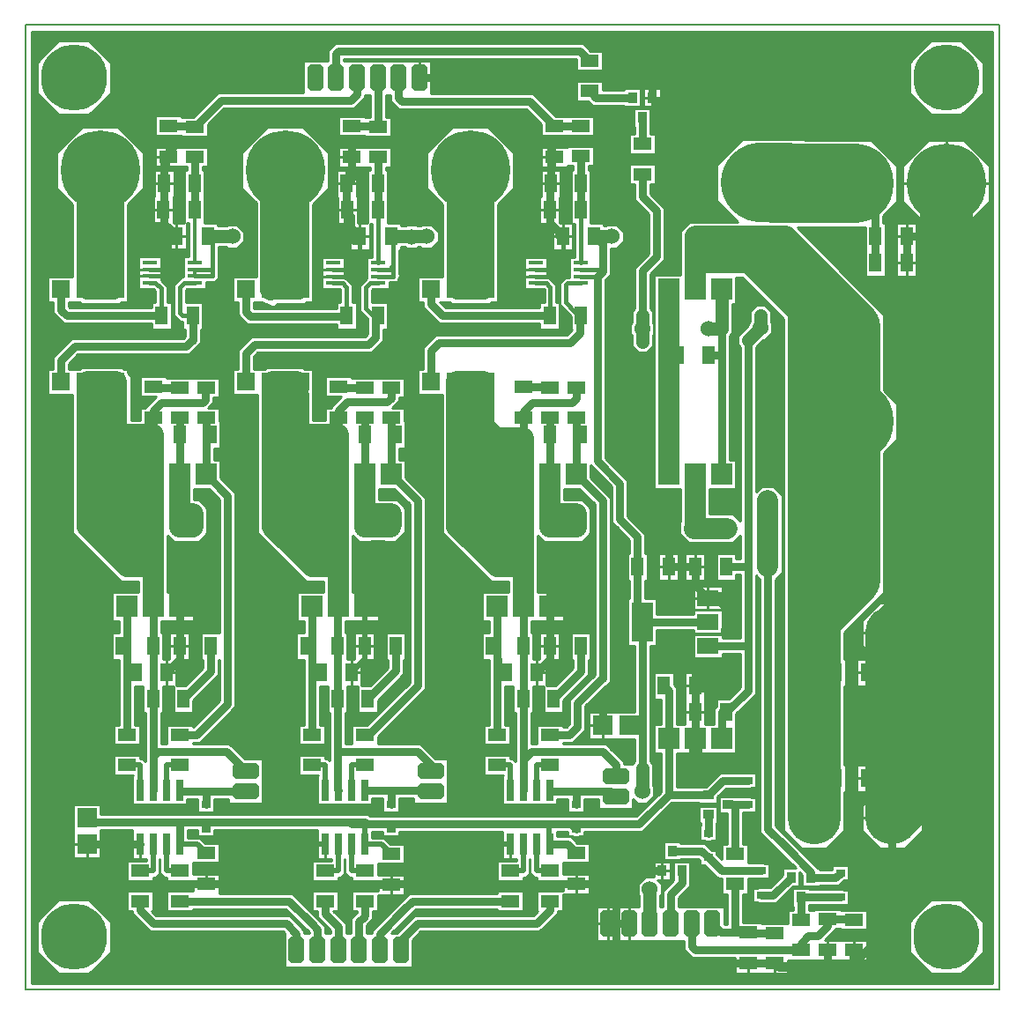
<source format=gbr>
G04 PROTEUS RS274X GERBER FILE*
%FSLAX45Y45*%
%MOMM*%
G01*
%ADD21C,0.508000*%
%ADD11C,0.762000*%
%ADD10C,2.032000*%
%ADD22C,0.381000*%
%ADD23C,0.304800*%
%ADD24C,5.080000*%
%ADD25C,7.620000*%
%ADD26C,1.778000*%
%ADD27C,1.270000*%
%ADD28C,1.524000*%
%ADD12C,0.762000*%
%ADD13C,2.032000*%
%ADD14C,1.524000*%
%ADD29C,0.254000*%
%ADD15C,7.620000*%
%ADD16C,5.080000*%
%ADD72R,1.143000X1.803400*%
%ADD73R,1.803400X1.143000*%
%ADD30R,4.572000X1.651000*%
%ADD31R,1.651000X1.651000*%
%ADD32R,0.635000X2.032000*%
%ADD33R,0.889000X0.635000*%
%ADD34R,1.447800X0.381000*%
%AMDIL007*
4,1,8,
-0.762000,0.965200,-0.457200,1.270000,0.457200,1.270000,0.762000,0.965200,0.762000,-0.965200,
0.457200,-1.270000,-0.457200,-1.270000,-0.762000,-0.965200,-0.762000,0.965200,
0*%
%ADD17DIL007*%
%ADD18R,2.032000X2.032000*%
%AMDIL009*
4,1,8,
-1.270000,0.457200,-0.965200,0.762000,0.965200,0.762000,1.270000,0.457200,1.270000,-0.457200,
0.965200,-0.762000,-0.965200,-0.762000,-1.270000,-0.457200,-1.270000,0.457200,
0*%
%ADD19DIL009*%
%ADD35R,0.889000X1.016000*%
%ADD36R,1.016000X0.889000*%
%ADD70C,6.350000*%
%ADD37R,2.032000X1.524000*%
%ADD38R,2.032000X3.810000*%
%ADD71R,1.905000X1.905000*%
%ADD20C,0.203200*%
G36*
X+9845041Y+314959D02*
X+612959Y+314959D01*
X+612959Y+9464041D01*
X+9845041Y+9464041D01*
X+9845041Y+314959D01*
G37*
%LPC*%
G36*
X+8047597Y+8420098D02*
X+8682597Y+8420098D01*
X+8928100Y+8174595D01*
X+8928100Y+7827403D01*
X+8793199Y+7692502D01*
X+8793199Y+7621269D01*
X+8812249Y+7621269D01*
X+8812249Y+7110731D01*
X+8621751Y+7110731D01*
X+8621751Y+7581900D01*
X+7971118Y+7581900D01*
X+8371608Y+7181410D01*
X+8371608Y+7171730D01*
X+8801099Y+6742239D01*
X+8801099Y+6015596D01*
X+8928099Y+5888596D01*
X+8928099Y+5541404D01*
X+8801099Y+5414404D01*
X+8801099Y+4070009D01*
X+8420099Y+3689009D01*
X+8420099Y+3430269D01*
X+8431249Y+3430269D01*
X+8431249Y+3173731D01*
X+8420099Y+3173731D01*
X+8420099Y+2414269D01*
X+8431249Y+2414269D01*
X+8431249Y+2157731D01*
X+8420099Y+2157731D01*
X+8420099Y+1784009D01*
X+8248991Y+1612901D01*
X+8007009Y+1612901D01*
X+7835901Y+1784009D01*
X+7835901Y+6701067D01*
X+7437667Y+7099301D01*
X+7378699Y+7099301D01*
X+7378699Y+6845301D01*
X+7340599Y+6845301D01*
X+7340599Y+6561916D01*
X+7315199Y+6536516D01*
X+7315199Y+5346699D01*
X+7378699Y+5346699D01*
X+7378699Y+5067301D01*
X+7124699Y+5067301D01*
X+7124699Y+4828086D01*
X+7351634Y+4828086D01*
X+7416801Y+4762919D01*
X+7416801Y+6428330D01*
X+7391401Y+6453730D01*
X+7391401Y+6537896D01*
X+7496294Y+6642789D01*
X+7496294Y+6660750D01*
X+7508994Y+6673450D01*
X+7508994Y+6776125D01*
X+7568624Y+6835755D01*
X+7652790Y+6835755D01*
X+7712306Y+6776239D01*
X+7712306Y+6692073D01*
X+7712192Y+6691959D01*
X+7712192Y+6673450D01*
X+7724892Y+6660750D01*
X+7724892Y+6566062D01*
X+7657937Y+6499107D01*
X+7639976Y+6499107D01*
X+7569199Y+6428330D01*
X+7569199Y+5040322D01*
X+7623666Y+5094789D01*
X+7739396Y+5094789D01*
X+7823320Y+5010865D01*
X+7823320Y+4260135D01*
X+7759820Y+4196635D01*
X+7759820Y+1828721D01*
X+8166142Y+1422399D01*
X+8177529Y+1422399D01*
X+8177529Y+1409699D01*
X+8299451Y+1409699D01*
X+8299451Y+1447799D01*
X+8344089Y+1447799D01*
X+8350438Y+1454148D01*
X+8413562Y+1454148D01*
X+8419911Y+1447799D01*
X+8464549Y+1447799D01*
X+8464549Y+1308101D01*
X+8419911Y+1308101D01*
X+8369111Y+1257301D01*
X+8177529Y+1257301D01*
X+8177529Y+1244601D01*
X+8012431Y+1244601D01*
X+8012431Y+1360590D01*
X+7989569Y+1383452D01*
X+7989569Y+1244601D01*
X+7925881Y+1244601D01*
X+7767131Y+1085851D01*
X+7588437Y+1085851D01*
X+7582087Y+1092201D01*
X+7537451Y+1092201D01*
X+7537451Y+1231899D01*
X+7582087Y+1231899D01*
X+7588437Y+1238249D01*
X+7704009Y+1238249D01*
X+7824471Y+1358711D01*
X+7824471Y+1422399D01*
X+7950622Y+1422399D01*
X+7607422Y+1765599D01*
X+7607422Y+4196635D01*
X+7569199Y+4234858D01*
X+7569199Y+3097439D01*
X+7380249Y+2908489D01*
X+7380249Y+2792731D01*
X+7378699Y+2792731D01*
X+7378699Y+2527301D01*
X+6807199Y+2527301D01*
X+6807199Y+2202179D01*
X+7023136Y+2202179D01*
X+7023136Y+2208529D01*
X+7086824Y+2208529D01*
X+7221444Y+2343149D01*
X+7524563Y+2343149D01*
X+7530913Y+2336799D01*
X+7575549Y+2336799D01*
X+7575549Y+2197101D01*
X+7530913Y+2197101D01*
X+7524563Y+2190751D01*
X+7284566Y+2190751D01*
X+7200934Y+2107119D01*
X+7200934Y+2043431D01*
X+7023136Y+2043431D01*
X+7023136Y+2049781D01*
X+6762561Y+2049781D01*
X+6525754Y+1812974D01*
X+6525754Y+1812972D01*
X+6481118Y+1768336D01*
X+5924549Y+1768336D01*
X+5924549Y+1727201D01*
X+5879911Y+1727201D01*
X+5873562Y+1720852D01*
X+5810438Y+1720852D01*
X+5804089Y+1727201D01*
X+5759451Y+1727201D01*
X+5759451Y+1768336D01*
X+5657849Y+1768336D01*
X+5657849Y+1727199D01*
X+5792561Y+1727199D01*
X+5854511Y+1665249D01*
X+5970269Y+1665249D01*
X+5970269Y+1474751D01*
X+5716269Y+1474751D01*
X+5716269Y+1365249D01*
X+5970269Y+1365249D01*
X+5970269Y+1174751D01*
X+5716269Y+1174751D01*
X+5716269Y+1011751D01*
X+5664199Y+1011751D01*
X+5664199Y+984439D01*
X+5492561Y+812801D01*
X+4349561Y+812801D01*
X+4270299Y+733539D01*
X+4270299Y+469901D01*
X+3041701Y+469901D01*
X+3041701Y+800099D01*
X+3042002Y+800099D01*
X+3029300Y+812801D01*
X+1746439Y+812801D01*
X+1574801Y+984439D01*
X+1574801Y+1011751D01*
X+1522731Y+1011751D01*
X+1522731Y+1202249D01*
X+1779269Y+1202249D01*
X+1779269Y+1011751D01*
X+1763009Y+1011751D01*
X+1809561Y+965199D01*
X+3092422Y+965199D01*
X+3232199Y+825422D01*
X+3232199Y+800099D01*
X+3279801Y+800099D01*
X+3279801Y+803439D01*
X+3052439Y+1030801D01*
X+2160269Y+1030801D01*
X+2160269Y+1011751D01*
X+1903731Y+1011751D01*
X+1903731Y+1202249D01*
X+2157731Y+1202249D01*
X+2157731Y+1301751D01*
X+1903731Y+1301751D01*
X+1903731Y+1333501D01*
X+1878699Y+1333501D01*
X+1841501Y+1370699D01*
X+1841501Y+1511301D01*
X+1841499Y+1511301D01*
X+1841499Y+1370699D01*
X+1804301Y+1333501D01*
X+1779269Y+1333501D01*
X+1779269Y+1301751D01*
X+1522731Y+1301751D01*
X+1522731Y+1492249D01*
X+1714501Y+1492249D01*
X+1714501Y+1511301D01*
X+1581151Y+1511301D01*
X+1581151Y+1787390D01*
X+1276349Y+1787390D01*
X+1276349Y+1521651D01*
X+1009651Y+1521651D01*
X+1009651Y+2038349D01*
X+1276349Y+2038349D01*
X+1276349Y+1939788D01*
X+3841561Y+1939788D01*
X+3860611Y+1920738D01*
X+5798306Y+1920738D01*
X+5798310Y+1920734D01*
X+6417994Y+1920734D01*
X+6654801Y+2157541D01*
X+6654801Y+2527301D01*
X+6591301Y+2527301D01*
X+6591301Y+2806699D01*
X+6654801Y+2806699D01*
X+6654801Y+3046731D01*
X+6589751Y+3046731D01*
X+6589751Y+3303269D01*
X+6780249Y+3303269D01*
X+6780249Y+3187511D01*
X+6807199Y+3160561D01*
X+6807199Y+2806699D01*
X+6889751Y+2806699D01*
X+6889751Y+3303269D01*
X+7080249Y+3303269D01*
X+7080249Y+2806699D01*
X+7162801Y+2806699D01*
X+7162801Y+2952563D01*
X+7189751Y+2979513D01*
X+7189751Y+3049269D01*
X+7305509Y+3049269D01*
X+7416801Y+3160561D01*
X+7416801Y+3480377D01*
X+7246619Y+3480377D01*
X+7246619Y+3442277D01*
X+6967221Y+3442277D01*
X+6967221Y+3670875D01*
X+7246619Y+3670875D01*
X+7246619Y+3632775D01*
X+7416801Y+3632775D01*
X+7416801Y+4241801D01*
X+7380249Y+4241801D01*
X+7380249Y+4189731D01*
X+7189751Y+4189731D01*
X+7189751Y+4446269D01*
X+7380249Y+4446269D01*
X+7380249Y+4394199D01*
X+7416801Y+4394199D01*
X+7416801Y+4613661D01*
X+7351731Y+4548591D01*
X+7236001Y+4548591D01*
X+7235904Y+4548688D01*
X+6919055Y+4548688D01*
X+6837221Y+4630522D01*
X+6837221Y+4746252D01*
X+6845301Y+4754332D01*
X+6845301Y+5067301D01*
X+6591301Y+5067301D01*
X+6591301Y+7124699D01*
X+6845301Y+7124699D01*
X+6845301Y+7550865D01*
X+6927135Y+7632699D01*
X+7395606Y+7632699D01*
X+7193323Y+7834982D01*
X+7193323Y+8182174D01*
X+7438826Y+8427677D01*
X+8040018Y+8427677D01*
X+8047597Y+8420098D01*
G37*
G36*
X+9224404Y+8420099D02*
X+9571596Y+8420099D01*
X+9817099Y+8174596D01*
X+9817099Y+7827404D01*
X+9571596Y+7581901D01*
X+9224404Y+7581901D01*
X+8978901Y+7827404D01*
X+8978901Y+8174596D01*
X+9224404Y+8420099D01*
G37*
G36*
X+8731249Y+2171338D02*
X+8757010Y+2197099D01*
X+8998992Y+2197099D01*
X+9170100Y+2025991D01*
X+9170100Y+1784009D01*
X+8998992Y+1612901D01*
X+8757010Y+1612901D01*
X+8585902Y+1784009D01*
X+8585902Y+2025991D01*
X+8717642Y+2157731D01*
X+8540751Y+2157731D01*
X+8540751Y+2414269D01*
X+8731249Y+2414269D01*
X+8731249Y+2171338D01*
G37*
G36*
X+9170099Y+3803991D02*
X+9170099Y+3562009D01*
X+8998991Y+3390901D01*
X+8757009Y+3390901D01*
X+8731249Y+3416661D01*
X+8731249Y+3173731D01*
X+8540751Y+3173731D01*
X+8540751Y+3430269D01*
X+8717641Y+3430269D01*
X+8585901Y+3562009D01*
X+8585901Y+3803991D01*
X+8757009Y+3975099D01*
X+8998991Y+3975099D01*
X+9170099Y+3803991D01*
G37*
G36*
X+9112249Y+7364731D02*
X+9112249Y+7110731D01*
X+8921751Y+7110731D01*
X+8921751Y+7621269D01*
X+9112249Y+7621269D01*
X+9112249Y+7364731D01*
G37*
G36*
X+6559549Y+8547101D02*
X+6553199Y+8547101D01*
X+6553199Y+8477249D01*
X+6605269Y+8477249D01*
X+6605269Y+8286751D01*
X+6348731Y+8286751D01*
X+6348731Y+8477249D01*
X+6400801Y+8477249D01*
X+6400801Y+8547101D01*
X+6394451Y+8547101D01*
X+6394451Y+8724899D01*
X+6559549Y+8724899D01*
X+6559549Y+8547101D01*
G37*
G36*
X+6605269Y+7996751D02*
X+6553199Y+7996751D01*
X+6553199Y+7905561D01*
X+6689557Y+7769203D01*
X+6689557Y+7267275D01*
X+6553199Y+7130917D01*
X+6553199Y+6798484D01*
X+6578599Y+6773084D01*
X+6578599Y+6664044D01*
X+6591299Y+6651344D01*
X+6591299Y+6556656D01*
X+6578599Y+6543956D01*
X+6578599Y+6434916D01*
X+6519084Y+6375401D01*
X+6434916Y+6375401D01*
X+6375401Y+6434916D01*
X+6375401Y+6543956D01*
X+6362701Y+6556656D01*
X+6362701Y+6651344D01*
X+6375401Y+6664044D01*
X+6375401Y+6773084D01*
X+6400801Y+6798484D01*
X+6400801Y+7194039D01*
X+6537159Y+7330397D01*
X+6537159Y+7706081D01*
X+6400801Y+7842439D01*
X+6400801Y+7996751D01*
X+6348731Y+7996751D01*
X+6348731Y+8187249D01*
X+6605269Y+8187249D01*
X+6605269Y+7996751D01*
G37*
G36*
X+6635751Y+4446269D02*
X+6826249Y+4446269D01*
X+6826249Y+4189731D01*
X+6635751Y+4189731D01*
X+6635751Y+4446269D01*
G37*
G36*
X+6016269Y+8169751D02*
X+5964199Y+8169751D01*
X+5964199Y+8129269D01*
X+5983249Y+8129269D01*
X+5983249Y+7621269D01*
X+6110249Y+7621269D01*
X+6110249Y+7594599D01*
X+6122606Y+7594599D01*
X+6137070Y+7609063D01*
X+6231758Y+7609063D01*
X+6298713Y+7542108D01*
X+6298713Y+7447420D01*
X+6231758Y+7380465D01*
X+6172199Y+7380465D01*
X+6172199Y+7123437D01*
X+6127563Y+7078801D01*
X+6127561Y+7078801D01*
X+6126199Y+7077439D01*
X+6126199Y+5365561D01*
X+6295061Y+5196699D01*
X+6295063Y+5196699D01*
X+6339699Y+5152063D01*
X+6339699Y+4805858D01*
X+6507199Y+4638358D01*
X+6507199Y+4446269D01*
X+6526249Y+4446269D01*
X+6526249Y+4189731D01*
X+6507199Y+4189731D01*
X+6507199Y+4016315D01*
X+6616699Y+4016315D01*
X+6616699Y+3863915D01*
X+6967221Y+3863915D01*
X+6967221Y+3902015D01*
X+7246619Y+3902015D01*
X+7246619Y+3673417D01*
X+6967221Y+3673417D01*
X+6967221Y+3711517D01*
X+6616699Y+3711517D01*
X+6616699Y+3559117D01*
X+6553199Y+3559117D01*
X+6553199Y+2453574D01*
X+6578599Y+2428174D01*
X+6578599Y+2219044D01*
X+6591299Y+2206344D01*
X+6591299Y+2111656D01*
X+6524344Y+2044701D01*
X+6429656Y+2044701D01*
X+6388099Y+2086258D01*
X+6388099Y+1993757D01*
X+6057901Y+1993757D01*
X+6057901Y+2082801D01*
X+5924549Y+2082801D01*
X+5924549Y+1962151D01*
X+5879913Y+1962151D01*
X+5873563Y+1955801D01*
X+5810437Y+1955801D01*
X+5804087Y+1962151D01*
X+5759451Y+1962151D01*
X+5759451Y+2082801D01*
X+5657849Y+2082801D01*
X+5657849Y+2032001D01*
X+5137151Y+2032001D01*
X+5137151Y+2311399D01*
X+5143501Y+2311399D01*
X+5143501Y+2317751D01*
X+4951731Y+2317751D01*
X+4951731Y+2508249D01*
X+5208269Y+2508249D01*
X+5208269Y+2476499D01*
X+5233301Y+2476499D01*
X+5257801Y+2451999D01*
X+5257801Y+2919731D01*
X+5238751Y+2919731D01*
X+5238751Y+3173731D01*
X+5156199Y+3173731D01*
X+5156199Y+2798249D01*
X+5208269Y+2798249D01*
X+5208269Y+2607751D01*
X+4951731Y+2607751D01*
X+4951731Y+2798249D01*
X+5003801Y+2798249D01*
X+5003801Y+3427731D01*
X+4938751Y+3427731D01*
X+4938751Y+3684269D01*
X+5003801Y+3684269D01*
X+5003801Y+3797301D01*
X+4940301Y+3797301D01*
X+4940301Y+4076699D01*
X+5194301Y+4076699D01*
X+5194301Y+4178301D01*
X+5022135Y+4178301D01*
X+4554756Y+4645680D01*
X+4554756Y+5975351D01*
X+4324351Y+5975351D01*
X+4324351Y+6216649D01*
X+4368801Y+6216649D01*
X+4368801Y+6423898D01*
X+4413437Y+6468534D01*
X+4413439Y+6468534D01*
X+4448763Y+6503858D01*
X+4448763Y+6503860D01*
X+4493399Y+6548496D01*
X+5753994Y+6548496D01*
X+5803430Y+6597932D01*
X+5803430Y+6602731D01*
X+5792751Y+6602731D01*
X+5792751Y+6728687D01*
X+5687597Y+6833841D01*
X+5687597Y+7050314D01*
X+5738432Y+7101149D01*
X+5777511Y+7101149D01*
X+5777511Y+7296149D01*
X+5830851Y+7296149D01*
X+5830851Y+7618731D01*
X+5810249Y+7618731D01*
X+5810249Y+7364731D01*
X+5619751Y+7364731D01*
X+5619751Y+7618731D01*
X+5492751Y+7618731D01*
X+5492751Y+7875269D01*
X+5502751Y+7875269D01*
X+5502751Y+8129269D01*
X+5693249Y+8129269D01*
X+5693249Y+7872731D01*
X+5683249Y+7872731D01*
X+5683249Y+7621269D01*
X+5792751Y+7621269D01*
X+5792751Y+8129269D01*
X+5811801Y+8129269D01*
X+5811801Y+8169751D01*
X+5762269Y+8169751D01*
X+5762269Y+8159751D01*
X+5505731Y+8159751D01*
X+5505731Y+8350249D01*
X+5759731Y+8350249D01*
X+5759731Y+8360249D01*
X+6016269Y+8360249D01*
X+6016269Y+8169751D01*
G37*
G36*
X+7080249Y+4189731D02*
X+6889751Y+4189731D01*
X+6889751Y+4446269D01*
X+7080249Y+4446269D01*
X+7080249Y+4189731D01*
G37*
G36*
X+3467099Y+8301596D02*
X+3467099Y+7954404D01*
X+3314699Y+7802004D01*
X+3314699Y+6864351D01*
X+3251915Y+6864351D01*
X+3232865Y+6845301D01*
X+2974094Y+6845301D01*
X+2941786Y+6812993D01*
X+2817796Y+6864351D01*
X+2743199Y+6864351D01*
X+2743199Y+6802496D01*
X+3541751Y+6802496D01*
X+3541751Y+6859269D01*
X+3577313Y+6859269D01*
X+3577313Y+6984210D01*
X+3574672Y+6986851D01*
X+3396511Y+6986851D01*
X+3396511Y+7296149D01*
X+3617489Y+7296149D01*
X+3617489Y+7101149D01*
X+3622014Y+7101149D01*
X+3691609Y+7031554D01*
X+3691609Y+6859269D01*
X+3732249Y+6859269D01*
X+3732249Y+6602731D01*
X+3541751Y+6602731D01*
X+3541751Y+6650098D01*
X+2679338Y+6650098D01*
X+2590801Y+6738635D01*
X+2590801Y+6864351D01*
X+2546351Y+6864351D01*
X+2546351Y+7105649D01*
X+2769308Y+7105649D01*
X+2769308Y+7813997D01*
X+2628901Y+7954404D01*
X+2628901Y+8301596D01*
X+2874404Y+8547099D01*
X+3221596Y+8547099D01*
X+3467099Y+8301596D01*
G37*
G36*
X+4065269Y+8159751D02*
X+4013199Y+8159751D01*
X+4013199Y+8129269D01*
X+4032249Y+8129269D01*
X+4032249Y+7621269D01*
X+4159249Y+7621269D01*
X+4159249Y+7594599D01*
X+4205113Y+7594599D01*
X+4214431Y+7603917D01*
X+4309119Y+7603917D01*
X+4318437Y+7594599D01*
X+4346224Y+7594599D01*
X+4358482Y+7606857D01*
X+4453170Y+7606857D01*
X+4520125Y+7539902D01*
X+4520125Y+7445214D01*
X+4453170Y+7378259D01*
X+4358482Y+7378259D01*
X+4345340Y+7391401D01*
X+4325201Y+7391401D01*
X+4309119Y+7375319D01*
X+4214431Y+7375319D01*
X+4198349Y+7391401D01*
X+4159249Y+7391401D01*
X+4159249Y+7364731D01*
X+4143928Y+7364731D01*
X+4143928Y+7134934D01*
X+4155132Y+7123730D01*
X+4125906Y+7053172D01*
X+4047489Y+7053172D01*
X+4047489Y+6986851D01*
X+3888406Y+6986851D01*
X+3879526Y+6977971D01*
X+3879526Y+6859269D01*
X+4032249Y+6859269D01*
X+4032249Y+6602731D01*
X+3991248Y+6602731D01*
X+3991248Y+6494042D01*
X+3946612Y+6449406D01*
X+3946610Y+6449406D01*
X+3919125Y+6421921D01*
X+3919125Y+6421919D01*
X+3874489Y+6377283D01*
X+2783227Y+6377283D01*
X+2743199Y+6337255D01*
X+2743199Y+6216649D01*
X+2844085Y+6216649D01*
X+2863135Y+6235699D01*
X+3220282Y+6235699D01*
X+3239332Y+6216649D01*
X+3314699Y+6216649D01*
X+3314699Y+5727699D01*
X+3427957Y+5727699D01*
X+3427957Y+5846023D01*
X+3480027Y+5846023D01*
X+3480027Y+5848684D01*
X+3586868Y+5955525D01*
X+3427957Y+5955525D01*
X+3427957Y+6146023D01*
X+3684495Y+6146023D01*
X+3684495Y+6136023D01*
X+4192495Y+6136023D01*
X+4192495Y+5945525D01*
X+4140651Y+5945525D01*
X+4140651Y+5909350D01*
X+4077324Y+5846023D01*
X+4192495Y+5846023D01*
X+4192495Y+5716269D01*
X+4205249Y+5716269D01*
X+4205249Y+5459731D01*
X+4140425Y+5459731D01*
X+4140425Y+5346699D01*
X+4203699Y+5346699D01*
X+4203699Y+5175061D01*
X+4394199Y+4984561D01*
X+4394199Y+3143439D01*
X+3938269Y+2687509D01*
X+3938269Y+2616199D01*
X+4349561Y+2616199D01*
X+4492461Y+2473299D01*
X+4610099Y+2473299D01*
X+4610099Y+2044701D01*
X+4279901Y+2044701D01*
X+4279901Y+2095501D01*
X+4146549Y+2095501D01*
X+4146549Y+1962151D01*
X+4101913Y+1962151D01*
X+4095563Y+1955801D01*
X+4032437Y+1955801D01*
X+4026087Y+1962151D01*
X+3981451Y+1962151D01*
X+3981451Y+2095501D01*
X+3879849Y+2095501D01*
X+3879849Y+2032001D01*
X+3359151Y+2032001D01*
X+3359151Y+2311399D01*
X+3365501Y+2311399D01*
X+3365501Y+2317751D01*
X+3173731Y+2317751D01*
X+3173731Y+2508249D01*
X+3430269Y+2508249D01*
X+3430269Y+2476499D01*
X+3455301Y+2476499D01*
X+3474056Y+2457744D01*
X+3474056Y+2919731D01*
X+3455006Y+2919731D01*
X+3455006Y+3173731D01*
X+3378199Y+3173731D01*
X+3378199Y+2798249D01*
X+3430269Y+2798249D01*
X+3430269Y+2607751D01*
X+3173731Y+2607751D01*
X+3173731Y+2798249D01*
X+3225801Y+2798249D01*
X+3225801Y+3427731D01*
X+3155006Y+3427731D01*
X+3155006Y+3684269D01*
X+3225801Y+3684269D01*
X+3225801Y+3797301D01*
X+3162301Y+3797301D01*
X+3162301Y+4076699D01*
X+3416301Y+4076699D01*
X+3416301Y+4178301D01*
X+3244135Y+4178301D01*
X+2781301Y+4641135D01*
X+2781301Y+5975351D01*
X+2546351Y+5975351D01*
X+2546351Y+6216649D01*
X+2590801Y+6216649D01*
X+2590801Y+6400379D01*
X+2635437Y+6445015D01*
X+2635439Y+6445015D01*
X+2675467Y+6485043D01*
X+2675467Y+6485045D01*
X+2720103Y+6529681D01*
X+3811365Y+6529681D01*
X+3838850Y+6557166D01*
X+3838850Y+6704428D01*
X+3765228Y+6778050D01*
X+3765228Y+7025313D01*
X+3826511Y+7086596D01*
X+3826511Y+7296149D01*
X+3879851Y+7296149D01*
X+3879851Y+7618731D01*
X+3859249Y+7618731D01*
X+3859249Y+7364731D01*
X+3668751Y+7364731D01*
X+3668751Y+7618731D01*
X+3551751Y+7618731D01*
X+3551751Y+7872731D01*
X+3541751Y+7872731D01*
X+3541751Y+8129269D01*
X+3732249Y+8129269D01*
X+3732249Y+7875269D01*
X+3742249Y+7875269D01*
X+3742249Y+7621269D01*
X+3841751Y+7621269D01*
X+3841751Y+8129269D01*
X+3860801Y+8129269D01*
X+3860801Y+8159751D01*
X+3554731Y+8159751D01*
X+3554731Y+8350249D01*
X+4065269Y+8350249D01*
X+4065269Y+8159751D01*
G37*
G36*
X+5245099Y+8301596D02*
X+5245099Y+7954404D01*
X+5092699Y+7802004D01*
X+5092699Y+6864351D01*
X+5029915Y+6864351D01*
X+5010865Y+6845301D01*
X+4641135Y+6845301D01*
X+4622085Y+6864351D01*
X+4535433Y+6864351D01*
X+4592585Y+6807199D01*
X+5492751Y+6807199D01*
X+5492751Y+6859269D01*
X+5535950Y+6859269D01*
X+5535950Y+6983798D01*
X+5532897Y+6986851D01*
X+5347511Y+6986851D01*
X+5347511Y+7296149D01*
X+5568489Y+7296149D01*
X+5568489Y+7101149D01*
X+5580239Y+7101149D01*
X+5650248Y+7031140D01*
X+5650248Y+6859269D01*
X+5683249Y+6859269D01*
X+5683249Y+6602731D01*
X+5492751Y+6602731D01*
X+5492751Y+6654801D01*
X+4529461Y+6654801D01*
X+4484825Y+6699437D01*
X+4484825Y+6699439D01*
X+4413439Y+6770825D01*
X+4413437Y+6770825D01*
X+4368801Y+6815461D01*
X+4368801Y+6864351D01*
X+4324351Y+6864351D01*
X+4324351Y+7105649D01*
X+4559301Y+7105649D01*
X+4559301Y+7802004D01*
X+4406901Y+7954404D01*
X+4406901Y+8301596D01*
X+4652404Y+8547099D01*
X+4999596Y+8547099D01*
X+5245099Y+8301596D01*
G37*
G36*
X+1689099Y+8301596D02*
X+1689099Y+7954404D01*
X+1536699Y+7802004D01*
X+1536699Y+6864351D01*
X+1473915Y+6864351D01*
X+1454865Y+6845301D01*
X+1085135Y+6845301D01*
X+1066085Y+6864351D01*
X+965199Y+6864351D01*
X+965199Y+6820574D01*
X+978574Y+6807199D01*
X+1763751Y+6807199D01*
X+1763751Y+6859269D01*
X+1798720Y+6859269D01*
X+1798720Y+6968985D01*
X+1777854Y+6989851D01*
X+1635511Y+6989851D01*
X+1635511Y+7299149D01*
X+1856489Y+7299149D01*
X+1856489Y+7072857D01*
X+1858674Y+7070671D01*
X+1879541Y+7049805D01*
X+1913018Y+7016328D01*
X+1913018Y+6859269D01*
X+1954249Y+6859269D01*
X+1954249Y+6602731D01*
X+1763751Y+6602731D01*
X+1763751Y+6654801D01*
X+915450Y+6654801D01*
X+870814Y+6699437D01*
X+870814Y+6699439D01*
X+812801Y+6757452D01*
X+812801Y+6864351D01*
X+768351Y+6864351D01*
X+768351Y+7105649D01*
X+1003301Y+7105649D01*
X+1003301Y+7802004D01*
X+850901Y+7954404D01*
X+850901Y+8301596D01*
X+1096404Y+8547099D01*
X+1443596Y+8547099D01*
X+1689099Y+8301596D01*
G37*
G36*
X+2304269Y+8162751D02*
X+2252199Y+8162751D01*
X+2252199Y+8132269D01*
X+2271249Y+8132269D01*
X+2271249Y+7624269D01*
X+2398249Y+7624269D01*
X+2398249Y+7597599D01*
X+2482956Y+7597599D01*
X+2492656Y+7607299D01*
X+2587344Y+7607299D01*
X+2654299Y+7540344D01*
X+2654299Y+7445656D01*
X+2587344Y+7378701D01*
X+2492656Y+7378701D01*
X+2476956Y+7394401D01*
X+2405767Y+7394401D01*
X+2405767Y+7092879D01*
X+2367739Y+7054851D01*
X+2286489Y+7054851D01*
X+2286489Y+6989851D01*
X+2101812Y+6989851D01*
X+2091477Y+6979516D01*
X+2091477Y+6859269D01*
X+2254249Y+6859269D01*
X+2254249Y+6602731D01*
X+2235199Y+6602731D01*
X+2235199Y+6468955D01*
X+2190563Y+6424319D01*
X+2190561Y+6424319D01*
X+2172484Y+6406242D01*
X+2172484Y+6406240D01*
X+2127848Y+6361604D01*
X+1055401Y+6361604D01*
X+965199Y+6271402D01*
X+965199Y+6216649D01*
X+1066085Y+6216649D01*
X+1085135Y+6235699D01*
X+1484512Y+6235699D01*
X+1503562Y+6216649D01*
X+1536699Y+6216649D01*
X+1536699Y+6183512D01*
X+1567060Y+6153151D01*
X+1567060Y+5727699D01*
X+1649731Y+5727699D01*
X+1649731Y+5846249D01*
X+1701801Y+5846249D01*
X+1701801Y+5853160D01*
X+1804392Y+5955751D01*
X+1649731Y+5955751D01*
X+1649731Y+6146249D01*
X+1906269Y+6146249D01*
X+1906269Y+6136249D01*
X+2414269Y+6136249D01*
X+2414269Y+5945751D01*
X+2353871Y+5945751D01*
X+2353871Y+5892243D01*
X+2307877Y+5846249D01*
X+2414269Y+5846249D01*
X+2414269Y+5716269D01*
X+2427249Y+5716269D01*
X+2427249Y+5459731D01*
X+2362199Y+5459731D01*
X+2362199Y+5346699D01*
X+2425699Y+5346699D01*
X+2425699Y+5175061D01*
X+2569858Y+5030902D01*
X+2569858Y+2971082D01*
X+2225577Y+2626801D01*
X+2160269Y+2626801D01*
X+2160269Y+2622956D01*
X+2510804Y+2622956D01*
X+2660461Y+2473299D01*
X+2832099Y+2473299D01*
X+2832099Y+2044701D01*
X+2501901Y+2044701D01*
X+2501901Y+2082801D01*
X+2368549Y+2082801D01*
X+2368549Y+1962151D01*
X+2323913Y+1962151D01*
X+2317563Y+1955801D01*
X+2254437Y+1955801D01*
X+2248087Y+1962151D01*
X+2203451Y+1962151D01*
X+2203451Y+2082801D01*
X+2101849Y+2082801D01*
X+2101849Y+2032001D01*
X+1581151Y+2032001D01*
X+1581151Y+2311399D01*
X+1587501Y+2311399D01*
X+1587501Y+2317751D01*
X+1395731Y+2317751D01*
X+1395731Y+2508249D01*
X+1652269Y+2508249D01*
X+1652269Y+2476499D01*
X+1677301Y+2476499D01*
X+1701801Y+2451999D01*
X+1701801Y+2919731D01*
X+1682751Y+2919731D01*
X+1682751Y+3173731D01*
X+1600199Y+3173731D01*
X+1600199Y+2798249D01*
X+1652269Y+2798249D01*
X+1652269Y+2607751D01*
X+1395731Y+2607751D01*
X+1395731Y+2798249D01*
X+1447801Y+2798249D01*
X+1447801Y+3427731D01*
X+1382751Y+3427731D01*
X+1382751Y+3684269D01*
X+1447801Y+3684269D01*
X+1447801Y+3797301D01*
X+1384301Y+3797301D01*
X+1384301Y+4076699D01*
X+1638301Y+4076699D01*
X+1638301Y+4178301D01*
X+1466135Y+4178301D01*
X+1003301Y+4641135D01*
X+1003301Y+5975351D01*
X+768351Y+5975351D01*
X+768351Y+6216649D01*
X+812801Y+6216649D01*
X+812801Y+6334526D01*
X+857437Y+6379162D01*
X+857439Y+6379162D01*
X+947641Y+6469364D01*
X+947641Y+6469366D01*
X+992277Y+6514002D01*
X+2064724Y+6514002D01*
X+2082801Y+6532079D01*
X+2082801Y+6602731D01*
X+2063751Y+6602731D01*
X+2063751Y+6673851D01*
X+2039024Y+6673851D01*
X+1977179Y+6735696D01*
X+1977179Y+7026858D01*
X+2054470Y+7104149D01*
X+2065511Y+7104149D01*
X+2065511Y+7299149D01*
X+2122661Y+7299149D01*
X+2122661Y+7621731D01*
X+2098249Y+7621731D01*
X+2098249Y+7367731D01*
X+1907751Y+7367731D01*
X+1907751Y+7621731D01*
X+1780751Y+7621731D01*
X+1780751Y+7878269D01*
X+1790751Y+7878269D01*
X+1790751Y+8132269D01*
X+1981249Y+8132269D01*
X+1981249Y+7875731D01*
X+1971249Y+7875731D01*
X+1971249Y+7624269D01*
X+2080751Y+7624269D01*
X+2080751Y+8132269D01*
X+2099801Y+8132269D01*
X+2099801Y+8162751D01*
X+1793731Y+8162751D01*
X+1793731Y+8353249D01*
X+2304269Y+8353249D01*
X+2304269Y+8162751D01*
G37*
G36*
X+5981511Y+9275249D02*
X+6097269Y+9275249D01*
X+6097269Y+9084751D01*
X+5840731Y+9084751D01*
X+5840731Y+9194801D01*
X+3613199Y+9194801D01*
X+3613199Y+9182099D01*
X+4451299Y+9182099D01*
X+4451299Y+8867831D01*
X+5428929Y+8867831D01*
X+5646511Y+8650249D01*
X+6016269Y+8650249D01*
X+6016269Y+8459751D01*
X+5505731Y+8459751D01*
X+5505731Y+8575509D01*
X+5365807Y+8715433D01*
X+4138012Y+8715433D01*
X+4060801Y+8792644D01*
X+4060801Y+8851901D01*
X+4013199Y+8851901D01*
X+4013199Y+8640249D01*
X+4065269Y+8640249D01*
X+4065269Y+8449751D01*
X+3808731Y+8449751D01*
X+3808731Y+8459751D01*
X+3554731Y+8459751D01*
X+3554731Y+8650249D01*
X+3811269Y+8650249D01*
X+3811269Y+8640249D01*
X+3860801Y+8640249D01*
X+3860801Y+8851901D01*
X+3813198Y+8851901D01*
X+3813198Y+8829226D01*
X+3708116Y+8724144D01*
X+2459904Y+8724144D01*
X+2304269Y+8568509D01*
X+2304269Y+8452751D01*
X+2047731Y+8452751D01*
X+2047731Y+8462751D01*
X+1793731Y+8462751D01*
X+1793731Y+8653249D01*
X+2050269Y+8653249D01*
X+2050269Y+8643249D01*
X+2163489Y+8643249D01*
X+2396782Y+8876542D01*
X+3222701Y+8876542D01*
X+3222701Y+9182099D01*
X+3460801Y+9182099D01*
X+3460801Y+9283561D01*
X+3524439Y+9347199D01*
X+5909561Y+9347199D01*
X+5981511Y+9275249D01*
G37*
G36*
X+7391434Y+2108199D02*
X+7524563Y+2108199D01*
X+7530913Y+2101849D01*
X+7575549Y+2101849D01*
X+7575549Y+1962151D01*
X+7530913Y+1962151D01*
X+7524563Y+1955801D01*
X+7442199Y+1955801D01*
X+7442199Y+1655249D01*
X+7494269Y+1655249D01*
X+7494269Y+1473199D01*
X+7651563Y+1473199D01*
X+7657913Y+1466849D01*
X+7702549Y+1466849D01*
X+7702549Y+1327151D01*
X+7657913Y+1327151D01*
X+7651563Y+1320801D01*
X+7494269Y+1320801D01*
X+7494269Y+1174751D01*
X+7442199Y+1174751D01*
X+7442199Y+903249D01*
X+7621269Y+903249D01*
X+7621269Y+893249D01*
X+7872731Y+893249D01*
X+7872731Y+1020249D01*
X+7924801Y+1020249D01*
X+7924801Y+1054101D01*
X+7918451Y+1054101D01*
X+7918451Y+1231899D01*
X+8083549Y+1231899D01*
X+8083549Y+1219199D01*
X+8413563Y+1219199D01*
X+8419913Y+1212849D01*
X+8464549Y+1212849D01*
X+8464549Y+1073151D01*
X+8419913Y+1073151D01*
X+8413563Y+1066801D01*
X+8083549Y+1066801D01*
X+8083549Y+1054101D01*
X+8077199Y+1054101D01*
X+8077199Y+1020249D01*
X+8126731Y+1020249D01*
X+8126731Y+1030249D01*
X+8383269Y+1030249D01*
X+8383269Y+1020249D01*
X+8637269Y+1020249D01*
X+8637269Y+829751D01*
X+8380731Y+829751D01*
X+8380731Y+839751D01*
X+8331199Y+839751D01*
X+8331199Y+831684D01*
X+8229764Y+730249D01*
X+8637269Y+730249D01*
X+8637269Y+539751D01*
X+7875269Y+539751D01*
X+7875269Y+412751D01*
X+7364731Y+412751D01*
X+7364731Y+558801D01*
X+6953439Y+558801D01*
X+6873801Y+638439D01*
X+6873801Y+723901D01*
X+6035701Y+723901D01*
X+6035701Y+1054099D01*
X+6448401Y+1054099D01*
X+6448401Y+1161077D01*
X+6434305Y+1175173D01*
X+6434305Y+1269861D01*
X+6501260Y+1336816D01*
X+6587491Y+1336816D01*
X+6587491Y+1485899D01*
X+6752589Y+1485899D01*
X+6752589Y+1308101D01*
X+6624663Y+1308101D01*
X+6662903Y+1269861D01*
X+6662903Y+1175173D01*
X+6651599Y+1163869D01*
X+6651599Y+1054099D01*
X+6673801Y+1054099D01*
X+6673801Y+1203909D01*
X+6777993Y+1308101D01*
X+6775451Y+1308101D01*
X+6775451Y+1485899D01*
X+6940549Y+1485899D01*
X+6940549Y+1308101D01*
X+6934199Y+1308101D01*
X+6934199Y+1248787D01*
X+6826199Y+1140787D01*
X+6826199Y+1054099D01*
X+7264299Y+1054099D01*
X+7264299Y+884199D01*
X+7289801Y+884199D01*
X+7289801Y+1174751D01*
X+7237731Y+1174751D01*
X+7237731Y+1320801D01*
X+7207439Y+1320801D01*
X+7074089Y+1454151D01*
X+7029451Y+1454151D01*
X+7029451Y+1498789D01*
X+7016939Y+1511301D01*
X+6846569Y+1511301D01*
X+6846569Y+1498601D01*
X+6681471Y+1498601D01*
X+6681471Y+1676399D01*
X+6846569Y+1676399D01*
X+6846569Y+1663699D01*
X+7080061Y+1663699D01*
X+7149911Y+1593849D01*
X+7194549Y+1593849D01*
X+7194549Y+1549211D01*
X+7237731Y+1506029D01*
X+7237731Y+1655249D01*
X+7289801Y+1655249D01*
X+7289801Y+1949451D01*
X+7213636Y+1949451D01*
X+7213636Y+2114549D01*
X+7391434Y+2114549D01*
X+7391434Y+2108199D01*
G37*
G36*
X+7200934Y+1855471D02*
X+7188222Y+1855471D01*
X+7188215Y+1828799D01*
X+7194549Y+1828799D01*
X+7194549Y+1689101D01*
X+7149913Y+1689101D01*
X+7143563Y+1682751D01*
X+7080437Y+1682751D01*
X+7074087Y+1689101D01*
X+7029451Y+1689101D01*
X+7029451Y+1828799D01*
X+7035810Y+1828799D01*
X+7035817Y+1855471D01*
X+7023136Y+1855471D01*
X+7023136Y+2020569D01*
X+7200934Y+2020569D01*
X+7200934Y+1855471D01*
G37*
G36*
X+9042401Y+614706D02*
X+9042401Y+909294D01*
X+9250706Y+1117599D01*
X+9545294Y+1117599D01*
X+9753599Y+909294D01*
X+9753599Y+614706D01*
X+9545294Y+406401D01*
X+9250706Y+406401D01*
X+9042401Y+614706D01*
G37*
G36*
X+660401Y+614706D02*
X+660401Y+909294D01*
X+868706Y+1117599D01*
X+1163294Y+1117599D01*
X+1371599Y+909294D01*
X+1371599Y+614706D01*
X+1163294Y+406401D01*
X+868706Y+406401D01*
X+660401Y+614706D01*
G37*
G36*
X+6097269Y+8902699D02*
X+6300471Y+8902699D01*
X+6300471Y+8915399D01*
X+6465569Y+8915399D01*
X+6465569Y+8737601D01*
X+6300471Y+8737601D01*
X+6300471Y+8750301D01*
X+6000939Y+8750301D01*
X+5956489Y+8794751D01*
X+5840731Y+8794751D01*
X+5840731Y+8985249D01*
X+6097269Y+8985249D01*
X+6097269Y+8902699D01*
G37*
G36*
X+6488431Y+8915399D02*
X+6653529Y+8915399D01*
X+6653529Y+8737601D01*
X+6488431Y+8737601D01*
X+6488431Y+8915399D01*
G37*
G36*
X+6967221Y+3904557D02*
X+6967221Y+4133155D01*
X+7246619Y+4133155D01*
X+7246619Y+3904557D01*
X+6967221Y+3904557D01*
G37*
G36*
X+660401Y+8869706D02*
X+660401Y+9164294D01*
X+868706Y+9372599D01*
X+1163294Y+9372599D01*
X+1371599Y+9164294D01*
X+1371599Y+8869706D01*
X+1163294Y+8661401D01*
X+868706Y+8661401D01*
X+660401Y+8869706D01*
G37*
G36*
X+9042401Y+8869706D02*
X+9042401Y+9164294D01*
X+9250706Y+9372599D01*
X+9545294Y+9372599D01*
X+9753599Y+9164294D01*
X+9753599Y+8869706D01*
X+9545294Y+8661401D01*
X+9250706Y+8661401D01*
X+9042401Y+8869706D01*
G37*
G36*
X+9359900Y+4429218D02*
X+9359900Y+4460782D01*
X+9382218Y+4483100D01*
X+9413782Y+4483100D01*
X+9436100Y+4460782D01*
X+9436100Y+4429218D01*
X+9413782Y+4406900D01*
X+9382218Y+4406900D01*
X+9359900Y+4429218D01*
G37*
G36*
X+6946900Y+2270218D02*
X+6946900Y+2301782D01*
X+6969218Y+2324100D01*
X+7000782Y+2324100D01*
X+7023100Y+2301782D01*
X+7023100Y+2270218D01*
X+7000782Y+2247900D01*
X+6969218Y+2247900D01*
X+6946900Y+2270218D01*
G37*
G36*
X+6842857Y+1879881D02*
X+6842857Y+1911445D01*
X+6865175Y+1933763D01*
X+6896739Y+1933763D01*
X+6919057Y+1911445D01*
X+6919057Y+1879881D01*
X+6896739Y+1857563D01*
X+6865175Y+1857563D01*
X+6842857Y+1879881D01*
G37*
G36*
X+7271228Y+3683886D02*
X+7271228Y+3715450D01*
X+7293546Y+3737768D01*
X+7325110Y+3737768D01*
X+7347428Y+3715450D01*
X+7347428Y+3683886D01*
X+7325110Y+3661568D01*
X+7293546Y+3661568D01*
X+7271228Y+3683886D01*
G37*
G36*
X+7266601Y+3310467D02*
X+7266601Y+3342031D01*
X+7288919Y+3364349D01*
X+7320483Y+3364349D01*
X+7342801Y+3342031D01*
X+7342801Y+3310467D01*
X+7320483Y+3288149D01*
X+7288919Y+3288149D01*
X+7266601Y+3310467D01*
G37*
G36*
X+7079547Y+3348480D02*
X+7079547Y+3380044D01*
X+7101865Y+3402362D01*
X+7133429Y+3402362D01*
X+7155747Y+3380044D01*
X+7155747Y+3348480D01*
X+7133429Y+3326162D01*
X+7101865Y+3326162D01*
X+7079547Y+3348480D01*
G37*
%LPD*%
G36*
X+5137151Y+1511301D02*
X+5270501Y+1511301D01*
X+5270501Y+1492249D01*
X+5078731Y+1492249D01*
X+5078731Y+1301751D01*
X+5335269Y+1301751D01*
X+5335269Y+1333501D01*
X+5360301Y+1333501D01*
X+5397499Y+1370699D01*
X+5397499Y+1511301D01*
X+5397501Y+1511301D01*
X+5397501Y+1370699D01*
X+5434699Y+1333501D01*
X+5459731Y+1333501D01*
X+5459731Y+1301751D01*
X+5713731Y+1301751D01*
X+5713731Y+1202249D01*
X+5459731Y+1202249D01*
X+5459731Y+1011751D01*
X+5475991Y+1011751D01*
X+5429439Y+965199D01*
X+4286439Y+965199D01*
X+4121339Y+800099D01*
X+4069760Y+800099D01*
X+4300462Y+1030801D01*
X+5078731Y+1030801D01*
X+5078731Y+1011751D01*
X+5335269Y+1011751D01*
X+5335269Y+1202249D01*
X+5078731Y+1202249D01*
X+5078731Y+1183199D01*
X+4237340Y+1183199D01*
X+3879801Y+825660D01*
X+3879801Y+800099D01*
X+3832199Y+800099D01*
X+3832199Y+878643D01*
X+3886199Y+932643D01*
X+3886199Y+1011751D01*
X+3938269Y+1011751D01*
X+3938269Y+1166458D01*
X+4192269Y+1166458D01*
X+4192269Y+1356956D01*
X+3938269Y+1356956D01*
X+3938269Y+1466458D01*
X+4192269Y+1466458D01*
X+4192269Y+1656956D01*
X+4058551Y+1656956D01*
X+4001008Y+1714499D01*
X+3879849Y+1714499D01*
X+3879849Y+1768340D01*
X+3981451Y+1768340D01*
X+3981451Y+1727201D01*
X+4146549Y+1727201D01*
X+4146549Y+1768340D01*
X+5137151Y+1768340D01*
X+5137151Y+1511301D01*
G37*
G36*
X+3359151Y+1511301D02*
X+3492501Y+1511301D01*
X+3492501Y+1492249D01*
X+3300731Y+1492249D01*
X+3300731Y+1301751D01*
X+3557269Y+1301751D01*
X+3557269Y+1333501D01*
X+3582301Y+1333501D01*
X+3619499Y+1370699D01*
X+3619499Y+1511301D01*
X+3619501Y+1511301D01*
X+3619501Y+1370699D01*
X+3656699Y+1333501D01*
X+3681731Y+1333501D01*
X+3681731Y+1301751D01*
X+3935731Y+1301751D01*
X+3935731Y+1202249D01*
X+3681731Y+1202249D01*
X+3681731Y+1011751D01*
X+3733801Y+1011751D01*
X+3733801Y+995765D01*
X+3679801Y+941765D01*
X+3679801Y+800099D01*
X+3632199Y+800099D01*
X+3632199Y+890751D01*
X+3511199Y+1011751D01*
X+3557269Y+1011751D01*
X+3557269Y+1202249D01*
X+3300731Y+1202249D01*
X+3300731Y+1011751D01*
X+3352801Y+1011751D01*
X+3352801Y+954629D01*
X+3479801Y+827629D01*
X+3479801Y+800099D01*
X+3432199Y+800099D01*
X+3432199Y+866561D01*
X+3115561Y+1183199D01*
X+2414269Y+1183199D01*
X+2414269Y+1365249D01*
X+2160269Y+1365249D01*
X+2160269Y+1474751D01*
X+2414269Y+1474751D01*
X+2414269Y+1665249D01*
X+2280551Y+1665249D01*
X+2231302Y+1714498D01*
X+2108199Y+1714498D01*
X+2108199Y+1787390D01*
X+2203451Y+1787390D01*
X+2203451Y+1727201D01*
X+2368549Y+1727201D01*
X+2368549Y+1787390D01*
X+3359151Y+1787390D01*
X+3359151Y+1511301D01*
G37*
G36*
X+6019801Y+4921439D02*
X+6019801Y+3283274D01*
X+5780667Y+3044140D01*
X+5780667Y+2810697D01*
X+5749170Y+2779199D01*
X+5716269Y+2779199D01*
X+5716269Y+2798249D01*
X+5459731Y+2798249D01*
X+5459731Y+2616199D01*
X+5410199Y+2616199D01*
X+5410199Y+2919731D01*
X+5429249Y+2919731D01*
X+5429249Y+3173731D01*
X+5528751Y+3173731D01*
X+5528751Y+2919731D01*
X+5719249Y+2919731D01*
X+5719249Y+3035489D01*
X+5964199Y+3280439D01*
X+5964199Y+3427731D01*
X+5983249Y+3427731D01*
X+5983249Y+3684269D01*
X+5792751Y+3684269D01*
X+5792751Y+3427731D01*
X+5811801Y+3427731D01*
X+5811801Y+3343561D01*
X+5644509Y+3176269D01*
X+5556249Y+3176269D01*
X+5556249Y+3427731D01*
X+5683249Y+3427731D01*
X+5683249Y+3684269D01*
X+5492751Y+3684269D01*
X+5492751Y+3430269D01*
X+5429249Y+3430269D01*
X+5429249Y+3684269D01*
X+5410199Y+3684269D01*
X+5410199Y+3797301D01*
X+5727699Y+3797301D01*
X+5727699Y+4076699D01*
X+5473699Y+4076699D01*
X+5473699Y+4615737D01*
X+5530135Y+4559301D01*
X+5899865Y+4559301D01*
X+5981699Y+4641135D01*
X+5981699Y+4883865D01*
X+5899865Y+4965699D01*
X+5727699Y+4965699D01*
X+5727699Y+5067301D01*
X+5873939Y+5067301D01*
X+6019801Y+4921439D01*
G37*
%LPC*%
G36*
X+5549900Y+4429218D02*
X+5549900Y+4460782D01*
X+5572218Y+4483100D01*
X+5603782Y+4483100D01*
X+5626100Y+4460782D01*
X+5626100Y+4429218D01*
X+5603782Y+4406900D01*
X+5572218Y+4406900D01*
X+5549900Y+4429218D01*
G37*
G36*
X+5803900Y+4429218D02*
X+5803900Y+4460782D01*
X+5826218Y+4483100D01*
X+5857782Y+4483100D01*
X+5880100Y+4460782D01*
X+5880100Y+4429218D01*
X+5857782Y+4406900D01*
X+5826218Y+4406900D01*
X+5803900Y+4429218D01*
G37*
%LPD*%
G36*
X+6187301Y+5088939D02*
X+6187301Y+4742734D01*
X+6231937Y+4698098D01*
X+6231939Y+4698098D01*
X+6354801Y+4575236D01*
X+6354801Y+4446269D01*
X+6335751Y+4446269D01*
X+6335751Y+4189731D01*
X+6354801Y+4189731D01*
X+6354801Y+4016315D01*
X+6337301Y+4016315D01*
X+6337301Y+3559117D01*
X+6400801Y+3559117D01*
X+6400801Y+2927349D01*
X+5966651Y+2927349D01*
X+5966651Y+2660651D01*
X+6400801Y+2660651D01*
X+6400801Y+2453574D01*
X+6375401Y+2428174D01*
X+6375401Y+2422355D01*
X+6302255Y+2422355D01*
X+6302255Y+2445002D01*
X+6257619Y+2489638D01*
X+6257617Y+2489638D01*
X+6175694Y+2571561D01*
X+6175694Y+2571563D01*
X+6131058Y+2616199D01*
X+5716269Y+2616199D01*
X+5716269Y+2626801D01*
X+5812295Y+2626801D01*
X+5933065Y+2747571D01*
X+5933065Y+2981018D01*
X+6120773Y+3168726D01*
X+6127563Y+3168726D01*
X+6172199Y+3213362D01*
X+6172199Y+4984561D01*
X+5981699Y+5175061D01*
X+5981699Y+5294541D01*
X+6187301Y+5088939D01*
G37*
%LPC*%
G36*
X+6216036Y+3347004D02*
X+6216036Y+3378568D01*
X+6238354Y+3400886D01*
X+6269918Y+3400886D01*
X+6292236Y+3378568D01*
X+6292236Y+3347004D01*
X+6269918Y+3324686D01*
X+6238354Y+3324686D01*
X+6216036Y+3347004D01*
G37*
%LPD*%
G36*
X+4241801Y+4921439D02*
X+4241801Y+3206561D01*
X+3833489Y+2798249D01*
X+3681731Y+2798249D01*
X+3681731Y+2616199D01*
X+3626454Y+2616199D01*
X+3626454Y+2919731D01*
X+3645504Y+2919731D01*
X+3645504Y+3173731D01*
X+3745006Y+3173731D01*
X+3745006Y+2919731D01*
X+3935504Y+2919731D01*
X+3935504Y+3035489D01*
X+4186199Y+3286184D01*
X+4186199Y+3427731D01*
X+4205249Y+3427731D01*
X+4205249Y+3684269D01*
X+4014751Y+3684269D01*
X+4014751Y+3427731D01*
X+4033801Y+3427731D01*
X+4033801Y+3349306D01*
X+3860764Y+3176269D01*
X+3778249Y+3176269D01*
X+3778249Y+3427731D01*
X+3905249Y+3427731D01*
X+3905249Y+3684269D01*
X+3714751Y+3684269D01*
X+3714751Y+3430269D01*
X+3645504Y+3430269D01*
X+3645504Y+3684269D01*
X+3626454Y+3684269D01*
X+3626454Y+3797301D01*
X+3949699Y+3797301D01*
X+3949699Y+4076699D01*
X+3695699Y+4076699D01*
X+3695699Y+4615737D01*
X+3752135Y+4559301D01*
X+3867865Y+4559301D01*
X+3871638Y+4563074D01*
X+3993592Y+4563074D01*
X+3997365Y+4559301D01*
X+4113095Y+4559301D01*
X+4194929Y+4641135D01*
X+4194929Y+4648681D01*
X+4203699Y+4657451D01*
X+4203699Y+4883865D01*
X+4121865Y+4965699D01*
X+3949699Y+4965699D01*
X+3949699Y+5067301D01*
X+4095939Y+5067301D01*
X+4241801Y+4921439D01*
G37*
%LPC*%
G36*
X+3849598Y+4459284D02*
X+3849598Y+4427720D01*
X+3827280Y+4405402D01*
X+3795716Y+4405402D01*
X+3773398Y+4427720D01*
X+3773398Y+4459284D01*
X+3795716Y+4481602D01*
X+3827280Y+4481602D01*
X+3849598Y+4459284D01*
G37*
G36*
X+4013518Y+4427720D02*
X+4013518Y+4459284D01*
X+4035836Y+4481602D01*
X+4067400Y+4481602D01*
X+4089718Y+4459284D01*
X+4089718Y+4427720D01*
X+4067400Y+4405402D01*
X+4035836Y+4405402D01*
X+4013518Y+4427720D01*
G37*
%LPD*%
G36*
X+2417460Y+4967780D02*
X+2417460Y+3684269D01*
X+2236751Y+3684269D01*
X+2236751Y+3427731D01*
X+2255801Y+3427731D01*
X+2255801Y+3343561D01*
X+2088509Y+3176269D01*
X+2000249Y+3176269D01*
X+2000249Y+3427731D01*
X+2127249Y+3427731D01*
X+2127249Y+3684269D01*
X+1936751Y+3684269D01*
X+1936751Y+3430269D01*
X+1873249Y+3430269D01*
X+1873249Y+3684269D01*
X+1854199Y+3684269D01*
X+1854199Y+3797301D01*
X+2171699Y+3797301D01*
X+2171699Y+4076699D01*
X+1917699Y+4076699D01*
X+1917699Y+4615737D01*
X+1974135Y+4559301D01*
X+2216865Y+4559301D01*
X+2298699Y+4641135D01*
X+2298699Y+4883865D01*
X+2216865Y+4965699D01*
X+2171699Y+4965699D01*
X+2171699Y+5067301D01*
X+2317939Y+5067301D01*
X+2417460Y+4967780D01*
G37*
%LPC*%
G36*
X+1993900Y+4429218D02*
X+1993900Y+4460782D01*
X+2016218Y+4483100D01*
X+2047782Y+4483100D01*
X+2070100Y+4460782D01*
X+2070100Y+4429218D01*
X+2047782Y+4406900D01*
X+2016218Y+4406900D01*
X+1993900Y+4429218D01*
G37*
%LPD*%
G36*
X+2417460Y+3034204D02*
X+2162455Y+2779199D01*
X+2160269Y+2779199D01*
X+2160269Y+2798249D01*
X+1903731Y+2798249D01*
X+1903731Y+2622956D01*
X+1854199Y+2622956D01*
X+1854199Y+2919731D01*
X+1873249Y+2919731D01*
X+1873249Y+3173731D01*
X+1972751Y+3173731D01*
X+1972751Y+2919731D01*
X+2163249Y+2919731D01*
X+2163249Y+3035489D01*
X+2408199Y+3280439D01*
X+2408199Y+3427731D01*
X+2417460Y+3427731D01*
X+2417460Y+3034204D01*
G37*
D21*
X+1778000Y+1651000D02*
X+1778000Y+1397000D01*
X+1651000Y+1397000D01*
X+1905000Y+1651000D02*
X+1905000Y+1397000D01*
X+2032000Y+1397000D01*
X+1905000Y+2171700D02*
X+1905000Y+2413000D01*
X+2032000Y+2413000D01*
X+1651000Y+2171700D02*
X+1651000Y+2413000D01*
X+1524000Y+2413000D01*
X+3429000Y+2171700D02*
X+3429000Y+2413000D01*
X+3302000Y+2413000D01*
X+3683000Y+2171700D02*
X+3683000Y+2413000D01*
X+3810000Y+2413000D01*
X+3556000Y+1651000D02*
X+3556000Y+1397000D01*
X+3429000Y+1397000D01*
X+3683000Y+1651000D02*
X+3683000Y+1397000D01*
X+3810000Y+1397000D01*
X+5334000Y+1651000D02*
X+5334000Y+1397000D01*
X+5207000Y+1397000D01*
X+5461000Y+1651000D02*
X+5461000Y+1397000D01*
X+5588000Y+1397000D01*
X+5207000Y+2171700D02*
X+5207000Y+2413000D01*
X+5080000Y+2413000D01*
X+5461000Y+2171700D02*
X+5461000Y+2413000D01*
X+5588000Y+2413000D01*
X+5207000Y+1651000D02*
X+5120360Y+1651000D01*
X+4993360Y+1524000D01*
X+4993360Y+1283656D01*
X+4979704Y+1270000D01*
D11*
X+5842000Y+1270000D01*
D21*
X+3810000Y+1651000D02*
X+3810000Y+1844539D01*
X+4064000Y+1561707D02*
X+3974707Y+1651000D01*
X+3810000Y+1651000D01*
X+2286000Y+1797050D02*
X+2286000Y+1863589D01*
X+2032000Y+1651000D02*
X+2205000Y+1651000D01*
X+2286000Y+1570000D01*
X+4064000Y+1797050D02*
X+4064000Y+1844539D01*
D11*
X+4064000Y+1261707D02*
X+3930726Y+1261707D01*
X+3922433Y+1270000D01*
X+3175000Y+1270000D02*
X+3922433Y+1270000D01*
X+5584359Y+1844535D02*
X+5766747Y+1844535D01*
D21*
X+5584359Y+1844535D02*
X+5584359Y+1654641D01*
X+5588000Y+1651000D01*
D11*
X+5761000Y+1651000D01*
X+5842000Y+1570000D01*
X+4064000Y+2032000D02*
X+4064000Y+2165429D01*
X+4057729Y+2171700D01*
X+3810000Y+2171700D02*
X+4057729Y+2171700D01*
X+5842000Y+2159000D02*
X+5600700Y+2159000D01*
X+5588000Y+2171700D01*
X+2286000Y+2032000D02*
X+2286000Y+2159000D01*
X+2044700Y+2159000D01*
X+2032000Y+2171700D01*
X+1778000Y+2171700D02*
X+1778000Y+2498063D01*
D10*
X+1778000Y+4318000D02*
X+1778000Y+4485195D01*
D11*
X+2032000Y+6041000D02*
X+1788000Y+6041000D01*
X+1778000Y+6051000D01*
X+1778000Y+5751000D02*
X+1778000Y+5821599D01*
X+1854969Y+5898568D01*
X+2252436Y+5898568D01*
X+2277672Y+5923804D01*
X+2277672Y+6032672D01*
X+2286000Y+6041000D01*
D10*
X+5334000Y+5080000D02*
X+5334000Y+5207000D01*
D11*
X+3683000Y+1844539D02*
X+3810000Y+1844539D01*
X+4064000Y+1844539D01*
X+3556226Y+5750774D02*
X+3556226Y+5817123D01*
X+3618505Y+5879402D01*
X+3641118Y+5902015D01*
X+3869067Y+5902015D01*
X+4025556Y+5902015D01*
X+4064452Y+5940911D01*
X+4064452Y+6040548D01*
X+4064226Y+6040774D01*
X+3810226Y+6040774D02*
X+3566226Y+6040774D01*
X+3556226Y+6050774D01*
D10*
X+3556000Y+4318000D02*
X+3556000Y+4445000D01*
D11*
X+3556000Y+2525734D02*
X+3550255Y+2519989D01*
X+3570266Y+2540000D02*
X+3556000Y+2525734D01*
X+3550255Y+2519989D02*
X+3550255Y+2177445D01*
X+3556000Y+2171700D01*
D10*
X+5334000Y+4318000D02*
X+5334000Y+4432320D01*
D11*
X+5334000Y+6051000D02*
X+5578000Y+6051000D01*
X+5588000Y+6041000D01*
X+5080000Y+1844539D02*
X+5203355Y+1844539D01*
X+5584355Y+1844539D01*
X+5584359Y+1844535D01*
X+5090907Y+3429000D02*
X+5080000Y+3439907D01*
X+4064000Y+1844539D02*
X+5080000Y+1844539D01*
X+2286000Y+1270000D02*
X+3175000Y+1270000D01*
X+2286000Y+1863589D02*
X+3810000Y+1863589D01*
X+3810000Y+1844539D01*
D10*
X+5334000Y+4432320D02*
X+5334000Y+4810095D01*
D11*
X+2667000Y+2159000D02*
X+2286000Y+2159000D01*
X+1778000Y+2498063D02*
X+1826694Y+2546757D01*
X+2479243Y+2546757D01*
X+2667000Y+2359000D01*
X+4057729Y+2171700D02*
X+4432300Y+2171700D01*
X+4445000Y+2159000D01*
X+4445000Y+2359000D02*
X+4445000Y+2413000D01*
X+4318000Y+2540000D01*
X+3570266Y+2540000D01*
D22*
X+1855869Y+6734131D02*
X+1859000Y+6731000D01*
X+1855869Y+6734131D01*
D23*
X+2176000Y+7177000D02*
X+2176000Y+7112000D01*
D11*
X+3556000Y+635000D02*
X+3556000Y+859190D01*
X+3517894Y+897296D01*
X+3429000Y+986190D01*
X+3429000Y+1107000D01*
X+3756000Y+635000D02*
X+3756000Y+910204D01*
X+3799984Y+954188D01*
X+3810000Y+964204D01*
X+3810000Y+1107000D01*
X+3956000Y+635000D02*
X+3956000Y+794099D01*
X+4185820Y+1023919D01*
X+4268901Y+1107000D01*
X+5207000Y+1107000D01*
X+4156000Y+635000D02*
X+4156000Y+727000D01*
X+4318000Y+889000D01*
X+5461000Y+889000D01*
X+5588000Y+1016000D01*
X+5588000Y+1107000D01*
X+2032000Y+1107000D02*
X+3084000Y+1107000D01*
X+3302000Y+889000D01*
X+3356000Y+835000D01*
X+3356000Y+635000D01*
X+1651000Y+1107000D02*
X+1651000Y+1016000D01*
X+1778000Y+889000D01*
X+3060861Y+889000D01*
X+3156000Y+793861D01*
X+3156000Y+635000D01*
D10*
X+5334000Y+4810095D02*
X+5334000Y+4953000D01*
X+5334000Y+5080000D01*
X+1778000Y+4826000D02*
X+1778000Y+4953000D01*
X+1778000Y+5080000D01*
D11*
X+1778000Y+2879063D02*
X+1778000Y+2498063D01*
X+5080000Y+2703000D02*
X+5080000Y+3418093D01*
X+5090907Y+3429000D01*
X+5334000Y+2518008D02*
X+5334000Y+2899008D01*
X+5171000Y+3302000D02*
X+5090907Y+3302000D01*
X+5090907Y+3429000D01*
X+5334000Y+5751000D02*
X+5334000Y+5557456D01*
X+5588000Y+5588000D02*
X+5588000Y+5751000D01*
X+5588000Y+5588000D02*
X+5588000Y+5207000D01*
X+5888000Y+5588000D02*
X+5842000Y+5588000D01*
X+5842000Y+5751000D02*
X+5842000Y+5588000D01*
X+5842000Y+5207000D01*
X+5334000Y+5751000D02*
X+5334000Y+5807566D01*
X+5420501Y+5894067D01*
X+5799691Y+5894067D01*
X+5841633Y+5936009D01*
X+5841633Y+6040633D01*
X+5842000Y+6041000D01*
X+5034000Y+3556000D02*
X+5080000Y+3556000D01*
X+5080000Y+3439907D01*
X+5334000Y+3048000D02*
X+5334000Y+3556000D01*
X+5334000Y+2899008D02*
X+5334000Y+3048000D01*
X+5624000Y+3048000D02*
X+5888000Y+3312000D01*
X+5888000Y+3556000D01*
X+5588000Y+3556000D02*
X+5588000Y+3429000D01*
X+5461000Y+3302000D01*
D10*
X+5334000Y+3937000D02*
X+5334000Y+4318000D01*
D11*
X+5080000Y+3937000D02*
X+5080000Y+3556000D01*
X+5334000Y+3556000D02*
X+5334000Y+3937000D01*
D10*
X+3556000Y+3937000D02*
X+3556000Y+4318000D01*
D11*
X+3302000Y+3683000D02*
X+3302000Y+3937000D01*
X+3550255Y+3556000D02*
X+3550255Y+3931255D01*
X+3556000Y+3937000D01*
X+3302000Y+3305831D02*
X+3302000Y+3420288D01*
X+3302000Y+2703000D02*
X+3302000Y+3305831D01*
D10*
X+1778000Y+5080000D02*
X+1778000Y+5207000D01*
D11*
X+1524000Y+3314821D02*
X+1524000Y+3441821D01*
X+1524000Y+2703000D02*
X+1524000Y+3314821D01*
D10*
X+1778000Y+3937000D02*
X+1778000Y+4318000D01*
D11*
X+1524000Y+3647000D02*
X+1524000Y+3937000D01*
X+1778000Y+3937000D02*
X+1778000Y+3556000D01*
X+1778000Y+3048000D01*
X+1778000Y+2879063D01*
X+2032000Y+3937000D02*
X+2032000Y+3556000D01*
X+1478000Y+3556000D02*
X+1524000Y+3556000D01*
X+1524000Y+3441821D02*
X+1524000Y+3556000D01*
X+1524000Y+3647000D01*
X+1615000Y+3302000D02*
X+1536821Y+3302000D01*
X+1524000Y+3314821D01*
X+1905000Y+3302000D02*
X+2032000Y+3429000D01*
X+2032000Y+3556000D01*
X+2068000Y+3048000D02*
X+2332000Y+3312000D01*
X+2332000Y+3556000D01*
X+2032000Y+2703000D02*
X+2194016Y+2703000D01*
X+2493659Y+3002643D01*
X+2493659Y+4999341D01*
X+2286000Y+5207000D01*
X+2332000Y+5588000D02*
X+2286000Y+5588000D01*
X+2286000Y+5207000D02*
X+2286000Y+5588000D01*
X+2286000Y+5751000D01*
X+2032000Y+5588000D02*
X+2032000Y+5751000D01*
X+2032000Y+5588000D02*
X+2032000Y+5207000D01*
X+3556000Y+4812239D02*
X+3556000Y+4953000D01*
X+3810000Y+5588000D02*
X+3810000Y+5750548D01*
X+3810226Y+5750774D01*
X+3810000Y+5588000D02*
X+3810000Y+5207000D01*
X+4064226Y+5496774D02*
X+4064226Y+5207226D01*
X+4064000Y+5207000D01*
X+4110000Y+5588000D02*
X+4064226Y+5588000D01*
X+4064226Y+5750774D02*
X+4064226Y+5588000D01*
X+4064226Y+5496774D01*
X+4110000Y+3556000D02*
X+4110000Y+3317745D01*
X+3840255Y+3048000D01*
X+3393000Y+3302000D02*
X+3305831Y+3302000D01*
X+3302000Y+3305831D01*
X+3250255Y+3556000D02*
X+3302000Y+3556000D01*
X+3302000Y+3420288D02*
X+3302000Y+3556000D01*
X+3302000Y+3683000D01*
X+3810000Y+2703000D02*
X+3846000Y+2703000D01*
X+4318000Y+3175000D01*
X+4318000Y+4953000D01*
X+4064000Y+5207000D01*
X+3550255Y+3048000D02*
X+3550255Y+2807981D01*
X+3550255Y+2519989D02*
X+3550255Y+2807981D01*
X+3550255Y+3048000D02*
X+3550255Y+3556000D01*
X+6096000Y+4318000D02*
X+6096000Y+4572000D01*
X+6096000Y+4953000D01*
X+5842000Y+5207000D01*
X+3813773Y+4702773D02*
X+3810000Y+4699000D01*
X+5842000Y+2111112D02*
X+5842000Y+2159000D01*
X+5842000Y+2162056D01*
X+5842000Y+2032000D02*
X+5842000Y+2111112D01*
X+5334000Y+2518008D02*
X+5334000Y+2464008D01*
X+5842000Y+2159000D02*
X+6172056Y+2159000D01*
X+6223000Y+2108056D01*
X+5334000Y+2171700D02*
X+5334000Y+2464008D01*
X+5361000Y+2491008D01*
X+5409992Y+2540000D01*
X+6099495Y+2540000D01*
X+6226056Y+2413439D01*
X+6226056Y+2308056D01*
X+6229112Y+2305000D01*
X+6223000Y+2308056D01*
X+5334000Y+2464008D02*
X+5361000Y+2491008D01*
X+5409992Y+2540000D01*
D22*
X+5715000Y+7493000D02*
X+5655167Y+7493000D01*
D23*
X+3699405Y+7428405D02*
X+3764000Y+7493000D01*
D22*
X+6063196Y+7444804D02*
X+6015000Y+7493000D01*
D24*
X+9398000Y+4699000D02*
X+9398000Y+4548755D01*
X+8878000Y+3556000D02*
X+8878001Y+3556000D01*
X+9107522Y+2134521D02*
X+8878001Y+1905000D01*
D11*
X+8878000Y+3683000D02*
X+8878001Y+3556000D01*
D24*
X+8878000Y+3556000D02*
X+8878001Y+3682999D01*
D10*
X+4826000Y+6985000D02*
X+4826000Y+8128000D01*
X+4953000Y+8001000D01*
X+4953000Y+7112000D01*
X+4953000Y+6985000D01*
X+4699000Y+6985000D02*
X+4826000Y+6985000D01*
X+4953000Y+6985000D01*
X+4699000Y+6985000D02*
X+4699000Y+8001000D01*
X+4826000Y+8128000D01*
X+5080000Y+5207000D02*
X+5080000Y+4953000D01*
X+5080000Y+4318000D01*
X+5207000Y+5207000D02*
X+5207000Y+4953000D01*
X+5207000Y+4331840D01*
X+5193160Y+4318000D01*
X+5080000Y+4953000D02*
X+5207000Y+4953000D01*
X+5334000Y+4953000D01*
X+5334000Y+5207000D02*
X+5207000Y+5207000D01*
X+5080000Y+5207000D01*
X+5080000Y+4318000D02*
X+5193160Y+4318000D01*
X+5334000Y+4318000D01*
X+4953000Y+5207000D02*
X+4953000Y+5080000D01*
X+4953000Y+4445000D01*
X+4826000Y+5207000D02*
X+4953000Y+5080000D01*
X+5080000Y+4953000D01*
X+5080000Y+5207000D02*
X+4953000Y+5207000D01*
X+4826000Y+5207000D01*
X+4953000Y+4445000D02*
X+5080000Y+4318000D01*
X+4826000Y+6096000D02*
X+4826000Y+5588000D01*
X+5334000Y+5557456D02*
X+5334000Y+5461000D01*
X+4826000Y+5461000D02*
X+5334000Y+5461000D01*
X+4826000Y+5588000D02*
X+4826000Y+5461000D01*
X+4826000Y+5334000D02*
X+5313066Y+5334000D01*
X+5334000Y+5354934D01*
X+5334000Y+5461000D02*
X+5334000Y+5354934D01*
X+5334000Y+5207000D01*
X+4826000Y+5461000D02*
X+4826000Y+5334000D01*
X+4826000Y+5207000D01*
X+4826000Y+4572000D01*
X+4953000Y+4445000D01*
X+4694455Y+6098059D02*
X+4950941Y+6098059D01*
X+4953000Y+6096000D01*
X+4953000Y+5672229D01*
X+5067773Y+5557456D01*
X+5334000Y+5557456D02*
X+5067773Y+5557456D01*
X+4856544Y+5557456D01*
X+4826000Y+5588000D01*
X+4826000Y+6096000D02*
X+4696514Y+6096000D01*
X+4694455Y+6098059D01*
X+4694455Y+4703545D01*
X+4826000Y+4572000D01*
X+3048000Y+6985000D02*
X+3175000Y+6985000D01*
X+3175000Y+8001000D01*
X+3048000Y+8128000D01*
X+3048000Y+6985000D02*
X+2916229Y+6985000D01*
X+2909007Y+6977778D01*
X+2909007Y+7989007D01*
X+3048000Y+8128000D01*
X+3048000Y+6985000D01*
X+3048000Y+6096000D02*
X+2921000Y+6096000D01*
X+3047767Y+5637107D02*
X+3047767Y+6095767D01*
X+3048000Y+6096000D01*
D11*
X+3556226Y+5750774D02*
X+3556226Y+5588000D01*
D10*
X+3047767Y+5461000D02*
X+3556000Y+5461000D01*
X+3556000Y+5587774D01*
X+3556226Y+5588000D01*
X+3047767Y+5461000D02*
X+3047767Y+5637107D01*
X+3556000Y+5207000D02*
X+3060479Y+5207000D01*
X+3047767Y+5219712D01*
X+3047767Y+5334000D02*
X+3556000Y+5334000D01*
X+3556000Y+5207000D02*
X+3556000Y+5334000D01*
X+3556000Y+5461000D01*
X+3047767Y+5219712D02*
X+3047767Y+5334000D01*
X+3047767Y+5461000D01*
X+3556226Y+5334000D02*
X+3556226Y+5207226D01*
D11*
X+3556226Y+5588000D02*
X+3556226Y+5334000D01*
X+3556226Y+5207226D02*
X+3556000Y+5207000D01*
D10*
X+3556226Y+5080000D02*
X+3556000Y+5080000D01*
X+3187479Y+5080000D01*
X+2932619Y+5080000D01*
X+2921000Y+5091619D01*
D11*
X+3556000Y+4953000D02*
X+3556000Y+5080000D01*
X+3556000Y+5207000D01*
D10*
X+2921000Y+6096000D02*
X+2921000Y+5091619D01*
X+3187479Y+5080000D02*
X+3060479Y+5207000D01*
X+3556226Y+5207226D02*
X+3556226Y+5080000D01*
X+3556226Y+4812465D01*
X+3556000Y+4812239D01*
X+2921000Y+4953000D02*
X+3314479Y+4953000D01*
X+3453026Y+4953000D01*
X+2921000Y+5091619D02*
X+2921000Y+4953000D01*
X+3556000Y+4953000D02*
X+3453026Y+4953000D01*
X+3314479Y+4953000D02*
X+3187479Y+5080000D01*
X+2921000Y+4826000D02*
X+3542239Y+4826000D01*
X+3556000Y+4812239D01*
X+2921000Y+4953000D02*
X+2921000Y+4826000D01*
X+3556000Y+4699000D02*
X+3048000Y+4699000D01*
X+2984500Y+4635500D01*
X+3556000Y+4699000D02*
X+3556000Y+4812239D01*
X+2921000Y+4826000D02*
X+2921000Y+4699000D01*
X+2984500Y+4635500D01*
X+3048000Y+4572000D02*
X+3544135Y+4572000D01*
X+3556000Y+4560135D01*
X+3556000Y+4445000D02*
X+3556000Y+4560135D01*
X+3556000Y+4699000D01*
X+2984500Y+4635500D02*
X+3048000Y+4572000D01*
X+3556000Y+4445000D02*
X+3175000Y+4445000D01*
X+3048000Y+4572000D02*
X+3175000Y+4445000D01*
X+3302000Y+4318000D01*
X+3556000Y+4318000D01*
X+3556226Y+5588000D02*
X+3175000Y+5588000D01*
X+3096874Y+5588000D01*
X+3047767Y+5637107D01*
X+3048000Y+6096000D02*
X+3162417Y+6096000D01*
X+3162523Y+6095894D01*
X+3162523Y+5981477D01*
X+3162523Y+5801711D01*
X+3175000Y+5789234D01*
X+3048000Y+6096000D02*
X+3162523Y+5981477D01*
X+3175000Y+5969000D01*
X+3175000Y+5789234D01*
X+3175000Y+5588000D01*
X+5588000Y+4699000D02*
X+5715000Y+4699000D01*
X+5722491Y+4445000D02*
X+5724407Y+4446916D01*
X+3810000Y+4445000D02*
X+3810000Y+3937000D01*
X+3810000Y+4445000D02*
X+3811498Y+4443502D01*
X+3937000Y+4443502D02*
X+3937000Y+3937000D01*
X+3811498Y+4443502D02*
X+3937000Y+4443502D01*
X+4051618Y+4443502D01*
X+3810000Y+4706546D02*
X+3813773Y+4702773D01*
X+4051457Y+4702773D01*
X+3810000Y+4826000D02*
X+4064000Y+4826000D01*
X+4064000Y+4715316D01*
X+4051457Y+4702773D01*
X+3810000Y+5207000D02*
X+3810000Y+4826000D01*
X+3810000Y+4706546D01*
X+5588000Y+5207000D02*
X+5588000Y+4826000D01*
X+5588000Y+4699000D01*
X+2032000Y+3937000D02*
X+2032000Y+4445000D01*
X+2032000Y+4699000D02*
X+2159000Y+4699000D01*
X+2159000Y+4826000D01*
X+2032000Y+4826000D01*
X+2032000Y+4699000D02*
X+2032000Y+4826000D01*
X+2032000Y+5207000D01*
X+2032000Y+4445000D02*
X+2159000Y+4445000D01*
X+2159000Y+3937000D01*
X+2032000Y+3937000D01*
X+1270000Y+5334000D02*
X+1270000Y+5207000D01*
D11*
X+1778000Y+5751000D02*
X+1778000Y+5588000D01*
X+1778000Y+5475967D01*
D10*
X+1270000Y+5334000D02*
X+1270000Y+5637032D01*
X+1270000Y+6096000D01*
X+1426647Y+6096000D01*
X+1427361Y+6095286D01*
X+1427361Y+5588000D01*
X+1427361Y+5049639D02*
X+1460500Y+5016500D01*
X+1427361Y+5049639D02*
X+1270000Y+5207000D01*
X+1778000Y+5588000D02*
X+1427361Y+5588000D01*
X+1319032Y+5588000D01*
X+1270000Y+5637032D01*
X+1270000Y+6096000D02*
X+1143000Y+6096000D01*
X+1270000Y+4826000D02*
X+1778000Y+4826000D01*
X+1270000Y+4826000D02*
X+1270000Y+4699000D01*
X+1270000Y+4953000D02*
X+1524000Y+4953000D01*
X+1699747Y+4953000D01*
X+1778000Y+4953000D02*
X+1699747Y+4953000D01*
X+1524000Y+4953000D02*
X+1460500Y+5016500D01*
X+1270000Y+5207000D02*
X+1270000Y+4953000D01*
X+1270000Y+4826000D01*
X+1427361Y+5049639D02*
X+1747639Y+5049639D01*
X+1778000Y+5080000D01*
X+1427361Y+5334000D02*
X+1778000Y+5334000D01*
X+1778000Y+5207000D02*
X+1778000Y+5334000D01*
D11*
X+1778000Y+5475967D02*
X+1778000Y+5334000D01*
X+1778000Y+5207000D01*
D10*
X+1427361Y+5207000D02*
X+1778000Y+5207000D01*
X+1427361Y+5334000D02*
X+1427361Y+5207000D01*
X+1427361Y+5049639D01*
X+1427361Y+5461000D02*
X+1763033Y+5461000D01*
X+1778000Y+5475967D01*
X+1778000Y+5334000D02*
X+1778000Y+5475967D01*
X+1778000Y+5588000D01*
X+1427361Y+5588000D02*
X+1427361Y+5461000D01*
X+1427361Y+5334000D01*
X+1143000Y+4953000D02*
X+1143000Y+4826000D01*
X+1143000Y+4699000D01*
X+1270000Y+4572000D01*
X+1143000Y+6096000D02*
X+1143000Y+4953000D01*
X+1143000Y+4826000D02*
X+1270000Y+4699000D01*
X+1270000Y+4572000D01*
X+1524000Y+4318000D02*
X+1778000Y+4318000D01*
X+1270000Y+4699000D02*
X+1778000Y+4699000D01*
X+1778000Y+4826000D01*
X+1270000Y+4572000D02*
X+1778000Y+4572000D01*
X+1778000Y+4485195D02*
X+1778000Y+4572000D01*
X+1778000Y+4699000D01*
X+1397000Y+4445000D02*
X+1737805Y+4445000D01*
X+1778000Y+4485195D01*
X+1270000Y+4572000D02*
X+1397000Y+4445000D01*
X+1524000Y+4318000D01*
X+5588000Y+4826000D02*
X+5842000Y+4826000D01*
X+5842000Y+4699000D01*
X+5715000Y+4699000D01*
X+5724407Y+4446916D02*
X+5840084Y+4446916D01*
X+5842000Y+4445000D01*
D11*
X+5584355Y+1844539D02*
X+5766743Y+1844539D01*
X+5766747Y+1844535D01*
X+9017000Y+7493000D02*
X+9017000Y+7239000D01*
D10*
X+1270000Y+6985000D02*
X+1270000Y+8128000D01*
X+1270000Y+6985000D02*
X+1397000Y+6985000D01*
X+1397000Y+8001000D01*
X+1270000Y+8128000D01*
X+1270000Y+6985000D02*
X+1143000Y+6985000D01*
X+1143000Y+8001000D01*
X+1270000Y+8128000D01*
D22*
X+2348618Y+7206157D02*
X+2348618Y+7450382D01*
D23*
X+2303000Y+7496000D01*
D22*
X+2176000Y+7177000D02*
X+2189461Y+7177000D01*
X+2254461Y+7177000D01*
X+1746000Y+7112000D02*
X+1922680Y+7112000D01*
X+1929362Y+7118682D01*
X+1929362Y+7422362D02*
X+2003000Y+7496000D01*
X+1746000Y+7047000D02*
X+1801525Y+7047000D01*
X+1855869Y+6992656D01*
X+1855869Y+6734131D01*
X+1855869Y+6731000D01*
D23*
X+1859000Y+6731000D02*
X+1855869Y+6731000D01*
D22*
X+2176000Y+7047000D02*
X+2078141Y+7047000D01*
X+2034328Y+7003187D01*
X+2034328Y+6759367D01*
X+2061156Y+6732539D01*
X+2062695Y+6731000D01*
X+2159000Y+6731000D01*
X+1929362Y+7422362D02*
X+1929362Y+7569638D01*
D23*
X+1876000Y+7750000D02*
X+1876000Y+7623000D01*
D11*
X+2176000Y+7750000D02*
X+2176000Y+8004000D01*
X+2176000Y+8258000D01*
X+2003000Y+7496000D02*
X+1929362Y+7569638D01*
X+1886000Y+7613000D01*
X+1886000Y+7760000D01*
X+1886000Y+8004000D01*
D23*
X+1886000Y+7760000D02*
X+1876000Y+7750000D01*
D22*
X+1886000Y+7613000D02*
X+1876000Y+7623000D01*
D11*
X+889000Y+6985000D02*
X+889000Y+6789013D01*
X+910951Y+6767062D01*
X+947013Y+6731000D01*
X+1855869Y+6731000D01*
D23*
X+910951Y+6767062D02*
X+910951Y+6963049D01*
X+889000Y+6985000D01*
D11*
X+2159000Y+6731000D02*
X+2159000Y+6500518D01*
X+2140186Y+6481704D01*
X+2096285Y+6437803D01*
X+1023840Y+6437803D01*
X+889000Y+6302963D01*
X+889000Y+6096000D01*
X+2667000Y+6096000D02*
X+2667000Y+6368816D01*
X+2751666Y+6453482D01*
X+3842926Y+6453482D01*
X+3915049Y+6525605D01*
X+3915049Y+6709049D01*
X+3937000Y+6731000D01*
X+2667000Y+6985000D02*
X+2667000Y+6770198D01*
X+2710901Y+6726297D01*
X+3632297Y+6726297D01*
X+3637000Y+6731000D01*
X+3764000Y+7493000D02*
X+3699405Y+7557595D01*
X+3647000Y+7610000D01*
X+3647000Y+7747000D01*
X+3637000Y+7757000D01*
X+3637000Y+8001000D01*
X+3683000Y+8047000D01*
X+3683000Y+8255000D01*
X+3683000Y+8396473D01*
X+3574453Y+8396473D01*
X+3573609Y+8397317D01*
X+3469887Y+8501039D01*
X+3318463Y+8652463D01*
X+2683463Y+8652463D01*
X+2425905Y+8394905D01*
X+2314465Y+8394905D01*
X+2234904Y+8394905D01*
X+2008120Y+8394905D01*
X+1922000Y+8308785D01*
X+1922000Y+8258000D01*
X+1886000Y+8222000D01*
D23*
X+3699405Y+7428405D02*
X+3699405Y+7557595D01*
X+3699405Y+7694595D01*
X+3647000Y+7747000D01*
X+3683000Y+8396473D02*
X+3682156Y+8397317D01*
D11*
X+1886000Y+8004000D02*
X+1886000Y+8222000D01*
X+1922000Y+8558000D02*
X+2166000Y+8558000D01*
X+2176000Y+8548000D01*
X+3573609Y+8397317D02*
X+3682156Y+8397317D01*
X+4123579Y+8397317D01*
X+4359971Y+8633709D01*
X+4386504Y+8660242D01*
X+5064320Y+8660242D02*
X+5151158Y+8573404D01*
D23*
X+4123579Y+8397317D02*
X+4133228Y+8387668D01*
X+4359971Y+8614411D01*
X+4359971Y+8633709D01*
X+4359971Y+8660242D01*
X+4386504Y+8660242D01*
X+4465025Y+8660242D01*
D11*
X+5310771Y+8413791D02*
X+5211281Y+8513281D01*
X+5151158Y+8573404D02*
X+5211281Y+8513281D01*
D23*
X+5151158Y+8573404D02*
X+5211281Y+8513281D01*
D11*
X+4064000Y+7493000D02*
X+4071572Y+7500572D01*
X+4098711Y+7500572D01*
D23*
X+4121150Y+7505467D02*
X+4098711Y+7500572D01*
X+4064000Y+7493000D01*
X+4121150Y+7505467D02*
X+4076467Y+7505467D01*
X+4071572Y+7500572D01*
D11*
X+4445000Y+6096000D02*
X+4445000Y+6392335D01*
X+4524962Y+6472297D01*
X+5785555Y+6472297D01*
X+5879629Y+6566371D01*
X+5879629Y+6722629D01*
X+5888000Y+6731000D01*
X+5588000Y+6731000D02*
X+4561024Y+6731000D01*
X+4445000Y+6847024D01*
X+4445000Y+6985000D01*
X+5888000Y+8265000D02*
X+5888000Y+8001000D01*
X+5888000Y+7747000D01*
X+5715000Y+7493000D02*
X+5655167Y+7552833D01*
X+5588000Y+7620000D01*
X+5588000Y+7666000D01*
X+5588000Y+7747000D01*
D22*
X+5655167Y+7493000D02*
X+5655167Y+7552833D01*
D11*
X+5588000Y+7747000D02*
X+5588000Y+7991000D01*
X+5598000Y+8001000D01*
X+5588000Y+8413791D02*
X+5310771Y+8413791D01*
X+5598000Y+8197850D02*
X+5598000Y+8403791D01*
X+5588000Y+8413791D01*
X+5598000Y+8001000D02*
X+5598000Y+8197850D01*
X+5634000Y+8255000D01*
X+3937000Y+8255000D02*
X+3937000Y+8001000D01*
X+3937000Y+7747000D01*
D21*
X+3429000Y+1651000D02*
X+3302000Y+1651000D01*
X+3175000Y+1524000D01*
X+3175000Y+1270000D01*
X+3683000Y+3302000D02*
X+3810000Y+3429000D01*
X+3810000Y+3556000D01*
X+3810000Y+3937000D01*
D11*
X+5588000Y+3556000D02*
X+5588000Y+3810000D01*
X+5588000Y+3937000D01*
D10*
X+5724407Y+4446916D02*
X+5724407Y+4445000D01*
D11*
X+5840084Y+4445000D02*
X+5840084Y+4189084D01*
X+5724407Y+4073407D01*
X+5588000Y+3937000D01*
D10*
X+5724407Y+4445000D02*
X+5724407Y+4073407D01*
X+5724407Y+3946407D01*
X+5715000Y+3937000D01*
D11*
X+5588000Y+3937000D02*
X+5588000Y+4318000D01*
X+5588000Y+4445000D01*
X+8939388Y+3556000D02*
X+8939388Y+3621612D01*
X+8886679Y+3674321D01*
X+8878001Y+3682999D01*
X+8878000Y+3683000D01*
D24*
X+8886679Y+3674321D02*
X+8878000Y+3683000D01*
X+8878001Y+3556000D02*
X+8939388Y+3556000D01*
D11*
X+9398000Y+3289456D02*
X+9144000Y+3543456D01*
X+6240711Y+889000D02*
X+6350000Y+889000D01*
X+6223000Y+889000D02*
X+6223000Y+906711D01*
X+6223000Y+1071276D01*
X+6223000Y+906711D02*
X+6240711Y+889000D01*
X+6150000Y+889000D02*
X+6223000Y+889000D01*
X+6240711Y+889000D01*
X+7747000Y+798000D02*
X+7503000Y+798000D01*
X+7493000Y+808000D01*
X+7747000Y+508000D02*
X+7493000Y+508000D01*
X+6350000Y+508000D01*
X+6223000Y+635000D01*
X+6223000Y+889000D01*
X+7493000Y+808000D02*
X+7366000Y+808000D01*
X+7231000Y+808000D01*
X+7150000Y+889000D01*
X+5842000Y+1270000D02*
X+6096000Y+1270000D01*
X+4261775Y+7489618D02*
X+4067382Y+7489618D01*
D22*
X+5458000Y+7044000D02*
X+5556568Y+7044000D01*
X+5593099Y+7007469D01*
X+5593099Y+6736099D01*
X+5588000Y+6731000D01*
X+5888000Y+7044000D02*
X+5762103Y+7044000D01*
X+5744746Y+7026643D01*
X+5744746Y+6857512D01*
X+5830850Y+6771408D01*
X+5888000Y+6731000D01*
X+4067382Y+7489618D02*
X+4064000Y+7493000D01*
X+4086779Y+7214738D02*
X+4086779Y+7470221D01*
X+4067382Y+7489618D01*
X+3507000Y+7044000D02*
X+3598343Y+7044000D01*
X+3634461Y+7007882D01*
X+3634461Y+6733539D01*
X+3637000Y+6731000D01*
X+3937000Y+7044000D02*
X+3864735Y+7044000D01*
X+3822377Y+7001642D01*
X+3822377Y+6801721D01*
X+3879850Y+6744248D01*
X+3937000Y+6731000D01*
X+5888000Y+7239000D02*
X+5888000Y+7747000D01*
X+3937000Y+7239000D02*
X+3937000Y+7747000D01*
D23*
X+2176000Y+7242000D02*
X+2176000Y+7750000D01*
D11*
X+7366000Y+1270000D02*
X+7366000Y+808000D01*
X+7302535Y+2032000D02*
X+7366000Y+2031965D01*
X+7366000Y+1560000D01*
X+7112035Y+1938020D02*
X+7112000Y+1758950D01*
X+7112035Y+2125980D02*
X+7253005Y+2266950D01*
X+7493000Y+2266950D01*
X+7493000Y+2032000D02*
X+7366035Y+2032000D01*
X+7366000Y+2031965D01*
X+7112000Y+1524000D02*
X+7048500Y+1587500D01*
X+6764020Y+1587500D01*
X+8001000Y+635000D02*
X+6985000Y+635000D01*
X+6950000Y+670000D01*
X+6950000Y+889000D01*
X+6750000Y+889000D02*
X+6750000Y+1172348D01*
X+6789326Y+1211674D01*
X+6858000Y+1280348D01*
X+6858000Y+1397000D01*
X+6223000Y+1143000D02*
X+6223000Y+1071276D01*
X+7112000Y+1524000D02*
X+7239000Y+1397000D01*
X+7620000Y+1397000D01*
X+7620000Y+1162050D02*
X+7735570Y+1162050D01*
X+7907020Y+1333500D01*
X+8001000Y+1143000D02*
X+8001000Y+925000D01*
X+8094980Y+1333500D02*
X+8337550Y+1333500D01*
X+8382000Y+1377950D01*
X+8001000Y+1143000D02*
X+8382000Y+1143000D01*
X+8255000Y+635000D02*
X+8255000Y+486105D01*
X+8233486Y+464591D01*
X+7747000Y+508000D02*
X+7790409Y+464591D01*
X+7951264Y+464591D01*
X+8233486Y+464591D01*
X+8001000Y+635000D02*
X+8001000Y+696569D01*
X+8074024Y+769593D01*
X+8161348Y+769593D01*
X+8187925Y+796170D01*
X+8255000Y+863245D01*
X+8255000Y+935000D01*
X+8499000Y+935000D01*
X+8509000Y+925000D01*
X+6096000Y+1270000D02*
X+6223000Y+1270000D01*
X+6223000Y+1143000D01*
X+8233486Y+464591D02*
X+8461287Y+464591D01*
X+8500520Y+503824D01*
X+8500520Y+626520D01*
X+8509000Y+635000D01*
X+6985000Y+2667000D02*
X+6985000Y+2921000D01*
X+6985000Y+3175000D01*
X+7285000Y+2921000D02*
X+7239000Y+2921000D01*
X+7239000Y+2667000D01*
X+6685000Y+3175000D02*
X+6731000Y+3129000D01*
X+6731000Y+2667000D01*
X+6477000Y+3787716D02*
X+6477000Y+3914716D01*
X+6063196Y+7478809D02*
X+6015000Y+7493000D01*
X+6063196Y+7444804D02*
X+6063196Y+7478809D01*
X+6063196Y+7493000D01*
D22*
X+5888000Y+7174000D02*
X+6093728Y+7174000D01*
X+6096000Y+7171728D01*
D11*
X+6096000Y+7469150D01*
X+6063196Y+7478809D01*
D24*
X+9398000Y+3289456D02*
X+9398000Y+2424999D01*
X+9107522Y+2134521D01*
X+9144000Y+3543456D02*
X+9144000Y+2928246D01*
X+9107522Y+2891768D01*
X+9107522Y+2134521D01*
D11*
X+8878001Y+1905000D02*
X+8878000Y+1905001D01*
X+8500520Y+503824D02*
X+8878001Y+881305D01*
X+8878001Y+1905000D01*
D24*
X+9398000Y+3913755D02*
X+9158566Y+3674321D01*
X+9144000Y+3674321D01*
X+9013135Y+3674321D01*
X+8886679Y+3674321D01*
D11*
X+9144000Y+3543456D02*
X+9013135Y+3674321D01*
D24*
X+9398000Y+3913755D02*
X+9398000Y+3289456D01*
X+9144000Y+3674321D02*
X+9144000Y+3543456D01*
D11*
X+8636000Y+3302000D02*
X+8878001Y+3302000D01*
D24*
X+8878001Y+2413000D02*
X+8878001Y+3302000D01*
X+8878001Y+3556000D01*
D11*
X+8336000Y+3302000D02*
X+8128000Y+3302000D01*
D24*
X+8128000Y+3683000D02*
X+8128000Y+3302000D01*
D11*
X+8636000Y+2286000D02*
X+8878001Y+2286000D01*
D24*
X+8878001Y+1905000D02*
X+8878001Y+2286000D01*
X+8878001Y+2413000D01*
D11*
X+8336000Y+2286000D02*
X+8128000Y+2286000D01*
D24*
X+8128000Y+3302000D02*
X+8128000Y+2286000D01*
X+8128000Y+1905000D01*
D11*
X+6350000Y+1397000D02*
X+6223000Y+1270000D01*
X+5766747Y+1844535D02*
X+5794515Y+1844535D01*
X+5842000Y+1797050D01*
X+7112035Y+2125980D02*
X+6741346Y+2125980D01*
X+6731000Y+2136326D01*
X+6731000Y+2667000D02*
X+6731000Y+2136326D01*
X+4386504Y+8660242D02*
X+4465025Y+8660242D01*
X+4687941Y+8660242D01*
X+5064320Y+8660242D01*
D23*
X+4465025Y+8660242D02*
X+4687941Y+8660242D01*
X+5064320Y+8660242D01*
D24*
X+8128000Y+4318000D02*
X+8128000Y+4826000D01*
D10*
X+6985000Y+5207000D02*
X+6985000Y+4696467D01*
X+6976920Y+4688387D01*
D24*
X+8128000Y+4826000D02*
X+8128000Y+5334000D01*
X+8509000Y+5715000D01*
D10*
X+7882624Y+7247624D02*
X+8128000Y+7002248D01*
X+8128000Y+7002247D01*
D11*
X+8128000Y+7002248D01*
X+7882624Y+7247624D01*
D24*
X+8509000Y+5842000D02*
X+8509000Y+5715000D01*
X+8128000Y+7002248D02*
X+8509000Y+6621248D01*
X+8509000Y+5842000D01*
X+8509000Y+5715000D02*
X+8509000Y+4191000D01*
X+8128000Y+3810000D01*
X+8128000Y+3683000D01*
X+8128000Y+4318000D02*
X+8128000Y+3810000D01*
D10*
X+8128000Y+7002247D02*
X+7781012Y+7349235D01*
X+7761715Y+7368532D02*
X+7781012Y+7349235D01*
X+7882624Y+7247624D01*
D11*
X+7112000Y+6350000D02*
X+7239000Y+6350000D01*
X+7239000Y+5207000D02*
X+7239000Y+6350000D01*
X+6822000Y+6350000D02*
X+6731000Y+6350000D01*
D10*
X+6731000Y+6985000D02*
X+6731000Y+6350000D01*
X+6731000Y+5207000D01*
D24*
X+9398000Y+4548755D02*
X+9398000Y+4445000D01*
D11*
X+5842000Y+4445000D02*
X+5842000Y+3937000D01*
X+5715000Y+3937000D01*
X+5588000Y+3937000D01*
D24*
X+9398000Y+4445000D02*
X+9398000Y+4185642D01*
X+8886679Y+3674321D01*
X+9398000Y+4185642D02*
X+9398000Y+3913755D01*
D11*
X+6477000Y+3914716D02*
X+6477000Y+3937000D01*
X+6477000Y+3914716D02*
X+6477000Y+3787716D01*
D22*
X+5888000Y+7109000D02*
X+6050000Y+7109000D01*
D11*
X+6477000Y+3937000D02*
X+6431000Y+3937000D01*
X+6431000Y+4318000D01*
X+7106920Y+3787716D02*
X+6477000Y+3787716D01*
X+6477000Y+3638432D01*
X+6477000Y+3556000D01*
X+6985000Y+4318000D02*
X+6731000Y+4318000D01*
X+6985000Y+4318000D02*
X+6985000Y+4140776D01*
X+7106920Y+4018856D01*
X+7239000Y+6350000D02*
X+7239000Y+6604000D01*
X+3927000Y+8555000D02*
X+3937000Y+8545000D01*
D25*
X+8128001Y+8000999D02*
X+8509001Y+8000999D01*
D11*
X+8128000Y+6606532D02*
X+8238276Y+6496256D01*
X+8238276Y+6480659D01*
D24*
X+8128000Y+5334000D02*
X+8128000Y+6606532D01*
X+8128000Y+7002247D01*
D10*
X+7385297Y+7349235D02*
X+6985000Y+7349235D01*
X+7004297Y+7368532D01*
X+7366000Y+7368532D01*
X+7761715Y+7368532D01*
D11*
X+7385297Y+7349235D02*
X+7620000Y+7349235D01*
D26*
X+8062397Y+6906838D01*
X+8062496Y+6906838D01*
D10*
X+7781012Y+7349235D02*
X+7620000Y+7349235D01*
D11*
X+6263500Y+5120500D02*
X+6050000Y+5334000D01*
X+6050000Y+7109000D01*
X+3683000Y+8555000D02*
X+3854000Y+8555000D01*
X+3927000Y+8555000D02*
X+3854000Y+8555000D01*
X+4137000Y+9017000D02*
X+4137000Y+8824205D01*
X+4169573Y+8791632D01*
X+5397368Y+8791632D01*
X+5634000Y+8555000D01*
X+3937000Y+9017000D02*
X+3937000Y+8565000D01*
X+3927000Y+8555000D01*
X+3737000Y+9017000D02*
X+3737000Y+8860788D01*
X+3676555Y+8800343D01*
X+2428343Y+8800343D01*
X+2176000Y+8548000D01*
X+3537000Y+9017000D02*
X+3537000Y+9252000D01*
X+3556000Y+9271000D01*
X+5878000Y+9271000D01*
X+5969000Y+9180000D01*
X+8717000Y+7493000D02*
X+8717000Y+7366000D01*
X+8717000Y+7239000D01*
X+5969000Y+8890000D02*
X+6032500Y+8826500D01*
X+6383020Y+8826500D01*
X+6477000Y+8636000D02*
X+6477000Y+8382000D01*
X+7106920Y+3556576D02*
X+7492424Y+3556576D01*
X+7493000Y+3556000D01*
X+7285000Y+2921000D02*
X+7493000Y+3129000D01*
X+7493000Y+3556000D01*
X+6411916Y+5080000D02*
X+6411916Y+5271302D01*
X+6411916Y+7565054D02*
X+6289985Y+7686985D01*
X+6169543Y+7807427D01*
X+6169543Y+8255000D01*
X+7612422Y+7784235D02*
X+7612422Y+8008578D01*
X+7493000Y+3556000D02*
X+7493000Y+4318000D01*
X+7285000Y+4318000D01*
X+6411916Y+7366000D02*
X+6411916Y+7565054D01*
X+6411916Y+7366000D02*
X+6272245Y+7226329D01*
X+6272245Y+7141375D01*
X+6272245Y+6616671D01*
X+6272245Y+6350000D02*
X+6272245Y+6235671D01*
X+6272245Y+5473671D01*
X+6411916Y+5334000D01*
X+6272245Y+6616671D02*
X+6272245Y+6350000D01*
X+6411916Y+5271302D02*
X+6411916Y+5334000D01*
X+7678581Y+4692661D02*
X+7683621Y+4692661D01*
X+5634000Y+8555000D02*
X+5888000Y+8555000D01*
X+6169543Y+8255000D02*
X+6169543Y+8303609D01*
X+6059361Y+8413791D01*
X+5588000Y+8413791D01*
D22*
X+2254461Y+7177000D02*
X+2319461Y+7177000D01*
X+2348618Y+7177000D01*
X+2348618Y+7206157D02*
X+2348618Y+7177000D01*
X+2348618Y+7116550D01*
X+2344584Y+7112516D01*
X+2176000Y+7112000D02*
X+2344068Y+7112000D01*
X+2344584Y+7112516D01*
X+4086779Y+7214738D02*
X+4086779Y+7111263D01*
X+4087721Y+7110321D01*
X+3938321Y+7110321D01*
X+3937000Y+7109000D01*
X+3937000Y+7174000D02*
X+4046041Y+7174000D01*
X+4086779Y+7214738D01*
D11*
X+6050000Y+7109000D02*
X+6096000Y+7155000D01*
X+6096000Y+7171728D01*
D22*
X+3507000Y+7174000D02*
X+3751684Y+7174000D01*
X+3764000Y+7186316D01*
X+3507000Y+7109000D02*
X+3686684Y+7109000D01*
X+3690489Y+7112805D01*
X+3751684Y+7174000D01*
X+3764000Y+7186316D02*
X+3764000Y+7493000D01*
X+1746000Y+7177000D02*
X+1918879Y+7177000D01*
X+1929362Y+7187483D01*
X+1929362Y+7118682D02*
X+1929362Y+7187483D01*
X+1929362Y+7422362D01*
X+5458000Y+7174000D02*
X+5673840Y+7174000D01*
X+5715000Y+7215160D01*
X+5458000Y+7109000D02*
X+5608840Y+7109000D01*
X+5624663Y+7124823D01*
X+5673840Y+7174000D01*
X+5715000Y+7215160D02*
X+5715000Y+7493000D01*
D11*
X+7866422Y+8000999D02*
X+7866422Y+7881577D01*
D24*
X+7747000Y+8000999D02*
X+7866422Y+7881577D01*
D25*
X+8128001Y+8000999D02*
X+7866422Y+8000999D01*
X+7747000Y+8000999D01*
X+7612422Y+8008578D02*
X+7866422Y+8008578D01*
X+7747000Y+8008578D02*
X+7747000Y+8000999D01*
D11*
X+7747000Y+8008578D02*
X+7866422Y+8008578D01*
X+7866422Y+8000999D01*
X+8717000Y+7493000D02*
X+8717000Y+7793000D01*
X+8509001Y+8000999D01*
X+9017000Y+7493000D02*
X+9398000Y+7493000D01*
D24*
X+9398000Y+8001000D02*
X+9398000Y+7493000D01*
X+9398000Y+4699000D01*
D11*
X+6477000Y+9017000D02*
X+4337000Y+9017000D01*
D10*
X+6985000Y+7239000D02*
X+7495532Y+7239000D01*
X+7589138Y+7239000D01*
X+7635685Y+7192453D01*
X+6985000Y+6985000D02*
X+6985000Y+7239000D01*
X+6985000Y+7349235D01*
X+7385297Y+7349235D02*
X+7495532Y+7239000D01*
X+8128000Y+6606532D01*
X+7366000Y+7368532D02*
X+7385297Y+7349235D01*
X+7241532Y+7493000D02*
X+7862454Y+7493000D01*
X+7986922Y+7368532D01*
X+7761715Y+7368532D02*
X+7986922Y+7368532D01*
X+8231909Y+7123545D01*
X+6985000Y+7349235D02*
X+6985000Y+7493000D01*
X+7241532Y+7493000D01*
X+7366000Y+7368532D01*
D11*
X+7683621Y+4318000D02*
X+7683621Y+1797160D01*
X+7856289Y+1624492D01*
X+8094980Y+1385801D01*
X+8094980Y+1333500D01*
D10*
X+7683621Y+4318000D02*
X+7683621Y+4692661D01*
X+7683621Y+4953000D01*
X+7681531Y+4955090D01*
X+6976920Y+4688387D02*
X+7293769Y+4688387D01*
X+7293866Y+4688290D01*
X+5842000Y+4445000D02*
X+5840084Y+4445000D01*
X+5820223Y+4445000D01*
X+5724407Y+4445000D01*
X+5722491Y+4445000D01*
X+5588000Y+4445000D01*
X+3810000Y+3937000D02*
X+3937000Y+3937000D01*
X+4064000Y+3937000D01*
X+4064000Y+4431120D01*
X+4051618Y+4443502D01*
D11*
X+6570980Y+8983980D02*
X+6537960Y+9017000D01*
X+6477000Y+9017000D01*
X+6570980Y+8826500D02*
X+6570980Y+8983980D01*
X+6604000Y+8255000D02*
X+6653359Y+8255000D01*
X+6731000Y+8332641D01*
X+6169543Y+8255000D02*
X+6604000Y+8255000D01*
X+6731000Y+8332641D02*
X+6731000Y+8666480D01*
X+6570980Y+8826500D01*
X+6350000Y+1844535D02*
X+6449555Y+1844535D01*
X+6731000Y+2125980D01*
X+6731000Y+2136326D02*
X+6731000Y+2125980D01*
X+6350000Y+1844535D02*
X+5794515Y+1844535D01*
X+6477000Y+1397000D02*
X+6477000Y+1618068D01*
X+6493466Y+1634534D01*
X+6670040Y+1397000D02*
X+6477000Y+1397000D01*
X+6350000Y+1397000D01*
X+6589782Y+1730850D02*
X+6493466Y+1634534D01*
X+6731000Y+4318000D02*
X+6731000Y+4376802D01*
X+6731000Y+4572000D01*
X+6411916Y+4891084D01*
X+6411916Y+4928710D01*
X+6411916Y+5080000D01*
X+6431000Y+4318000D02*
X+6431000Y+4606797D01*
X+6263500Y+4774297D01*
X+6263500Y+5120500D02*
X+6263500Y+4774297D01*
D27*
X+2303000Y+7496000D02*
X+2537000Y+7496000D01*
X+2540000Y+7493000D01*
X+4064000Y+7493000D02*
X+4405384Y+7493000D01*
D11*
X+4405826Y+7492558D01*
D27*
X+6015000Y+7493000D02*
X+6063196Y+7493000D01*
X+6072150Y+7493000D01*
X+6182650Y+7493000D01*
X+6184414Y+7494764D01*
X+6477000Y+6731000D02*
X+6477000Y+6604000D01*
D11*
X+6477000Y+6731000D02*
X+6477000Y+7162478D01*
X+6613358Y+7298836D01*
X+6613358Y+7737642D01*
X+6477000Y+7874000D01*
X+6477000Y+8092000D01*
D27*
X+7112000Y+6604000D02*
X+7239000Y+6604000D01*
X+7239000Y+6985000D01*
X+6477000Y+6604000D02*
X+6477000Y+6477000D01*
X+7610593Y+6613406D02*
X+7610593Y+6734042D01*
X+7610707Y+6734156D01*
X+7610593Y+6613406D02*
X+7493000Y+6495813D01*
D11*
X+7493000Y+4318000D02*
X+7493000Y+6495813D01*
D27*
X+7153452Y+3175000D02*
X+6985000Y+3175000D01*
X+7309328Y+3699668D02*
X+7301136Y+3707860D01*
X+7301136Y+3941105D01*
X+7223385Y+4018856D01*
X+7106920Y+4018856D01*
D11*
X+7301136Y+3707860D02*
X+7301136Y+3704733D01*
X+7306201Y+3699668D01*
X+7309328Y+3699668D01*
D27*
X+6880957Y+1895663D02*
X+6754595Y+1895663D01*
D11*
X+6589782Y+1730850D02*
X+6754595Y+1895663D01*
D27*
X+6985000Y+2286000D02*
X+6985000Y+2667000D01*
X+6477000Y+2159000D02*
X+6477000Y+2386090D01*
X+6548604Y+1222517D02*
X+6550000Y+1221121D01*
X+6550000Y+889000D01*
D11*
X+2286000Y+1863589D02*
X+2219461Y+1863589D01*
X+2032000Y+1651000D02*
X+2032000Y+1863589D01*
X+2219461Y+1863589D02*
X+2032000Y+1863589D01*
X+1184411Y+1863589D01*
X+1143000Y+1905000D01*
X+1397000Y+1397000D02*
X+1397000Y+1524000D01*
X+1397000Y+1655000D01*
X+1143000Y+1655000D02*
X+1397000Y+1655000D01*
X+1647000Y+1655000D01*
X+1651000Y+1651000D01*
X+1524000Y+1270000D02*
X+1397000Y+1397000D01*
X+2286000Y+1270000D02*
X+1524000Y+1270000D01*
X+6477000Y+3556000D02*
X+6477000Y+3059108D01*
X+3922433Y+1270000D02*
X+4841771Y+1270000D01*
X+4979704Y+1270000D01*
X+6350000Y+2794000D02*
X+6462600Y+2794000D01*
X+6477000Y+2808400D01*
X+6477000Y+3059108D02*
X+6477000Y+2808400D01*
X+6477000Y+2386090D01*
X+7117647Y+3364262D02*
X+7200635Y+3281274D01*
X+7259726Y+3281274D01*
D27*
X+7304701Y+3326249D02*
X+7259726Y+3281274D01*
X+7153452Y+3175000D01*
D11*
X+7117647Y+3307647D02*
X+7117647Y+3364262D01*
X+6988856Y+3366199D02*
X+7082528Y+3272528D01*
X+7117647Y+3237408D01*
X+7117647Y+3210805D01*
X+6985000Y+3175000D02*
X+6985000Y+3362343D01*
X+6988856Y+3366199D01*
X+7115710Y+3366199D01*
X+7117647Y+3364262D01*
X+6985000Y+3175000D02*
X+7082528Y+3272528D01*
X+7117647Y+3307647D01*
X+7117647Y+3237408D01*
X+7117647Y+3210805D02*
X+7153452Y+3175000D01*
X+7117647Y+3364262D02*
X+7266688Y+3364262D01*
X+7356533Y+3364262D01*
X+7359433Y+3361362D01*
X+7324320Y+3326249D01*
X+7304701Y+3326249D01*
X+7266688Y+3364262D02*
X+7304701Y+3326249D01*
X+5856866Y+2779134D02*
X+5856866Y+3012579D01*
X+5946646Y+3102359D01*
X+6089212Y+3244925D01*
X+6096000Y+3244925D01*
X+5588000Y+2703000D02*
X+5780733Y+2703000D01*
X+5856866Y+2779134D01*
X+6096000Y+3244925D02*
X+6096000Y+3429000D01*
X+6096000Y+4318000D01*
X+6100000Y+2794000D02*
X+6100000Y+3013265D01*
X+6260649Y+3173914D01*
D28*
X+6260649Y+3356273D02*
X+6254136Y+3362786D01*
X+6260649Y+3173914D02*
X+6260649Y+3356273D01*
X+6260649Y+3480318D01*
X+6258068Y+3482899D01*
D12*
X+3810000Y+4445000D03*
X+4051457Y+4702773D03*
D13*
X+2032000Y+4699000D03*
X+2032000Y+4445000D03*
X+3810000Y+4699000D03*
X+4055230Y+4699000D03*
X+4051618Y+4443502D03*
X+3811498Y+4443502D03*
X+5588000Y+4699000D03*
X+5842000Y+4699000D03*
X+5588000Y+4445000D03*
X+6976920Y+4688387D03*
X+5842000Y+4445000D03*
X+9398000Y+4445000D03*
D12*
X+7612422Y+7784235D03*
X+7678581Y+4692661D03*
D14*
X+7293866Y+4688290D03*
X+7674210Y+4688290D03*
X+6184414Y+7494764D03*
X+4405826Y+7492558D03*
X+4261775Y+7489618D03*
X+2540000Y+7493000D03*
X+7610593Y+7782406D03*
X+7610593Y+6613406D03*
X+7112000Y+6604000D03*
X+6477000Y+6604000D03*
X+6985000Y+2286000D03*
X+6880957Y+1895663D03*
X+6477000Y+2159000D03*
X+6548604Y+1222517D03*
X+7309328Y+3699668D03*
X+7304701Y+3326249D03*
X+6254136Y+3362786D03*
X+7117647Y+3364262D03*
D29*
X+9845041Y+314959D02*
X+612959Y+314959D01*
X+612959Y+9464041D01*
X+9845041Y+9464041D01*
X+9845041Y+314959D01*
X+8047597Y+8420098D02*
X+8682597Y+8420098D01*
X+8928100Y+8174595D01*
X+8928100Y+7827403D01*
X+8793199Y+7692502D01*
X+8793199Y+7621269D01*
X+8812249Y+7621269D01*
X+8812249Y+7110731D01*
X+8621751Y+7110731D01*
X+8621751Y+7581900D01*
X+7971118Y+7581900D01*
X+8371608Y+7181410D01*
X+8371608Y+7171730D01*
X+8801099Y+6742239D01*
X+8801099Y+6015596D01*
X+8928099Y+5888596D01*
X+8928099Y+5541404D01*
X+8801099Y+5414404D01*
X+8801099Y+4070009D01*
X+8420099Y+3689009D01*
X+8420099Y+3430269D01*
X+8431249Y+3430269D01*
X+8431249Y+3173731D01*
X+8420099Y+3173731D01*
X+8420099Y+2414269D01*
X+8431249Y+2414269D01*
X+8431249Y+2157731D01*
X+8420099Y+2157731D01*
X+8420099Y+1784009D01*
X+8248991Y+1612901D01*
X+8007009Y+1612901D01*
X+7835901Y+1784009D01*
X+7835901Y+6701067D01*
X+7437667Y+7099301D01*
X+7378699Y+7099301D01*
X+7378699Y+6845301D01*
X+7340599Y+6845301D01*
X+7340599Y+6561916D01*
X+7315199Y+6536516D01*
X+7315199Y+5346699D01*
X+7378699Y+5346699D01*
X+7378699Y+5067301D01*
X+7124699Y+5067301D01*
X+7124699Y+4828086D01*
X+7351634Y+4828086D01*
X+7416801Y+4762919D01*
X+7416801Y+6428330D01*
X+7391401Y+6453730D01*
X+7391401Y+6537896D01*
X+7496294Y+6642789D01*
X+7496294Y+6660750D01*
X+7508994Y+6673450D01*
X+7508994Y+6776125D01*
X+7568624Y+6835755D01*
X+7652790Y+6835755D01*
X+7712306Y+6776239D01*
X+7712306Y+6692073D01*
X+7712192Y+6691959D01*
X+7712192Y+6673450D01*
X+7724892Y+6660750D01*
X+7724892Y+6566062D01*
X+7657937Y+6499107D01*
X+7639976Y+6499107D01*
X+7569199Y+6428330D01*
X+7569199Y+5040322D01*
X+7623666Y+5094789D01*
X+7739396Y+5094789D01*
X+7823320Y+5010865D01*
X+7823320Y+4260135D01*
X+7759820Y+4196635D01*
X+7759820Y+1828721D01*
X+8166142Y+1422399D01*
X+8177529Y+1422399D01*
X+8177529Y+1409699D01*
X+8299451Y+1409699D01*
X+8299451Y+1447799D01*
X+8344089Y+1447799D01*
X+8350438Y+1454148D01*
X+8413562Y+1454148D01*
X+8419911Y+1447799D01*
X+8464549Y+1447799D01*
X+8464549Y+1308101D01*
X+8419911Y+1308101D01*
X+8369111Y+1257301D01*
X+8177529Y+1257301D01*
X+8177529Y+1244601D01*
X+8012431Y+1244601D01*
X+8012431Y+1360590D01*
X+7989569Y+1383452D01*
X+7989569Y+1244601D01*
X+7925881Y+1244601D01*
X+7767131Y+1085851D01*
X+7588437Y+1085851D01*
X+7582087Y+1092201D01*
X+7537451Y+1092201D01*
X+7537451Y+1231899D01*
X+7582087Y+1231899D01*
X+7588437Y+1238249D01*
X+7704009Y+1238249D01*
X+7824471Y+1358711D01*
X+7824471Y+1422399D01*
X+7950622Y+1422399D01*
X+7607422Y+1765599D01*
X+7607422Y+4196635D01*
X+7569199Y+4234858D01*
X+7569199Y+3097439D01*
X+7380249Y+2908489D01*
X+7380249Y+2792731D01*
X+7378699Y+2792731D01*
X+7378699Y+2527301D01*
X+6807199Y+2527301D01*
X+6807199Y+2202179D01*
X+7023136Y+2202179D01*
X+7023136Y+2208529D01*
X+7086824Y+2208529D01*
X+7221444Y+2343149D01*
X+7524563Y+2343149D01*
X+7530913Y+2336799D01*
X+7575549Y+2336799D01*
X+7575549Y+2197101D01*
X+7530913Y+2197101D01*
X+7524563Y+2190751D01*
X+7284566Y+2190751D01*
X+7200934Y+2107119D01*
X+7200934Y+2043431D01*
X+7023136Y+2043431D01*
X+7023136Y+2049781D01*
X+6762561Y+2049781D01*
X+6525754Y+1812974D01*
X+6525754Y+1812972D01*
X+6481118Y+1768336D01*
X+5924549Y+1768336D01*
X+5924549Y+1727201D01*
X+5879911Y+1727201D01*
X+5873562Y+1720852D01*
X+5810438Y+1720852D01*
X+5804089Y+1727201D01*
X+5759451Y+1727201D01*
X+5759451Y+1768336D01*
X+5657849Y+1768336D01*
X+5657849Y+1727199D01*
X+5792561Y+1727199D01*
X+5854511Y+1665249D01*
X+5970269Y+1665249D01*
X+5970269Y+1474751D01*
X+5716269Y+1474751D01*
X+5716269Y+1365249D01*
X+5970269Y+1365249D01*
X+5970269Y+1174751D01*
X+5716269Y+1174751D01*
X+5716269Y+1011751D01*
X+5664199Y+1011751D01*
X+5664199Y+984439D01*
X+5492561Y+812801D01*
X+4349561Y+812801D01*
X+4270299Y+733539D01*
X+4270299Y+469901D01*
X+3041701Y+469901D01*
X+3041701Y+800099D01*
X+3042002Y+800099D01*
X+3029300Y+812801D01*
X+1746439Y+812801D01*
X+1574801Y+984439D01*
X+1574801Y+1011751D01*
X+1522731Y+1011751D01*
X+1522731Y+1202249D01*
X+1779269Y+1202249D01*
X+1779269Y+1011751D01*
X+1763009Y+1011751D01*
X+1809561Y+965199D01*
X+3092422Y+965199D01*
X+3232199Y+825422D01*
X+3232199Y+800099D01*
X+3279801Y+800099D01*
X+3279801Y+803439D01*
X+3052439Y+1030801D01*
X+2160269Y+1030801D01*
X+2160269Y+1011751D01*
X+1903731Y+1011751D01*
X+1903731Y+1202249D01*
X+2157731Y+1202249D01*
X+2157731Y+1301751D01*
X+1903731Y+1301751D01*
X+1903731Y+1333501D01*
X+1878699Y+1333501D01*
X+1841501Y+1370699D01*
X+1841501Y+1511301D01*
X+1841499Y+1511301D01*
X+1841499Y+1370699D01*
X+1804301Y+1333501D01*
X+1779269Y+1333501D01*
X+1779269Y+1301751D01*
X+1522731Y+1301751D01*
X+1522731Y+1492249D01*
X+1714501Y+1492249D01*
X+1714501Y+1511301D01*
X+1581151Y+1511301D01*
X+1581151Y+1787390D01*
X+1276349Y+1787390D01*
X+1276349Y+1521651D01*
X+1009651Y+1521651D01*
X+1009651Y+2038349D01*
X+1276349Y+2038349D01*
X+1276349Y+1939788D01*
X+3841561Y+1939788D01*
X+3860611Y+1920738D01*
X+5798306Y+1920738D01*
X+5798310Y+1920734D01*
X+6417994Y+1920734D01*
X+6654801Y+2157541D01*
X+6654801Y+2527301D01*
X+6591301Y+2527301D01*
X+6591301Y+2806699D01*
X+6654801Y+2806699D01*
X+6654801Y+3046731D01*
X+6589751Y+3046731D01*
X+6589751Y+3303269D01*
X+6780249Y+3303269D01*
X+6780249Y+3187511D01*
X+6807199Y+3160561D01*
X+6807199Y+2806699D01*
X+6889751Y+2806699D01*
X+6889751Y+3303269D01*
X+7080249Y+3303269D01*
X+7080249Y+2806699D01*
X+7162801Y+2806699D01*
X+7162801Y+2952563D01*
X+7189751Y+2979513D01*
X+7189751Y+3049269D01*
X+7305509Y+3049269D01*
X+7416801Y+3160561D01*
X+7416801Y+3480377D01*
X+7246619Y+3480377D01*
X+7246619Y+3442277D01*
X+6967221Y+3442277D01*
X+6967221Y+3670875D01*
X+7246619Y+3670875D01*
X+7246619Y+3632775D01*
X+7416801Y+3632775D01*
X+7416801Y+4241801D01*
X+7380249Y+4241801D01*
X+7380249Y+4189731D01*
X+7189751Y+4189731D01*
X+7189751Y+4446269D01*
X+7380249Y+4446269D01*
X+7380249Y+4394199D01*
X+7416801Y+4394199D01*
X+7416801Y+4613661D01*
X+7351731Y+4548591D01*
X+7236001Y+4548591D01*
X+7235904Y+4548688D01*
X+6919055Y+4548688D01*
X+6837221Y+4630522D01*
X+6837221Y+4746252D01*
X+6845301Y+4754332D01*
X+6845301Y+5067301D01*
X+6591301Y+5067301D01*
X+6591301Y+7124699D01*
X+6845301Y+7124699D01*
X+6845301Y+7550865D01*
X+6927135Y+7632699D01*
X+7395606Y+7632699D01*
X+7193323Y+7834982D01*
X+7193323Y+8182174D01*
X+7438826Y+8427677D01*
X+8040018Y+8427677D01*
X+8047597Y+8420098D01*
X+9224404Y+8420099D02*
X+9571596Y+8420099D01*
X+9817099Y+8174596D01*
X+9817099Y+7827404D01*
X+9571596Y+7581901D01*
X+9224404Y+7581901D01*
X+8978901Y+7827404D01*
X+8978901Y+8174596D01*
X+9224404Y+8420099D01*
X+8731249Y+2171338D02*
X+8757010Y+2197099D01*
X+8998992Y+2197099D01*
X+9170100Y+2025991D01*
X+9170100Y+1784009D01*
X+8998992Y+1612901D01*
X+8757010Y+1612901D01*
X+8585902Y+1784009D01*
X+8585902Y+2025991D01*
X+8717642Y+2157731D01*
X+8540751Y+2157731D01*
X+8540751Y+2414269D01*
X+8731249Y+2414269D01*
X+8731249Y+2171338D01*
X+9170099Y+3803991D02*
X+9170099Y+3562009D01*
X+8998991Y+3390901D01*
X+8757009Y+3390901D01*
X+8731249Y+3416661D01*
X+8731249Y+3173731D01*
X+8540751Y+3173731D01*
X+8540751Y+3430269D01*
X+8717641Y+3430269D01*
X+8585901Y+3562009D01*
X+8585901Y+3803991D01*
X+8757009Y+3975099D01*
X+8998991Y+3975099D01*
X+9170099Y+3803991D01*
X+9112249Y+7364731D02*
X+9112249Y+7110731D01*
X+8921751Y+7110731D01*
X+8921751Y+7621269D01*
X+9112249Y+7621269D01*
X+9112249Y+7364731D01*
X+6559549Y+8547101D02*
X+6553199Y+8547101D01*
X+6553199Y+8477249D01*
X+6605269Y+8477249D01*
X+6605269Y+8286751D01*
X+6348731Y+8286751D01*
X+6348731Y+8477249D01*
X+6400801Y+8477249D01*
X+6400801Y+8547101D01*
X+6394451Y+8547101D01*
X+6394451Y+8724899D01*
X+6559549Y+8724899D01*
X+6559549Y+8547101D01*
X+6605269Y+7996751D02*
X+6553199Y+7996751D01*
X+6553199Y+7905561D01*
X+6689557Y+7769203D01*
X+6689557Y+7267275D01*
X+6553199Y+7130917D01*
X+6553199Y+6798484D01*
X+6578599Y+6773084D01*
X+6578599Y+6664044D01*
X+6591299Y+6651344D01*
X+6591299Y+6556656D01*
X+6578599Y+6543956D01*
X+6578599Y+6434916D01*
X+6519084Y+6375401D01*
X+6434916Y+6375401D01*
X+6375401Y+6434916D01*
X+6375401Y+6543956D01*
X+6362701Y+6556656D01*
X+6362701Y+6651344D01*
X+6375401Y+6664044D01*
X+6375401Y+6773084D01*
X+6400801Y+6798484D01*
X+6400801Y+7194039D01*
X+6537159Y+7330397D01*
X+6537159Y+7706081D01*
X+6400801Y+7842439D01*
X+6400801Y+7996751D01*
X+6348731Y+7996751D01*
X+6348731Y+8187249D01*
X+6605269Y+8187249D01*
X+6605269Y+7996751D01*
X+6635751Y+4446269D02*
X+6826249Y+4446269D01*
X+6826249Y+4189731D01*
X+6635751Y+4189731D01*
X+6635751Y+4446269D01*
X+6016269Y+8169751D02*
X+5964199Y+8169751D01*
X+5964199Y+8129269D01*
X+5983249Y+8129269D01*
X+5983249Y+7621269D01*
X+6110249Y+7621269D01*
X+6110249Y+7594599D01*
X+6122606Y+7594599D01*
X+6137070Y+7609063D01*
X+6231758Y+7609063D01*
X+6298713Y+7542108D01*
X+6298713Y+7447420D01*
X+6231758Y+7380465D01*
X+6172199Y+7380465D01*
X+6172199Y+7123437D01*
X+6127563Y+7078801D01*
X+6127561Y+7078801D01*
X+6126199Y+7077439D01*
X+6126199Y+5365561D01*
X+6295061Y+5196699D01*
X+6295063Y+5196699D01*
X+6339699Y+5152063D01*
X+6339699Y+4805858D01*
X+6507199Y+4638358D01*
X+6507199Y+4446269D01*
X+6526249Y+4446269D01*
X+6526249Y+4189731D01*
X+6507199Y+4189731D01*
X+6507199Y+4016315D01*
X+6616699Y+4016315D01*
X+6616699Y+3863915D01*
X+6967221Y+3863915D01*
X+6967221Y+3902015D01*
X+7246619Y+3902015D01*
X+7246619Y+3673417D01*
X+6967221Y+3673417D01*
X+6967221Y+3711517D01*
X+6616699Y+3711517D01*
X+6616699Y+3559117D01*
X+6553199Y+3559117D01*
X+6553199Y+2453574D01*
X+6578599Y+2428174D01*
X+6578599Y+2219044D01*
X+6591299Y+2206344D01*
X+6591299Y+2111656D01*
X+6524344Y+2044701D01*
X+6429656Y+2044701D01*
X+6388099Y+2086258D01*
X+6388099Y+1993757D01*
X+6057901Y+1993757D01*
X+6057901Y+2082801D01*
X+5924549Y+2082801D01*
X+5924549Y+1962151D01*
X+5879913Y+1962151D01*
X+5873563Y+1955801D01*
X+5810437Y+1955801D01*
X+5804087Y+1962151D01*
X+5759451Y+1962151D01*
X+5759451Y+2082801D01*
X+5657849Y+2082801D01*
X+5657849Y+2032001D01*
X+5137151Y+2032001D01*
X+5137151Y+2311399D01*
X+5143501Y+2311399D01*
X+5143501Y+2317751D01*
X+4951731Y+2317751D01*
X+4951731Y+2508249D01*
X+5208269Y+2508249D01*
X+5208269Y+2476499D01*
X+5233301Y+2476499D01*
X+5257801Y+2451999D01*
X+5257801Y+2919731D01*
X+5238751Y+2919731D01*
X+5238751Y+3173731D01*
X+5156199Y+3173731D01*
X+5156199Y+2798249D01*
X+5208269Y+2798249D01*
X+5208269Y+2607751D01*
X+4951731Y+2607751D01*
X+4951731Y+2798249D01*
X+5003801Y+2798249D01*
X+5003801Y+3427731D01*
X+4938751Y+3427731D01*
X+4938751Y+3684269D01*
X+5003801Y+3684269D01*
X+5003801Y+3797301D01*
X+4940301Y+3797301D01*
X+4940301Y+4076699D01*
X+5194301Y+4076699D01*
X+5194301Y+4178301D01*
X+5022135Y+4178301D01*
X+4554756Y+4645680D01*
X+4554756Y+5975351D01*
X+4324351Y+5975351D01*
X+4324351Y+6216649D01*
X+4368801Y+6216649D01*
X+4368801Y+6423898D01*
X+4413437Y+6468534D01*
X+4413439Y+6468534D01*
X+4448763Y+6503858D01*
X+4448763Y+6503860D01*
X+4493399Y+6548496D01*
X+5753994Y+6548496D01*
X+5803430Y+6597932D01*
X+5803430Y+6602731D01*
X+5792751Y+6602731D01*
X+5792751Y+6728687D01*
X+5687597Y+6833841D01*
X+5687597Y+7050314D01*
X+5738432Y+7101149D01*
X+5777511Y+7101149D01*
X+5777511Y+7296149D01*
X+5830851Y+7296149D01*
X+5830851Y+7618731D01*
X+5810249Y+7618731D01*
X+5810249Y+7364731D01*
X+5619751Y+7364731D01*
X+5619751Y+7618731D01*
X+5492751Y+7618731D01*
X+5492751Y+7875269D01*
X+5502751Y+7875269D01*
X+5502751Y+8129269D01*
X+5693249Y+8129269D01*
X+5693249Y+7872731D01*
X+5683249Y+7872731D01*
X+5683249Y+7621269D01*
X+5792751Y+7621269D01*
X+5792751Y+8129269D01*
X+5811801Y+8129269D01*
X+5811801Y+8169751D01*
X+5762269Y+8169751D01*
X+5762269Y+8159751D01*
X+5505731Y+8159751D01*
X+5505731Y+8350249D01*
X+5759731Y+8350249D01*
X+5759731Y+8360249D01*
X+6016269Y+8360249D01*
X+6016269Y+8169751D01*
X+7080249Y+4189731D02*
X+6889751Y+4189731D01*
X+6889751Y+4446269D01*
X+7080249Y+4446269D01*
X+7080249Y+4189731D01*
X+3467099Y+8301596D02*
X+3467099Y+7954404D01*
X+3314699Y+7802004D01*
X+3314699Y+6864351D01*
X+3251915Y+6864351D01*
X+3232865Y+6845301D01*
X+2974094Y+6845301D01*
X+2941786Y+6812993D01*
X+2817796Y+6864351D01*
X+2743199Y+6864351D01*
X+2743199Y+6802496D01*
X+3541751Y+6802496D01*
X+3541751Y+6859269D01*
X+3577313Y+6859269D01*
X+3577313Y+6984210D01*
X+3574672Y+6986851D01*
X+3396511Y+6986851D01*
X+3396511Y+7296149D01*
X+3617489Y+7296149D01*
X+3617489Y+7101149D01*
X+3622014Y+7101149D01*
X+3691609Y+7031554D01*
X+3691609Y+6859269D01*
X+3732249Y+6859269D01*
X+3732249Y+6602731D01*
X+3541751Y+6602731D01*
X+3541751Y+6650098D01*
X+2679338Y+6650098D01*
X+2590801Y+6738635D01*
X+2590801Y+6864351D01*
X+2546351Y+6864351D01*
X+2546351Y+7105649D01*
X+2769308Y+7105649D01*
X+2769308Y+7813997D01*
X+2628901Y+7954404D01*
X+2628901Y+8301596D01*
X+2874404Y+8547099D01*
X+3221596Y+8547099D01*
X+3467099Y+8301596D01*
X+4065269Y+8159751D02*
X+4013199Y+8159751D01*
X+4013199Y+8129269D01*
X+4032249Y+8129269D01*
X+4032249Y+7621269D01*
X+4159249Y+7621269D01*
X+4159249Y+7594599D01*
X+4205113Y+7594599D01*
X+4214431Y+7603917D01*
X+4309119Y+7603917D01*
X+4318437Y+7594599D01*
X+4346224Y+7594599D01*
X+4358482Y+7606857D01*
X+4453170Y+7606857D01*
X+4520125Y+7539902D01*
X+4520125Y+7445214D01*
X+4453170Y+7378259D01*
X+4358482Y+7378259D01*
X+4345340Y+7391401D01*
X+4325201Y+7391401D01*
X+4309119Y+7375319D01*
X+4214431Y+7375319D01*
X+4198349Y+7391401D01*
X+4159249Y+7391401D01*
X+4159249Y+7364731D01*
X+4143928Y+7364731D01*
X+4143928Y+7134934D01*
X+4155132Y+7123730D01*
X+4125906Y+7053172D01*
X+4047489Y+7053172D01*
X+4047489Y+6986851D01*
X+3888406Y+6986851D01*
X+3879526Y+6977971D01*
X+3879526Y+6859269D01*
X+4032249Y+6859269D01*
X+4032249Y+6602731D01*
X+3991248Y+6602731D01*
X+3991248Y+6494042D01*
X+3946612Y+6449406D01*
X+3946610Y+6449406D01*
X+3919125Y+6421921D01*
X+3919125Y+6421919D01*
X+3874489Y+6377283D01*
X+2783227Y+6377283D01*
X+2743199Y+6337255D01*
X+2743199Y+6216649D01*
X+2844085Y+6216649D01*
X+2863135Y+6235699D01*
X+3220282Y+6235699D01*
X+3239332Y+6216649D01*
X+3314699Y+6216649D01*
X+3314699Y+5727699D01*
X+3427957Y+5727699D01*
X+3427957Y+5846023D01*
X+3480027Y+5846023D01*
X+3480027Y+5848684D01*
X+3586868Y+5955525D01*
X+3427957Y+5955525D01*
X+3427957Y+6146023D01*
X+3684495Y+6146023D01*
X+3684495Y+6136023D01*
X+4192495Y+6136023D01*
X+4192495Y+5945525D01*
X+4140651Y+5945525D01*
X+4140651Y+5909350D01*
X+4077324Y+5846023D01*
X+4192495Y+5846023D01*
X+4192495Y+5716269D01*
X+4205249Y+5716269D01*
X+4205249Y+5459731D01*
X+4140425Y+5459731D01*
X+4140425Y+5346699D01*
X+4203699Y+5346699D01*
X+4203699Y+5175061D01*
X+4394199Y+4984561D01*
X+4394199Y+3143439D01*
X+3938269Y+2687509D01*
X+3938269Y+2616199D01*
X+4349561Y+2616199D01*
X+4492461Y+2473299D01*
X+4610099Y+2473299D01*
X+4610099Y+2044701D01*
X+4279901Y+2044701D01*
X+4279901Y+2095501D01*
X+4146549Y+2095501D01*
X+4146549Y+1962151D01*
X+4101913Y+1962151D01*
X+4095563Y+1955801D01*
X+4032437Y+1955801D01*
X+4026087Y+1962151D01*
X+3981451Y+1962151D01*
X+3981451Y+2095501D01*
X+3879849Y+2095501D01*
X+3879849Y+2032001D01*
X+3359151Y+2032001D01*
X+3359151Y+2311399D01*
X+3365501Y+2311399D01*
X+3365501Y+2317751D01*
X+3173731Y+2317751D01*
X+3173731Y+2508249D01*
X+3430269Y+2508249D01*
X+3430269Y+2476499D01*
X+3455301Y+2476499D01*
X+3474056Y+2457744D01*
X+3474056Y+2919731D01*
X+3455006Y+2919731D01*
X+3455006Y+3173731D01*
X+3378199Y+3173731D01*
X+3378199Y+2798249D01*
X+3430269Y+2798249D01*
X+3430269Y+2607751D01*
X+3173731Y+2607751D01*
X+3173731Y+2798249D01*
X+3225801Y+2798249D01*
X+3225801Y+3427731D01*
X+3155006Y+3427731D01*
X+3155006Y+3684269D01*
X+3225801Y+3684269D01*
X+3225801Y+3797301D01*
X+3162301Y+3797301D01*
X+3162301Y+4076699D01*
X+3416301Y+4076699D01*
X+3416301Y+4178301D01*
X+3244135Y+4178301D01*
X+2781301Y+4641135D01*
X+2781301Y+5975351D01*
X+2546351Y+5975351D01*
X+2546351Y+6216649D01*
X+2590801Y+6216649D01*
X+2590801Y+6400379D01*
X+2635437Y+6445015D01*
X+2635439Y+6445015D01*
X+2675467Y+6485043D01*
X+2675467Y+6485045D01*
X+2720103Y+6529681D01*
X+3811365Y+6529681D01*
X+3838850Y+6557166D01*
X+3838850Y+6704428D01*
X+3765228Y+6778050D01*
X+3765228Y+7025313D01*
X+3826511Y+7086596D01*
X+3826511Y+7296149D01*
X+3879851Y+7296149D01*
X+3879851Y+7618731D01*
X+3859249Y+7618731D01*
X+3859249Y+7364731D01*
X+3668751Y+7364731D01*
X+3668751Y+7618731D01*
X+3551751Y+7618731D01*
X+3551751Y+7872731D01*
X+3541751Y+7872731D01*
X+3541751Y+8129269D01*
X+3732249Y+8129269D01*
X+3732249Y+7875269D01*
X+3742249Y+7875269D01*
X+3742249Y+7621269D01*
X+3841751Y+7621269D01*
X+3841751Y+8129269D01*
X+3860801Y+8129269D01*
X+3860801Y+8159751D01*
X+3554731Y+8159751D01*
X+3554731Y+8350249D01*
X+4065269Y+8350249D01*
X+4065269Y+8159751D01*
X+5245099Y+8301596D02*
X+5245099Y+7954404D01*
X+5092699Y+7802004D01*
X+5092699Y+6864351D01*
X+5029915Y+6864351D01*
X+5010865Y+6845301D01*
X+4641135Y+6845301D01*
X+4622085Y+6864351D01*
X+4535433Y+6864351D01*
X+4592585Y+6807199D01*
X+5492751Y+6807199D01*
X+5492751Y+6859269D01*
X+5535950Y+6859269D01*
X+5535950Y+6983798D01*
X+5532897Y+6986851D01*
X+5347511Y+6986851D01*
X+5347511Y+7296149D01*
X+5568489Y+7296149D01*
X+5568489Y+7101149D01*
X+5580239Y+7101149D01*
X+5650248Y+7031140D01*
X+5650248Y+6859269D01*
X+5683249Y+6859269D01*
X+5683249Y+6602731D01*
X+5492751Y+6602731D01*
X+5492751Y+6654801D01*
X+4529461Y+6654801D01*
X+4484825Y+6699437D01*
X+4484825Y+6699439D01*
X+4413439Y+6770825D01*
X+4413437Y+6770825D01*
X+4368801Y+6815461D01*
X+4368801Y+6864351D01*
X+4324351Y+6864351D01*
X+4324351Y+7105649D01*
X+4559301Y+7105649D01*
X+4559301Y+7802004D01*
X+4406901Y+7954404D01*
X+4406901Y+8301596D01*
X+4652404Y+8547099D01*
X+4999596Y+8547099D01*
X+5245099Y+8301596D01*
X+1689099Y+8301596D02*
X+1689099Y+7954404D01*
X+1536699Y+7802004D01*
X+1536699Y+6864351D01*
X+1473915Y+6864351D01*
X+1454865Y+6845301D01*
X+1085135Y+6845301D01*
X+1066085Y+6864351D01*
X+965199Y+6864351D01*
X+965199Y+6820574D01*
X+978574Y+6807199D01*
X+1763751Y+6807199D01*
X+1763751Y+6859269D01*
X+1798720Y+6859269D01*
X+1798720Y+6968985D01*
X+1777854Y+6989851D01*
X+1635511Y+6989851D01*
X+1635511Y+7299149D01*
X+1856489Y+7299149D01*
X+1856489Y+7072857D01*
X+1858674Y+7070671D01*
X+1879541Y+7049805D01*
X+1913018Y+7016328D01*
X+1913018Y+6859269D01*
X+1954249Y+6859269D01*
X+1954249Y+6602731D01*
X+1763751Y+6602731D01*
X+1763751Y+6654801D01*
X+915450Y+6654801D01*
X+870814Y+6699437D01*
X+870814Y+6699439D01*
X+812801Y+6757452D01*
X+812801Y+6864351D01*
X+768351Y+6864351D01*
X+768351Y+7105649D01*
X+1003301Y+7105649D01*
X+1003301Y+7802004D01*
X+850901Y+7954404D01*
X+850901Y+8301596D01*
X+1096404Y+8547099D01*
X+1443596Y+8547099D01*
X+1689099Y+8301596D01*
X+2304269Y+8162751D02*
X+2252199Y+8162751D01*
X+2252199Y+8132269D01*
X+2271249Y+8132269D01*
X+2271249Y+7624269D01*
X+2398249Y+7624269D01*
X+2398249Y+7597599D01*
X+2482956Y+7597599D01*
X+2492656Y+7607299D01*
X+2587344Y+7607299D01*
X+2654299Y+7540344D01*
X+2654299Y+7445656D01*
X+2587344Y+7378701D01*
X+2492656Y+7378701D01*
X+2476956Y+7394401D01*
X+2405767Y+7394401D01*
X+2405767Y+7092879D01*
X+2367739Y+7054851D01*
X+2286489Y+7054851D01*
X+2286489Y+6989851D01*
X+2101812Y+6989851D01*
X+2091477Y+6979516D01*
X+2091477Y+6859269D01*
X+2254249Y+6859269D01*
X+2254249Y+6602731D01*
X+2235199Y+6602731D01*
X+2235199Y+6468955D01*
X+2190563Y+6424319D01*
X+2190561Y+6424319D01*
X+2172484Y+6406242D01*
X+2172484Y+6406240D01*
X+2127848Y+6361604D01*
X+1055401Y+6361604D01*
X+965199Y+6271402D01*
X+965199Y+6216649D01*
X+1066085Y+6216649D01*
X+1085135Y+6235699D01*
X+1484512Y+6235699D01*
X+1503562Y+6216649D01*
X+1536699Y+6216649D01*
X+1536699Y+6183512D01*
X+1567060Y+6153151D01*
X+1567060Y+5727699D01*
X+1649731Y+5727699D01*
X+1649731Y+5846249D01*
X+1701801Y+5846249D01*
X+1701801Y+5853160D01*
X+1804392Y+5955751D01*
X+1649731Y+5955751D01*
X+1649731Y+6146249D01*
X+1906269Y+6146249D01*
X+1906269Y+6136249D01*
X+2414269Y+6136249D01*
X+2414269Y+5945751D01*
X+2353871Y+5945751D01*
X+2353871Y+5892243D01*
X+2307877Y+5846249D01*
X+2414269Y+5846249D01*
X+2414269Y+5716269D01*
X+2427249Y+5716269D01*
X+2427249Y+5459731D01*
X+2362199Y+5459731D01*
X+2362199Y+5346699D01*
X+2425699Y+5346699D01*
X+2425699Y+5175061D01*
X+2569858Y+5030902D01*
X+2569858Y+2971082D01*
X+2225577Y+2626801D01*
X+2160269Y+2626801D01*
X+2160269Y+2622956D01*
X+2510804Y+2622956D01*
X+2660461Y+2473299D01*
X+2832099Y+2473299D01*
X+2832099Y+2044701D01*
X+2501901Y+2044701D01*
X+2501901Y+2082801D01*
X+2368549Y+2082801D01*
X+2368549Y+1962151D01*
X+2323913Y+1962151D01*
X+2317563Y+1955801D01*
X+2254437Y+1955801D01*
X+2248087Y+1962151D01*
X+2203451Y+1962151D01*
X+2203451Y+2082801D01*
X+2101849Y+2082801D01*
X+2101849Y+2032001D01*
X+1581151Y+2032001D01*
X+1581151Y+2311399D01*
X+1587501Y+2311399D01*
X+1587501Y+2317751D01*
X+1395731Y+2317751D01*
X+1395731Y+2508249D01*
X+1652269Y+2508249D01*
X+1652269Y+2476499D01*
X+1677301Y+2476499D01*
X+1701801Y+2451999D01*
X+1701801Y+2919731D01*
X+1682751Y+2919731D01*
X+1682751Y+3173731D01*
X+1600199Y+3173731D01*
X+1600199Y+2798249D01*
X+1652269Y+2798249D01*
X+1652269Y+2607751D01*
X+1395731Y+2607751D01*
X+1395731Y+2798249D01*
X+1447801Y+2798249D01*
X+1447801Y+3427731D01*
X+1382751Y+3427731D01*
X+1382751Y+3684269D01*
X+1447801Y+3684269D01*
X+1447801Y+3797301D01*
X+1384301Y+3797301D01*
X+1384301Y+4076699D01*
X+1638301Y+4076699D01*
X+1638301Y+4178301D01*
X+1466135Y+4178301D01*
X+1003301Y+4641135D01*
X+1003301Y+5975351D01*
X+768351Y+5975351D01*
X+768351Y+6216649D01*
X+812801Y+6216649D01*
X+812801Y+6334526D01*
X+857437Y+6379162D01*
X+857439Y+6379162D01*
X+947641Y+6469364D01*
X+947641Y+6469366D01*
X+992277Y+6514002D01*
X+2064724Y+6514002D01*
X+2082801Y+6532079D01*
X+2082801Y+6602731D01*
X+2063751Y+6602731D01*
X+2063751Y+6673851D01*
X+2039024Y+6673851D01*
X+1977179Y+6735696D01*
X+1977179Y+7026858D01*
X+2054470Y+7104149D01*
X+2065511Y+7104149D01*
X+2065511Y+7299149D01*
X+2122661Y+7299149D01*
X+2122661Y+7621731D01*
X+2098249Y+7621731D01*
X+2098249Y+7367731D01*
X+1907751Y+7367731D01*
X+1907751Y+7621731D01*
X+1780751Y+7621731D01*
X+1780751Y+7878269D01*
X+1790751Y+7878269D01*
X+1790751Y+8132269D01*
X+1981249Y+8132269D01*
X+1981249Y+7875731D01*
X+1971249Y+7875731D01*
X+1971249Y+7624269D01*
X+2080751Y+7624269D01*
X+2080751Y+8132269D01*
X+2099801Y+8132269D01*
X+2099801Y+8162751D01*
X+1793731Y+8162751D01*
X+1793731Y+8353249D01*
X+2304269Y+8353249D01*
X+2304269Y+8162751D01*
X+5981511Y+9275249D02*
X+6097269Y+9275249D01*
X+6097269Y+9084751D01*
X+5840731Y+9084751D01*
X+5840731Y+9194801D01*
X+3613199Y+9194801D01*
X+3613199Y+9182099D01*
X+4451299Y+9182099D01*
X+4451299Y+8867831D01*
X+5428929Y+8867831D01*
X+5646511Y+8650249D01*
X+6016269Y+8650249D01*
X+6016269Y+8459751D01*
X+5505731Y+8459751D01*
X+5505731Y+8575509D01*
X+5365807Y+8715433D01*
X+4138012Y+8715433D01*
X+4060801Y+8792644D01*
X+4060801Y+8851901D01*
X+4013199Y+8851901D01*
X+4013199Y+8640249D01*
X+4065269Y+8640249D01*
X+4065269Y+8449751D01*
X+3808731Y+8449751D01*
X+3808731Y+8459751D01*
X+3554731Y+8459751D01*
X+3554731Y+8650249D01*
X+3811269Y+8650249D01*
X+3811269Y+8640249D01*
X+3860801Y+8640249D01*
X+3860801Y+8851901D01*
X+3813198Y+8851901D01*
X+3813198Y+8829226D01*
X+3708116Y+8724144D01*
X+2459904Y+8724144D01*
X+2304269Y+8568509D01*
X+2304269Y+8452751D01*
X+2047731Y+8452751D01*
X+2047731Y+8462751D01*
X+1793731Y+8462751D01*
X+1793731Y+8653249D01*
X+2050269Y+8653249D01*
X+2050269Y+8643249D01*
X+2163489Y+8643249D01*
X+2396782Y+8876542D01*
X+3222701Y+8876542D01*
X+3222701Y+9182099D01*
X+3460801Y+9182099D01*
X+3460801Y+9283561D01*
X+3524439Y+9347199D01*
X+5909561Y+9347199D01*
X+5981511Y+9275249D01*
X+7391434Y+2108199D02*
X+7524563Y+2108199D01*
X+7530913Y+2101849D01*
X+7575549Y+2101849D01*
X+7575549Y+1962151D01*
X+7530913Y+1962151D01*
X+7524563Y+1955801D01*
X+7442199Y+1955801D01*
X+7442199Y+1655249D01*
X+7494269Y+1655249D01*
X+7494269Y+1473199D01*
X+7651563Y+1473199D01*
X+7657913Y+1466849D01*
X+7702549Y+1466849D01*
X+7702549Y+1327151D01*
X+7657913Y+1327151D01*
X+7651563Y+1320801D01*
X+7494269Y+1320801D01*
X+7494269Y+1174751D01*
X+7442199Y+1174751D01*
X+7442199Y+903249D01*
X+7621269Y+903249D01*
X+7621269Y+893249D01*
X+7872731Y+893249D01*
X+7872731Y+1020249D01*
X+7924801Y+1020249D01*
X+7924801Y+1054101D01*
X+7918451Y+1054101D01*
X+7918451Y+1231899D01*
X+8083549Y+1231899D01*
X+8083549Y+1219199D01*
X+8413563Y+1219199D01*
X+8419913Y+1212849D01*
X+8464549Y+1212849D01*
X+8464549Y+1073151D01*
X+8419913Y+1073151D01*
X+8413563Y+1066801D01*
X+8083549Y+1066801D01*
X+8083549Y+1054101D01*
X+8077199Y+1054101D01*
X+8077199Y+1020249D01*
X+8126731Y+1020249D01*
X+8126731Y+1030249D01*
X+8383269Y+1030249D01*
X+8383269Y+1020249D01*
X+8637269Y+1020249D01*
X+8637269Y+829751D01*
X+8380731Y+829751D01*
X+8380731Y+839751D01*
X+8331199Y+839751D01*
X+8331199Y+831684D01*
X+8229764Y+730249D01*
X+8637269Y+730249D01*
X+8637269Y+539751D01*
X+7875269Y+539751D01*
X+7875269Y+412751D01*
X+7364731Y+412751D01*
X+7364731Y+558801D01*
X+6953439Y+558801D01*
X+6873801Y+638439D01*
X+6873801Y+723901D01*
X+6035701Y+723901D01*
X+6035701Y+1054099D01*
X+6448401Y+1054099D01*
X+6448401Y+1161077D01*
X+6434305Y+1175173D01*
X+6434305Y+1269861D01*
X+6501260Y+1336816D01*
X+6587491Y+1336816D01*
X+6587491Y+1485899D01*
X+6752589Y+1485899D01*
X+6752589Y+1308101D01*
X+6624663Y+1308101D01*
X+6662903Y+1269861D01*
X+6662903Y+1175173D01*
X+6651599Y+1163869D01*
X+6651599Y+1054099D01*
X+6673801Y+1054099D01*
X+6673801Y+1203909D01*
X+6777993Y+1308101D01*
X+6775451Y+1308101D01*
X+6775451Y+1485899D01*
X+6940549Y+1485899D01*
X+6940549Y+1308101D01*
X+6934199Y+1308101D01*
X+6934199Y+1248787D01*
X+6826199Y+1140787D01*
X+6826199Y+1054099D01*
X+7264299Y+1054099D01*
X+7264299Y+884199D01*
X+7289801Y+884199D01*
X+7289801Y+1174751D01*
X+7237731Y+1174751D01*
X+7237731Y+1320801D01*
X+7207439Y+1320801D01*
X+7074089Y+1454151D01*
X+7029451Y+1454151D01*
X+7029451Y+1498789D01*
X+7016939Y+1511301D01*
X+6846569Y+1511301D01*
X+6846569Y+1498601D01*
X+6681471Y+1498601D01*
X+6681471Y+1676399D01*
X+6846569Y+1676399D01*
X+6846569Y+1663699D01*
X+7080061Y+1663699D01*
X+7149911Y+1593849D01*
X+7194549Y+1593849D01*
X+7194549Y+1549211D01*
X+7237731Y+1506029D01*
X+7237731Y+1655249D01*
X+7289801Y+1655249D01*
X+7289801Y+1949451D01*
X+7213636Y+1949451D01*
X+7213636Y+2114549D01*
X+7391434Y+2114549D01*
X+7391434Y+2108199D01*
X+7200934Y+1855471D02*
X+7188222Y+1855471D01*
X+7188215Y+1828799D01*
X+7194549Y+1828799D01*
X+7194549Y+1689101D01*
X+7149913Y+1689101D01*
X+7143563Y+1682751D01*
X+7080437Y+1682751D01*
X+7074087Y+1689101D01*
X+7029451Y+1689101D01*
X+7029451Y+1828799D01*
X+7035810Y+1828799D01*
X+7035817Y+1855471D01*
X+7023136Y+1855471D01*
X+7023136Y+2020569D01*
X+7200934Y+2020569D01*
X+7200934Y+1855471D01*
X+9042401Y+614706D02*
X+9042401Y+909294D01*
X+9250706Y+1117599D01*
X+9545294Y+1117599D01*
X+9753599Y+909294D01*
X+9753599Y+614706D01*
X+9545294Y+406401D01*
X+9250706Y+406401D01*
X+9042401Y+614706D01*
X+660401Y+614706D02*
X+660401Y+909294D01*
X+868706Y+1117599D01*
X+1163294Y+1117599D01*
X+1371599Y+909294D01*
X+1371599Y+614706D01*
X+1163294Y+406401D01*
X+868706Y+406401D01*
X+660401Y+614706D01*
X+6097269Y+8902699D02*
X+6300471Y+8902699D01*
X+6300471Y+8915399D01*
X+6465569Y+8915399D01*
X+6465569Y+8737601D01*
X+6300471Y+8737601D01*
X+6300471Y+8750301D01*
X+6000939Y+8750301D01*
X+5956489Y+8794751D01*
X+5840731Y+8794751D01*
X+5840731Y+8985249D01*
X+6097269Y+8985249D01*
X+6097269Y+8902699D01*
X+6488431Y+8915399D02*
X+6653529Y+8915399D01*
X+6653529Y+8737601D01*
X+6488431Y+8737601D01*
X+6488431Y+8915399D01*
X+6967221Y+3904557D02*
X+6967221Y+4133155D01*
X+7246619Y+4133155D01*
X+7246619Y+3904557D01*
X+6967221Y+3904557D01*
X+660401Y+8869706D02*
X+660401Y+9164294D01*
X+868706Y+9372599D01*
X+1163294Y+9372599D01*
X+1371599Y+9164294D01*
X+1371599Y+8869706D01*
X+1163294Y+8661401D01*
X+868706Y+8661401D01*
X+660401Y+8869706D01*
X+9042401Y+8869706D02*
X+9042401Y+9164294D01*
X+9250706Y+9372599D01*
X+9545294Y+9372599D01*
X+9753599Y+9164294D01*
X+9753599Y+8869706D01*
X+9545294Y+8661401D01*
X+9250706Y+8661401D01*
X+9042401Y+8869706D01*
X+9359900Y+4429218D02*
X+9359900Y+4460782D01*
X+9382218Y+4483100D01*
X+9413782Y+4483100D01*
X+9436100Y+4460782D01*
X+9436100Y+4429218D01*
X+9413782Y+4406900D01*
X+9382218Y+4406900D01*
X+9359900Y+4429218D01*
X+6946900Y+2270218D02*
X+6946900Y+2301782D01*
X+6969218Y+2324100D01*
X+7000782Y+2324100D01*
X+7023100Y+2301782D01*
X+7023100Y+2270218D01*
X+7000782Y+2247900D01*
X+6969218Y+2247900D01*
X+6946900Y+2270218D01*
X+6842857Y+1879881D02*
X+6842857Y+1911445D01*
X+6865175Y+1933763D01*
X+6896739Y+1933763D01*
X+6919057Y+1911445D01*
X+6919057Y+1879881D01*
X+6896739Y+1857563D01*
X+6865175Y+1857563D01*
X+6842857Y+1879881D01*
X+7271228Y+3683886D02*
X+7271228Y+3715450D01*
X+7293546Y+3737768D01*
X+7325110Y+3737768D01*
X+7347428Y+3715450D01*
X+7347428Y+3683886D01*
X+7325110Y+3661568D01*
X+7293546Y+3661568D01*
X+7271228Y+3683886D01*
X+7266601Y+3310467D02*
X+7266601Y+3342031D01*
X+7288919Y+3364349D01*
X+7320483Y+3364349D01*
X+7342801Y+3342031D01*
X+7342801Y+3310467D01*
X+7320483Y+3288149D01*
X+7288919Y+3288149D01*
X+7266601Y+3310467D01*
X+7079547Y+3348480D02*
X+7079547Y+3380044D01*
X+7101865Y+3402362D01*
X+7133429Y+3402362D01*
X+7155747Y+3380044D01*
X+7155747Y+3348480D01*
X+7133429Y+3326162D01*
X+7101865Y+3326162D01*
X+7079547Y+3348480D01*
X+5137151Y+1511301D02*
X+5270501Y+1511301D01*
X+5270501Y+1492249D01*
X+5078731Y+1492249D01*
X+5078731Y+1301751D01*
X+5335269Y+1301751D01*
X+5335269Y+1333501D01*
X+5360301Y+1333501D01*
X+5397499Y+1370699D01*
X+5397499Y+1511301D01*
X+5397501Y+1511301D01*
X+5397501Y+1370699D01*
X+5434699Y+1333501D01*
X+5459731Y+1333501D01*
X+5459731Y+1301751D01*
X+5713731Y+1301751D01*
X+5713731Y+1202249D01*
X+5459731Y+1202249D01*
X+5459731Y+1011751D01*
X+5475991Y+1011751D01*
X+5429439Y+965199D01*
X+4286439Y+965199D01*
X+4121339Y+800099D01*
X+4069760Y+800099D01*
X+4300462Y+1030801D01*
X+5078731Y+1030801D01*
X+5078731Y+1011751D01*
X+5335269Y+1011751D01*
X+5335269Y+1202249D01*
X+5078731Y+1202249D01*
X+5078731Y+1183199D01*
X+4237340Y+1183199D01*
X+3879801Y+825660D01*
X+3879801Y+800099D01*
X+3832199Y+800099D01*
X+3832199Y+878643D01*
X+3886199Y+932643D01*
X+3886199Y+1011751D01*
X+3938269Y+1011751D01*
X+3938269Y+1166458D01*
X+4192269Y+1166458D01*
X+4192269Y+1356956D01*
X+3938269Y+1356956D01*
X+3938269Y+1466458D01*
X+4192269Y+1466458D01*
X+4192269Y+1656956D01*
X+4058551Y+1656956D01*
X+4001008Y+1714499D01*
X+3879849Y+1714499D01*
X+3879849Y+1768340D01*
X+3981451Y+1768340D01*
X+3981451Y+1727201D01*
X+4146549Y+1727201D01*
X+4146549Y+1768340D01*
X+5137151Y+1768340D01*
X+5137151Y+1511301D01*
X+3359151Y+1511301D02*
X+3492501Y+1511301D01*
X+3492501Y+1492249D01*
X+3300731Y+1492249D01*
X+3300731Y+1301751D01*
X+3557269Y+1301751D01*
X+3557269Y+1333501D01*
X+3582301Y+1333501D01*
X+3619499Y+1370699D01*
X+3619499Y+1511301D01*
X+3619501Y+1511301D01*
X+3619501Y+1370699D01*
X+3656699Y+1333501D01*
X+3681731Y+1333501D01*
X+3681731Y+1301751D01*
X+3935731Y+1301751D01*
X+3935731Y+1202249D01*
X+3681731Y+1202249D01*
X+3681731Y+1011751D01*
X+3733801Y+1011751D01*
X+3733801Y+995765D01*
X+3679801Y+941765D01*
X+3679801Y+800099D01*
X+3632199Y+800099D01*
X+3632199Y+890751D01*
X+3511199Y+1011751D01*
X+3557269Y+1011751D01*
X+3557269Y+1202249D01*
X+3300731Y+1202249D01*
X+3300731Y+1011751D01*
X+3352801Y+1011751D01*
X+3352801Y+954629D01*
X+3479801Y+827629D01*
X+3479801Y+800099D01*
X+3432199Y+800099D01*
X+3432199Y+866561D01*
X+3115561Y+1183199D01*
X+2414269Y+1183199D01*
X+2414269Y+1365249D01*
X+2160269Y+1365249D01*
X+2160269Y+1474751D01*
X+2414269Y+1474751D01*
X+2414269Y+1665249D01*
X+2280551Y+1665249D01*
X+2231302Y+1714498D01*
X+2108199Y+1714498D01*
X+2108199Y+1787390D01*
X+2203451Y+1787390D01*
X+2203451Y+1727201D01*
X+2368549Y+1727201D01*
X+2368549Y+1787390D01*
X+3359151Y+1787390D01*
X+3359151Y+1511301D01*
X+6019801Y+4921439D02*
X+6019801Y+3283274D01*
X+5780667Y+3044140D01*
X+5780667Y+2810697D01*
X+5749170Y+2779199D01*
X+5716269Y+2779199D01*
X+5716269Y+2798249D01*
X+5459731Y+2798249D01*
X+5459731Y+2616199D01*
X+5410199Y+2616199D01*
X+5410199Y+2919731D01*
X+5429249Y+2919731D01*
X+5429249Y+3173731D01*
X+5528751Y+3173731D01*
X+5528751Y+2919731D01*
X+5719249Y+2919731D01*
X+5719249Y+3035489D01*
X+5964199Y+3280439D01*
X+5964199Y+3427731D01*
X+5983249Y+3427731D01*
X+5983249Y+3684269D01*
X+5792751Y+3684269D01*
X+5792751Y+3427731D01*
X+5811801Y+3427731D01*
X+5811801Y+3343561D01*
X+5644509Y+3176269D01*
X+5556249Y+3176269D01*
X+5556249Y+3427731D01*
X+5683249Y+3427731D01*
X+5683249Y+3684269D01*
X+5492751Y+3684269D01*
X+5492751Y+3430269D01*
X+5429249Y+3430269D01*
X+5429249Y+3684269D01*
X+5410199Y+3684269D01*
X+5410199Y+3797301D01*
X+5727699Y+3797301D01*
X+5727699Y+4076699D01*
X+5473699Y+4076699D01*
X+5473699Y+4615737D01*
X+5530135Y+4559301D01*
X+5899865Y+4559301D01*
X+5981699Y+4641135D01*
X+5981699Y+4883865D01*
X+5899865Y+4965699D01*
X+5727699Y+4965699D01*
X+5727699Y+5067301D01*
X+5873939Y+5067301D01*
X+6019801Y+4921439D01*
X+5549900Y+4429218D02*
X+5549900Y+4460782D01*
X+5572218Y+4483100D01*
X+5603782Y+4483100D01*
X+5626100Y+4460782D01*
X+5626100Y+4429218D01*
X+5603782Y+4406900D01*
X+5572218Y+4406900D01*
X+5549900Y+4429218D01*
X+5803900Y+4429218D02*
X+5803900Y+4460782D01*
X+5826218Y+4483100D01*
X+5857782Y+4483100D01*
X+5880100Y+4460782D01*
X+5880100Y+4429218D01*
X+5857782Y+4406900D01*
X+5826218Y+4406900D01*
X+5803900Y+4429218D01*
X+6187301Y+5088939D02*
X+6187301Y+4742734D01*
X+6231937Y+4698098D01*
X+6231939Y+4698098D01*
X+6354801Y+4575236D01*
X+6354801Y+4446269D01*
X+6335751Y+4446269D01*
X+6335751Y+4189731D01*
X+6354801Y+4189731D01*
X+6354801Y+4016315D01*
X+6337301Y+4016315D01*
X+6337301Y+3559117D01*
X+6400801Y+3559117D01*
X+6400801Y+2927349D01*
X+5966651Y+2927349D01*
X+5966651Y+2660651D01*
X+6400801Y+2660651D01*
X+6400801Y+2453574D01*
X+6375401Y+2428174D01*
X+6375401Y+2422355D01*
X+6302255Y+2422355D01*
X+6302255Y+2445002D01*
X+6257619Y+2489638D01*
X+6257617Y+2489638D01*
X+6175694Y+2571561D01*
X+6175694Y+2571563D01*
X+6131058Y+2616199D01*
X+5716269Y+2616199D01*
X+5716269Y+2626801D01*
X+5812295Y+2626801D01*
X+5933065Y+2747571D01*
X+5933065Y+2981018D01*
X+6120773Y+3168726D01*
X+6127563Y+3168726D01*
X+6172199Y+3213362D01*
X+6172199Y+4984561D01*
X+5981699Y+5175061D01*
X+5981699Y+5294541D01*
X+6187301Y+5088939D01*
X+6216036Y+3347004D02*
X+6216036Y+3378568D01*
X+6238354Y+3400886D01*
X+6269918Y+3400886D01*
X+6292236Y+3378568D01*
X+6292236Y+3347004D01*
X+6269918Y+3324686D01*
X+6238354Y+3324686D01*
X+6216036Y+3347004D01*
X+4241801Y+4921439D02*
X+4241801Y+3206561D01*
X+3833489Y+2798249D01*
X+3681731Y+2798249D01*
X+3681731Y+2616199D01*
X+3626454Y+2616199D01*
X+3626454Y+2919731D01*
X+3645504Y+2919731D01*
X+3645504Y+3173731D01*
X+3745006Y+3173731D01*
X+3745006Y+2919731D01*
X+3935504Y+2919731D01*
X+3935504Y+3035489D01*
X+4186199Y+3286184D01*
X+4186199Y+3427731D01*
X+4205249Y+3427731D01*
X+4205249Y+3684269D01*
X+4014751Y+3684269D01*
X+4014751Y+3427731D01*
X+4033801Y+3427731D01*
X+4033801Y+3349306D01*
X+3860764Y+3176269D01*
X+3778249Y+3176269D01*
X+3778249Y+3427731D01*
X+3905249Y+3427731D01*
X+3905249Y+3684269D01*
X+3714751Y+3684269D01*
X+3714751Y+3430269D01*
X+3645504Y+3430269D01*
X+3645504Y+3684269D01*
X+3626454Y+3684269D01*
X+3626454Y+3797301D01*
X+3949699Y+3797301D01*
X+3949699Y+4076699D01*
X+3695699Y+4076699D01*
X+3695699Y+4615737D01*
X+3752135Y+4559301D01*
X+3867865Y+4559301D01*
X+3871638Y+4563074D01*
X+3993592Y+4563074D01*
X+3997365Y+4559301D01*
X+4113095Y+4559301D01*
X+4194929Y+4641135D01*
X+4194929Y+4648681D01*
X+4203699Y+4657451D01*
X+4203699Y+4883865D01*
X+4121865Y+4965699D01*
X+3949699Y+4965699D01*
X+3949699Y+5067301D01*
X+4095939Y+5067301D01*
X+4241801Y+4921439D01*
X+3849598Y+4459284D02*
X+3849598Y+4427720D01*
X+3827280Y+4405402D01*
X+3795716Y+4405402D01*
X+3773398Y+4427720D01*
X+3773398Y+4459284D01*
X+3795716Y+4481602D01*
X+3827280Y+4481602D01*
X+3849598Y+4459284D01*
X+4013518Y+4427720D02*
X+4013518Y+4459284D01*
X+4035836Y+4481602D01*
X+4067400Y+4481602D01*
X+4089718Y+4459284D01*
X+4089718Y+4427720D01*
X+4067400Y+4405402D01*
X+4035836Y+4405402D01*
X+4013518Y+4427720D01*
X+2417460Y+4967780D02*
X+2417460Y+3684269D01*
X+2236751Y+3684269D01*
X+2236751Y+3427731D01*
X+2255801Y+3427731D01*
X+2255801Y+3343561D01*
X+2088509Y+3176269D01*
X+2000249Y+3176269D01*
X+2000249Y+3427731D01*
X+2127249Y+3427731D01*
X+2127249Y+3684269D01*
X+1936751Y+3684269D01*
X+1936751Y+3430269D01*
X+1873249Y+3430269D01*
X+1873249Y+3684269D01*
X+1854199Y+3684269D01*
X+1854199Y+3797301D01*
X+2171699Y+3797301D01*
X+2171699Y+4076699D01*
X+1917699Y+4076699D01*
X+1917699Y+4615737D01*
X+1974135Y+4559301D01*
X+2216865Y+4559301D01*
X+2298699Y+4641135D01*
X+2298699Y+4883865D01*
X+2216865Y+4965699D01*
X+2171699Y+4965699D01*
X+2171699Y+5067301D01*
X+2317939Y+5067301D01*
X+2417460Y+4967780D01*
X+1993900Y+4429218D02*
X+1993900Y+4460782D01*
X+2016218Y+4483100D01*
X+2047782Y+4483100D01*
X+2070100Y+4460782D01*
X+2070100Y+4429218D01*
X+2047782Y+4406900D01*
X+2016218Y+4406900D01*
X+1993900Y+4429218D01*
X+2417460Y+3034204D02*
X+2162455Y+2779199D01*
X+2160269Y+2779199D01*
X+2160269Y+2798249D01*
X+1903731Y+2798249D01*
X+1903731Y+2622956D01*
X+1854199Y+2622956D01*
X+1854199Y+2919731D01*
X+1873249Y+2919731D01*
X+1873249Y+3173731D01*
X+1972751Y+3173731D01*
X+1972751Y+2919731D01*
X+2163249Y+2919731D01*
X+2163249Y+3035489D01*
X+2408199Y+3280439D01*
X+2408199Y+3427731D01*
X+2417460Y+3427731D01*
X+2417460Y+3034204D01*
X+9398000Y+8420099D02*
X+9398000Y+8001000D01*
X+9398000Y+7581901D02*
X+9398000Y+8001000D01*
X+8978901Y+8001000D02*
X+9398000Y+8001000D01*
X+9817099Y+8001000D02*
X+9398000Y+8001000D01*
X+9170100Y+1905000D02*
X+8878001Y+1905000D01*
X+8585902Y+1905000D02*
X+8878001Y+1905000D01*
X+8878001Y+2197099D02*
X+8878001Y+1905000D01*
X+8878001Y+1612901D02*
X+8878001Y+1905000D01*
X+9170099Y+3683000D02*
X+8878000Y+3683000D01*
X+8585901Y+3683000D02*
X+8878000Y+3683000D01*
X+8878000Y+3975099D02*
X+8878000Y+3683000D01*
X+8878000Y+3390901D02*
X+8878000Y+3683000D01*
X+9112249Y+7493000D02*
X+9017000Y+7493000D01*
X+8921751Y+7493000D02*
X+9017000Y+7493000D01*
X+9017000Y+7621269D02*
X+9017000Y+7493000D01*
X+9112249Y+7239000D02*
X+9017000Y+7239000D01*
X+8921751Y+7239000D02*
X+9017000Y+7239000D01*
X+9017000Y+7110731D02*
X+9017000Y+7239000D01*
X+8731249Y+3302000D02*
X+8636000Y+3302000D01*
X+8540751Y+3302000D02*
X+8636000Y+3302000D01*
X+8636000Y+3430269D02*
X+8636000Y+3302000D01*
X+8636000Y+3173731D02*
X+8636000Y+3302000D01*
X+8540751Y+2286000D02*
X+8636000Y+2286000D01*
X+8731249Y+2286000D02*
X+8636000Y+2286000D01*
X+8636000Y+2157731D02*
X+8636000Y+2286000D01*
X+8636000Y+2414269D02*
X+8636000Y+2286000D01*
X+7080249Y+2921000D02*
X+6985000Y+2921000D01*
X+6889751Y+2921000D02*
X+6985000Y+2921000D01*
X+6635751Y+4318000D02*
X+6731000Y+4318000D01*
X+6826249Y+4318000D02*
X+6731000Y+4318000D01*
X+6731000Y+4189731D02*
X+6731000Y+4318000D01*
X+6731000Y+4446269D02*
X+6731000Y+4318000D01*
X+7080249Y+4318000D02*
X+6985000Y+4318000D01*
X+6889751Y+4318000D02*
X+6985000Y+4318000D01*
X+6985000Y+4446269D02*
X+6985000Y+4318000D01*
X+6985000Y+4189731D02*
X+6985000Y+4318000D01*
X+7080249Y+3175000D02*
X+6985000Y+3175000D01*
X+6889751Y+3175000D02*
X+6985000Y+3175000D01*
X+6985000Y+3303269D02*
X+6985000Y+3175000D01*
X+2127249Y+3556000D02*
X+2032000Y+3556000D01*
X+1936751Y+3556000D02*
X+2032000Y+3556000D01*
X+2032000Y+3684269D02*
X+2032000Y+3556000D01*
X+2032000Y+3427731D02*
X+2032000Y+3556000D01*
X+1581151Y+1651000D02*
X+1651000Y+1651000D01*
X+1651000Y+1511301D02*
X+1651000Y+1651000D01*
X+2286000Y+1365249D02*
X+2286000Y+1270000D01*
X+2157731Y+1270000D02*
X+2286000Y+1270000D01*
X+2414269Y+1270000D02*
X+2286000Y+1270000D01*
X+1635511Y+7112000D02*
X+1746000Y+7112000D01*
X+1856489Y+7112000D02*
X+1746000Y+7112000D01*
X+1635511Y+7177000D02*
X+1746000Y+7177000D01*
X+1856489Y+7177000D02*
X+1746000Y+7177000D01*
X+1780751Y+7750000D02*
X+1876000Y+7750000D01*
X+1971249Y+7750000D02*
X+1876000Y+7750000D01*
X+1876000Y+7621731D02*
X+1876000Y+7750000D01*
X+1922000Y+8162751D02*
X+1922000Y+8258000D01*
X+1922000Y+8353249D02*
X+1922000Y+8258000D01*
X+1793731Y+8258000D02*
X+1922000Y+8258000D01*
X+1907751Y+7496000D02*
X+2003000Y+7496000D01*
X+2098249Y+7496000D02*
X+2003000Y+7496000D01*
X+2003000Y+7367731D02*
X+2003000Y+7496000D01*
X+2003000Y+7624269D02*
X+2003000Y+7496000D01*
X+1790751Y+8004000D02*
X+1886000Y+8004000D01*
X+1981249Y+8004000D02*
X+1886000Y+8004000D01*
X+1886000Y+8132269D02*
X+1886000Y+8004000D01*
X+3359151Y+1651000D02*
X+3429000Y+1651000D01*
X+3429000Y+1511301D02*
X+3429000Y+1651000D01*
X+4064000Y+1356956D02*
X+4064000Y+1261707D01*
X+4064000Y+1166458D02*
X+4064000Y+1261707D01*
X+3935731Y+1261707D02*
X+4064000Y+1261707D01*
X+4192269Y+1261707D02*
X+4064000Y+1261707D01*
X+5137151Y+1651000D02*
X+5207000Y+1651000D01*
X+5207000Y+1511301D02*
X+5207000Y+1651000D01*
X+5842000Y+1365249D02*
X+5842000Y+1270000D01*
X+5842000Y+1174751D02*
X+5842000Y+1270000D01*
X+5713731Y+1270000D02*
X+5842000Y+1270000D01*
X+5970269Y+1270000D02*
X+5842000Y+1270000D01*
X+3396511Y+7109000D02*
X+3507000Y+7109000D01*
X+3617489Y+7109000D02*
X+3507000Y+7109000D01*
X+3396511Y+7174000D02*
X+3507000Y+7174000D01*
X+3617489Y+7174000D02*
X+3507000Y+7174000D01*
X+5347511Y+7109000D02*
X+5458000Y+7109000D01*
X+5568489Y+7109000D02*
X+5458000Y+7109000D01*
X+5347511Y+7174000D02*
X+5458000Y+7174000D01*
X+5568489Y+7174000D02*
X+5458000Y+7174000D01*
X+3683000Y+8159751D02*
X+3683000Y+8255000D01*
X+3683000Y+8350249D02*
X+3683000Y+8255000D01*
X+3554731Y+8255000D02*
X+3683000Y+8255000D01*
X+3668751Y+7493000D02*
X+3764000Y+7493000D01*
X+3859249Y+7493000D02*
X+3764000Y+7493000D01*
X+3764000Y+7364731D02*
X+3764000Y+7493000D01*
X+3764000Y+7621269D02*
X+3764000Y+7493000D01*
X+3541751Y+8001000D02*
X+3637000Y+8001000D01*
X+3732249Y+8001000D02*
X+3637000Y+8001000D01*
X+3637000Y+8129269D02*
X+3637000Y+8001000D01*
X+3551751Y+7747000D02*
X+3647000Y+7747000D01*
X+3742249Y+7747000D02*
X+3647000Y+7747000D01*
X+3647000Y+7618731D02*
X+3647000Y+7747000D01*
X+5634000Y+8350249D02*
X+5634000Y+8255000D01*
X+5634000Y+8159751D02*
X+5634000Y+8255000D01*
X+5505731Y+8255000D02*
X+5634000Y+8255000D01*
X+5810249Y+7493000D02*
X+5715000Y+7493000D01*
X+5619751Y+7493000D02*
X+5715000Y+7493000D01*
X+5715000Y+7621269D02*
X+5715000Y+7493000D01*
X+5715000Y+7364731D02*
X+5715000Y+7493000D01*
X+5683249Y+7747000D02*
X+5588000Y+7747000D01*
X+5492751Y+7747000D02*
X+5588000Y+7747000D01*
X+5588000Y+7618731D02*
X+5588000Y+7747000D01*
X+5693249Y+8001000D02*
X+5598000Y+8001000D01*
X+5502751Y+8001000D02*
X+5598000Y+8001000D01*
X+5598000Y+8129269D02*
X+5598000Y+8001000D01*
X+4451299Y+9017000D02*
X+4337000Y+9017000D01*
X+4337000Y+9182099D02*
X+4337000Y+9017000D01*
X+6350000Y+723901D02*
X+6350000Y+889000D01*
X+6350000Y+1054099D02*
X+6350000Y+889000D01*
X+6035701Y+889000D02*
X+6150000Y+889000D01*
X+6150000Y+723901D02*
X+6150000Y+889000D01*
X+6150000Y+1054099D02*
X+6150000Y+889000D01*
X+2171699Y+3937000D02*
X+2032000Y+3937000D01*
X+2032000Y+3797301D02*
X+2032000Y+3937000D01*
X+2032000Y+4076699D02*
X+2032000Y+3937000D01*
X+3949699Y+3937000D02*
X+3810000Y+3937000D01*
X+3810000Y+3797301D02*
X+3810000Y+3937000D01*
X+3810000Y+4076699D02*
X+3810000Y+3937000D01*
X+5727699Y+3937000D02*
X+5588000Y+3937000D01*
X+5588000Y+3797301D02*
X+5588000Y+3937000D01*
X+5588000Y+4076699D02*
X+5588000Y+3937000D01*
X+6985000Y+2527301D02*
X+6985000Y+2667000D01*
X+2000249Y+3302000D02*
X+1905000Y+3302000D01*
X+1905000Y+3430269D02*
X+1905000Y+3302000D01*
X+1905000Y+3173731D02*
X+1905000Y+3302000D01*
X+3778249Y+3302000D02*
X+3683000Y+3302000D01*
X+3683000Y+3173731D02*
X+3683000Y+3302000D01*
X+3683000Y+3430269D02*
X+3683000Y+3302000D01*
X+3905249Y+3556000D02*
X+3810000Y+3556000D01*
X+3714751Y+3556000D02*
X+3810000Y+3556000D01*
X+3810000Y+3684269D02*
X+3810000Y+3556000D01*
X+3810000Y+3427731D02*
X+3810000Y+3556000D01*
X+5683249Y+3556000D02*
X+5588000Y+3556000D01*
X+5492751Y+3556000D02*
X+5588000Y+3556000D01*
X+5588000Y+3684269D02*
X+5588000Y+3556000D01*
X+5588000Y+3427731D02*
X+5588000Y+3556000D01*
X+5556249Y+3302000D02*
X+5461000Y+3302000D01*
X+5461000Y+3173731D02*
X+5461000Y+3302000D01*
X+5461000Y+3430269D02*
X+5461000Y+3302000D01*
X+6752589Y+1397000D02*
X+6670040Y+1397000D01*
X+6587491Y+1397000D02*
X+6670040Y+1397000D01*
X+6670040Y+1485899D02*
X+6670040Y+1397000D01*
X+6670040Y+1308101D02*
X+6670040Y+1397000D01*
X+8255000Y+730249D02*
X+8255000Y+635000D01*
X+8255000Y+539751D02*
X+8255000Y+635000D01*
X+8509000Y+730249D02*
X+8509000Y+635000D01*
X+8509000Y+539751D02*
X+8509000Y+635000D01*
X+8637269Y+635000D02*
X+8509000Y+635000D01*
X+7493000Y+412751D02*
X+7493000Y+508000D01*
X+7364731Y+508000D02*
X+7493000Y+508000D01*
X+7747000Y+412751D02*
X+7747000Y+508000D01*
X+7875269Y+508000D02*
X+7747000Y+508000D01*
X+6488431Y+8826500D02*
X+6570980Y+8826500D01*
X+6653529Y+8826500D02*
X+6570980Y+8826500D01*
X+6570980Y+8737601D02*
X+6570980Y+8826500D01*
X+6570980Y+8915399D02*
X+6570980Y+8826500D01*
X+7106920Y+3904557D02*
X+7106920Y+4018856D01*
X+7106920Y+4133155D02*
X+7106920Y+4018856D01*
X+7246619Y+4018856D02*
X+7106920Y+4018856D01*
X+6967221Y+4018856D02*
X+7106920Y+4018856D01*
X+1009651Y+1655000D02*
X+1143000Y+1655000D01*
X+1276349Y+1655000D02*
X+1143000Y+1655000D01*
X+1143000Y+1521651D02*
X+1143000Y+1655000D01*
X+5966651Y+2794000D02*
X+6100000Y+2794000D01*
X+6100000Y+2660651D02*
X+6100000Y+2794000D01*
X+6100000Y+2927349D02*
X+6100000Y+2794000D01*
D15*
X+7747000Y+8000999D03*
X+9398000Y+8001000D03*
X+8509001Y+8000999D03*
X+8509000Y+5715000D03*
D16*
X+8128000Y+1905000D03*
X+8878001Y+1905000D03*
X+8128000Y+3683000D03*
X+8878000Y+3683000D03*
D72*
X+9017000Y+7493000D03*
X+8717000Y+7493000D03*
X+9017000Y+7239000D03*
X+8717000Y+7239000D03*
D73*
X+6477000Y+8382000D03*
X+6477000Y+8092000D03*
D72*
X+8636000Y+3302000D03*
X+8336000Y+3302000D03*
X+8636000Y+2286000D03*
X+8336000Y+2286000D03*
X+6985000Y+2921000D03*
X+7285000Y+2921000D03*
X+6731000Y+4318000D03*
X+6431000Y+4318000D03*
X+6985000Y+4318000D03*
X+7285000Y+4318000D03*
X+6985000Y+3175000D03*
X+6685000Y+3175000D03*
D30*
X+3048000Y+6985000D03*
X+3048000Y+6096000D03*
D31*
X+2667000Y+6096000D03*
X+2667000Y+6985000D03*
D30*
X+4826000Y+6985000D03*
X+4826000Y+6096000D03*
D31*
X+4445000Y+6096000D03*
X+4445000Y+6985000D03*
D30*
X+1270000Y+6985000D03*
X+1270000Y+6096000D03*
D31*
X+889000Y+6096000D03*
X+889000Y+6985000D03*
D72*
X+2332000Y+3556000D03*
X+2032000Y+3556000D03*
D32*
X+2032000Y+1651000D03*
X+1905000Y+1651000D03*
X+1778000Y+1651000D03*
X+1651000Y+1651000D03*
X+1651000Y+2171700D03*
X+1778000Y+2171700D03*
X+1905000Y+2171700D03*
X+2032000Y+2171700D03*
D73*
X+2286000Y+1570000D03*
X+2286000Y+1270000D03*
D33*
X+2286000Y+1797050D03*
X+2286000Y+2032000D03*
D73*
X+2032000Y+2703000D03*
X+2032000Y+2413000D03*
X+1524000Y+2703000D03*
X+1524000Y+2413000D03*
D34*
X+1746000Y+7047000D03*
X+1746000Y+7112000D03*
X+1746000Y+7177000D03*
X+1746000Y+7242000D03*
X+2176000Y+7242000D03*
X+2176000Y+7177000D03*
X+2176000Y+7112000D03*
X+2176000Y+7047000D03*
D72*
X+1876000Y+7750000D03*
X+2176000Y+7750000D03*
X+1859000Y+6731000D03*
X+2159000Y+6731000D03*
D73*
X+1922000Y+8258000D03*
X+1922000Y+8558000D03*
D72*
X+2003000Y+7496000D03*
X+2303000Y+7496000D03*
D73*
X+2176000Y+8548000D03*
X+2176000Y+8258000D03*
D72*
X+1886000Y+8004000D03*
X+2176000Y+8004000D03*
D32*
X+3810000Y+1651000D03*
X+3683000Y+1651000D03*
X+3556000Y+1651000D03*
X+3429000Y+1651000D03*
X+3429000Y+2171700D03*
X+3556000Y+2171700D03*
X+3683000Y+2171700D03*
X+3810000Y+2171700D03*
D73*
X+3810000Y+2703000D03*
X+3810000Y+2413000D03*
X+3302000Y+2703000D03*
X+3302000Y+2413000D03*
X+4064000Y+1561707D03*
X+4064000Y+1261707D03*
D33*
X+4064000Y+1797050D03*
X+4064000Y+2032000D03*
X+5842000Y+1797050D03*
X+5842000Y+2032000D03*
D32*
X+5588000Y+1651000D03*
X+5461000Y+1651000D03*
X+5334000Y+1651000D03*
X+5207000Y+1651000D03*
X+5207000Y+2171700D03*
X+5334000Y+2171700D03*
X+5461000Y+2171700D03*
X+5588000Y+2171700D03*
D73*
X+5842000Y+1570000D03*
X+5842000Y+1270000D03*
X+5588000Y+2703000D03*
X+5588000Y+2413000D03*
X+5080000Y+2703000D03*
X+5080000Y+2413000D03*
D34*
X+3507000Y+7044000D03*
X+3507000Y+7109000D03*
X+3507000Y+7174000D03*
X+3507000Y+7239000D03*
X+3937000Y+7239000D03*
X+3937000Y+7174000D03*
X+3937000Y+7109000D03*
X+3937000Y+7044000D03*
X+5458000Y+7044000D03*
X+5458000Y+7109000D03*
X+5458000Y+7174000D03*
X+5458000Y+7239000D03*
X+5888000Y+7239000D03*
X+5888000Y+7174000D03*
X+5888000Y+7109000D03*
X+5888000Y+7044000D03*
D73*
X+3683000Y+8255000D03*
X+3683000Y+8555000D03*
D72*
X+3764000Y+7493000D03*
X+4064000Y+7493000D03*
X+3637000Y+8001000D03*
X+3937000Y+8001000D03*
X+3637000Y+6731000D03*
X+3937000Y+6731000D03*
D73*
X+3937000Y+8545000D03*
X+3937000Y+8255000D03*
D72*
X+3647000Y+7747000D03*
X+3937000Y+7747000D03*
D73*
X+5634000Y+8255000D03*
X+5634000Y+8555000D03*
D72*
X+5715000Y+7493000D03*
X+6015000Y+7493000D03*
X+5588000Y+7747000D03*
X+5888000Y+7747000D03*
X+5588000Y+6731000D03*
X+5888000Y+6731000D03*
D73*
X+5888000Y+8555000D03*
X+5888000Y+8265000D03*
D72*
X+5598000Y+8001000D03*
X+5888000Y+8001000D03*
D15*
X+1270000Y+8128000D03*
X+4826000Y+8128000D03*
D73*
X+5588000Y+1397000D03*
X+5588000Y+1107000D03*
X+5207000Y+1397000D03*
X+5207000Y+1107000D03*
X+3810000Y+1397000D03*
X+3810000Y+1107000D03*
X+3429000Y+1397000D03*
X+3429000Y+1107000D03*
X+2032000Y+1397000D03*
X+2032000Y+1107000D03*
X+1651000Y+1397000D03*
X+1651000Y+1107000D03*
D17*
X+3156000Y+635000D03*
X+3356000Y+635000D03*
X+3556000Y+635000D03*
X+3756000Y+635000D03*
X+3956000Y+635000D03*
X+4156000Y+635000D03*
X+3337000Y+9017000D03*
X+3537000Y+9017000D03*
X+3737000Y+9017000D03*
X+3937000Y+9017000D03*
X+4137000Y+9017000D03*
X+4337000Y+9017000D03*
X+7150000Y+889000D03*
X+6950000Y+889000D03*
X+6750000Y+889000D03*
X+6550000Y+889000D03*
X+6350000Y+889000D03*
X+6150000Y+889000D03*
D18*
X+2286000Y+5207000D03*
X+2032000Y+5207000D03*
X+1778000Y+5207000D03*
X+1524000Y+3937000D03*
X+1778000Y+3937000D03*
X+2032000Y+3937000D03*
X+4064000Y+5207000D03*
X+3810000Y+5207000D03*
X+3556000Y+5207000D03*
X+3302000Y+3937000D03*
X+3556000Y+3937000D03*
X+3810000Y+3937000D03*
X+5842000Y+5207000D03*
X+5588000Y+5207000D03*
X+5334000Y+5207000D03*
X+5080000Y+3937000D03*
X+5334000Y+3937000D03*
X+5588000Y+3937000D03*
D15*
X+3048000Y+8128000D03*
D18*
X+7239000Y+2667000D03*
X+6985000Y+2667000D03*
X+6731000Y+2667000D03*
D19*
X+6223000Y+2108056D03*
X+6223000Y+2308056D03*
X+2667000Y+2159000D03*
X+2667000Y+2359000D03*
X+4445000Y+2159000D03*
X+4445000Y+2359000D03*
D72*
X+2032000Y+5588000D03*
X+2332000Y+5588000D03*
X+1778000Y+3556000D03*
X+1478000Y+3556000D03*
D73*
X+2286000Y+5751000D03*
X+2286000Y+6041000D03*
D72*
X+1615000Y+3302000D03*
X+1905000Y+3302000D03*
D73*
X+1778000Y+6051000D03*
X+1778000Y+5751000D03*
X+2032000Y+5751000D03*
X+2032000Y+6041000D03*
D72*
X+1778000Y+3048000D03*
X+2068000Y+3048000D03*
X+3393000Y+3302000D03*
X+3683000Y+3302000D03*
X+3810000Y+5588000D03*
X+4110000Y+5588000D03*
D73*
X+3556226Y+6050774D03*
X+3556226Y+5750774D03*
D72*
X+3550255Y+3556000D03*
X+3250255Y+3556000D03*
X+4110000Y+3556000D03*
X+3810000Y+3556000D03*
D73*
X+4064226Y+5750774D03*
X+4064226Y+6040774D03*
X+3810226Y+5750774D03*
X+3810226Y+6040774D03*
D72*
X+3550255Y+3048000D03*
X+3840255Y+3048000D03*
X+5588000Y+5588000D03*
X+5888000Y+5588000D03*
D73*
X+5334000Y+6051000D03*
X+5334000Y+5751000D03*
D72*
X+5334000Y+3556000D03*
X+5034000Y+3556000D03*
X+5888000Y+3556000D03*
X+5588000Y+3556000D03*
D73*
X+5842000Y+5751000D03*
X+5842000Y+6041000D03*
X+5588000Y+5751000D03*
X+5588000Y+6041000D03*
D72*
X+5171000Y+3302000D03*
X+5461000Y+3302000D03*
X+5334000Y+3048000D03*
X+5624000Y+3048000D03*
D35*
X+6764020Y+1587500D03*
X+6858000Y+1397000D03*
X+6670040Y+1397000D03*
D33*
X+7112000Y+1758950D03*
X+7112000Y+1524000D03*
X+7620000Y+1162050D03*
X+7620000Y+1397000D03*
D73*
X+8255000Y+635000D03*
X+8255000Y+935000D03*
D33*
X+8382000Y+1143000D03*
X+8382000Y+1377950D03*
D73*
X+8001000Y+635000D03*
X+8001000Y+925000D03*
X+8509000Y+635000D03*
X+8509000Y+925000D03*
D35*
X+8001000Y+1143000D03*
X+7907020Y+1333500D03*
X+8094980Y+1333500D03*
D73*
X+7493000Y+508000D03*
X+7493000Y+808000D03*
D33*
X+7493000Y+2032000D03*
X+7493000Y+2266950D03*
D36*
X+7302535Y+2032000D03*
X+7112035Y+1938020D03*
X+7112035Y+2125980D03*
D73*
X+7366000Y+1270000D03*
X+7366000Y+1560000D03*
X+7747000Y+508000D03*
X+7747000Y+798000D03*
D70*
X+9398000Y+762000D03*
X+1016000Y+762000D03*
D35*
X+6477000Y+8636000D03*
X+6383020Y+8826500D03*
X+6570980Y+8826500D03*
D72*
X+7112000Y+6350000D03*
X+6822000Y+6350000D03*
D73*
X+5969000Y+8890000D03*
X+5969000Y+9180000D03*
D18*
X+7239000Y+6985000D03*
X+6985000Y+6985000D03*
X+6731000Y+6985000D03*
X+7239000Y+5207000D03*
X+6985000Y+5207000D03*
X+6731000Y+5207000D03*
D37*
X+7106920Y+4018856D03*
D38*
X+6477000Y+3787716D03*
D37*
X+7106920Y+3787716D03*
X+7106920Y+3556576D03*
D70*
X+1016000Y+9017000D03*
X+9398000Y+9017000D03*
D71*
X+1143000Y+1905000D03*
X+1143000Y+1655000D03*
X+6350000Y+2794000D03*
X+6100000Y+2794000D03*
D20*
X+552000Y+254000D02*
X+9906000Y+254000D01*
X+9906000Y+9525000D01*
X+552000Y+9525000D01*
X+552000Y+254000D01*
M02*

</source>
